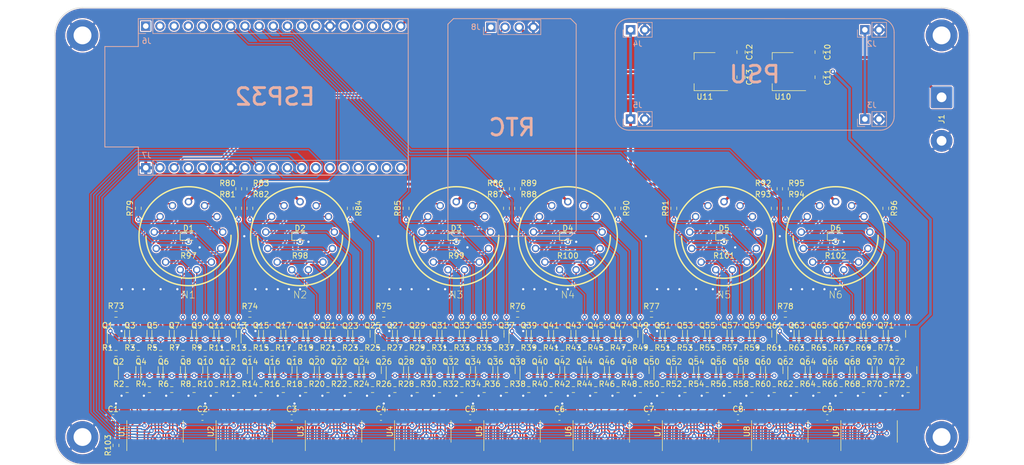
<source format=kicad_pcb>
(kicad_pcb (version 20211014) (generator pcbnew)
  (layers (0 "F.Cu" signal) (31 "B.Cu" signal) (34 "B.Paste" user) (35 "F.Paste" user) (36 "B.SilkS" user "B.Silkscreen") (37 "F.SilkS" user "F.Silkscreen") (38 "B.Mask" user) (39 "F.Mask" user) (44 "Edge.Cuts" user))
  (net 0 "")
  (net 1 "/N1_RDP")
  (net 2 "/N1_LDP")
  (net 3 "HT")
  (net 4 "/N1_9")
  (net 5 "/N1_8")
  (net 6 "/N1_7")
  (net 7 "/N1_6")
  (net 8 "/N1_5")
  (net 9 "/N1_4")
  (net 10 "/N1_3")
  (net 11 "/N1_2")
  (net 12 "/N1_1")
  (net 13 "/N1_0")
  (net 14 "+3V3")
  (net 15 "GND")
  (net 16 "Net-(D1-Pad1)")
  (net 17 "Net-(D2-Pad1)")
  (net 18 "Net-(D3-Pad1)")
  (net 19 "Net-(D4-Pad1)")
  (net 20 "Net-(D5-Pad1)")
  (net 21 "Net-(D6-Pad1)")
  (net 22 "Net-(N1-PadRHDP)")
  (net 23 "Net-(N1-PadLHDP)")
  (net 24 "Net-(N1-PadA)")
  (net 25 "Net-(N2-PadRHDP)")
  (net 26 "Net-(N2-PadLHDP)")
  (net 27 "Net-(N2-PadA)")
  (net 28 "/N2_9")
  (net 29 "/N2_8")
  (net 30 "/N2_7")
  (net 31 "/N2_6")
  (net 32 "/N2_5")
  (net 33 "/N2_4")
  (net 34 "/N2_3")
  (net 35 "/N2_2")
  (net 36 "/N2_1")
  (net 37 "/N2_0")
  (net 38 "Net-(N3-PadRHDP)")
  (net 39 "Net-(N3-PadLHDP)")
  (net 40 "Net-(N3-PadA)")
  (net 41 "/N3_9")
  (net 42 "/N3_8")
  (net 43 "/N3_7")
  (net 44 "/N3_6")
  (net 45 "/N3_5")
  (net 46 "/N3_4")
  (net 47 "/N3_3")
  (net 48 "/N3_2")
  (net 49 "/N3_1")
  (net 50 "/N3_0")
  (net 51 "Net-(N4-PadRHDP)")
  (net 52 "Net-(N4-PadLHDP)")
  (net 53 "Net-(N4-PadA)")
  (net 54 "/N4_9")
  (net 55 "/N4_8")
  (net 56 "/N4_7")
  (net 57 "/N4_6")
  (net 58 "/N4_5")
  (net 59 "/N4_4")
  (net 60 "/N4_3")
  (net 61 "/N4_2")
  (net 62 "/N4_1")
  (net 63 "/N4_0")
  (net 64 "Net-(N5-PadRHDP)")
  (net 65 "Net-(N5-PadLHDP)")
  (net 66 "Net-(N5-PadA)")
  (net 67 "/N5_9")
  (net 68 "/N5_8")
  (net 69 "/N5_7")
  (net 70 "/N5_6")
  (net 71 "/N5_5")
  (net 72 "/N5_4")
  (net 73 "/N5_3")
  (net 74 "/N5_2")
  (net 75 "/N5_1")
  (net 76 "/N5_0")
  (net 77 "Net-(N6-PadRHDP)")
  (net 78 "Net-(N6-PadLHDP)")
  (net 79 "Net-(N6-PadA)")
  (net 80 "/N6_9")
  (net 81 "/N6_8")
  (net 82 "/N6_7")
  (net 83 "/N6_6")
  (net 84 "/N6_5")
  (net 85 "/N6_4")
  (net 86 "/N6_3")
  (net 87 "/N6_2")
  (net 88 "/N6_1")
  (net 89 "/N6_0")
  (net 90 "Net-(Q1-Pad1)")
  (net 91 "/SR1_0")
  (net 92 "/SR1_1")
  (net 93 "/SR1_2")
  (net 94 "/SR1_3")
  (net 95 "/SR1_4")
  (net 96 "/SR1_5")
  (net 97 "/SR1_6")
  (net 98 "/SR1_7")
  (net 99 "/SR2_0")
  (net 100 "/SR2_1")
  (net 101 "/SR2_2")
  (net 102 "/SR2_3")
  (net 103 "Net-(Q13-Pad1)")
  (net 104 "/SR2_4")
  (net 105 "/SR2_5")
  (net 106 "/SR2_6")
  (net 107 "/SR2_7")
  (net 108 "/SR3_0")
  (net 109 "/SR3_1")
  (net 110 "/SR3_2")
  (net 111 "/SR3_3")
  (net 112 "/SR3_4")
  (net 113 "/SR3_5")
  (net 114 "/SR3_6")
  (net 115 "/SR3_7")
  (net 116 "Net-(Q25-Pad1)")
  (net 117 "/SR4_0")
  (net 118 "/SR4_1")
  (net 119 "/SR4_2")
  (net 120 "/SR4_3")
  (net 121 "/SR4_4")
  (net 122 "/SR4_5")
  (net 123 "/SR4_6")
  (net 124 "/SR4_7")
  (net 125 "/SR5_0")
  (net 126 "/SR5_1")
  (net 127 "/SR5_2")
  (net 128 "/SR5_3")
  (net 129 "Net-(Q37-Pad1)")
  (net 130 "/SR5_4")
  (net 131 "/SR5_5")
  (net 132 "/SR5_6")
  (net 133 "/SR5_7")
  (net 134 "/SR6_0")
  (net 135 "/SR6_1")
  (net 136 "/SR6_2")
  (net 137 "/SR6_3")
  (net 138 "/SR6_4")
  (net 139 "/SR6_5")
  (net 140 "/SR6_6")
  (net 141 "/SR6_7")
  (net 142 "Net-(Q49-Pad1)")
  (net 143 "/SR7_0")
  (net 144 "/SR7_1")
  (net 145 "/SR7_2")
  (net 146 "/SR7_3")
  (net 147 "/SR7_4")
  (net 148 "/SR7_5")
  (net 149 "/SR7_6")
  (net 150 "/SR7_7")
  (net 151 "/SR8_0")
  (net 152 "/SR8_1")
  (net 153 "/SR8_2")
  (net 154 "/SR8_3")
  (net 155 "Net-(Q61-Pad1)")
  (net 156 "/SR8_4")
  (net 157 "/SR8_5")
  (net 158 "/SR8_6")
  (net 159 "/SR8_7")
  (net 160 "/SR9_0")
  (net 161 "/SR9_1")
  (net 162 "/SR9_2")
  (net 163 "/SR9_3")
  (net 164 "/SR9_4")
  (net 165 "/SR9_5")
  (net 166 "/SR9_6")
  (net 167 "/SR9_7")
  (net 168 "/N2_LDP")
  (net 169 "/N2_RDP")
  (net 170 "/N3_LDP")
  (net 171 "/N3_RDP")
  (net 172 "/N4_LDP")
  (net 173 "/N4_RDP")
  (net 174 "/N5_LDP")
  (net 175 "/N5_RDP")
  (net 176 "/N6_LDP")
  (net 177 "/N6_RDP")
  (net 178 "Net-(U1-Pad9)")
  (net 179 "/CLR")
  (net 180 "/CLK")
  (net 181 "/DATA")
  (net 182 "Net-(U2-Pad9)")
  (net 183 "Net-(U3-Pad9)")
  (net 184 "Net-(U4-Pad9)")
  (net 185 "Net-(U5-Pad9)")
  (net 186 "Net-(U6-Pad9)")
  (net 187 "Net-(U7-Pad9)")
  (net 188 "Net-(U8-Pad9)")
  (net 190 "+12V")
  (net 191 "+5V")
  (net 192 "/ESP_3V3")
  (net 193 "/ESP_EN")
  (net 194 "/ESP_VP")
  (net 195 "/ESP_VN")
  (net 196 "/ESP_34")
  (net 197 "/ESP_35")
  (net 198 "/ESP_32")
  (net 199 "/ESP_33")
  (net 200 "/ESP_25")
  (net 201 "/ESP_26")
  (net 202 "/N6_LED")
  (net 203 "/ESP_14")
  (net 204 "/ESP_12")
  (net 205 "/ESP_13")
  (net 206 "/ESP_D2")
  (net 207 "/ESP_D3")
  (net 208 "/ESP_CMD")
  (net 209 "/ESP_22")
  (net 210 "/ESP_TX")
  (net 211 "/ESP_RX")
  (net 212 "/ESP_21")
  (net 213 "/ESP_19")
  (net 214 "/ESP_5")
  (net 215 "/ESP_16")
  (net 216 "/ESP_4")
  (net 217 "/ESP_0")
  (net 218 "/ESP_2")
  (net 219 "/ESP_15")
  (net 220 "/ESP_D1")
  (net 221 "/ESP_D0")
  (net 222 "/ESP_CLK")
  (footprint "Resistor_SMD:R_0603_1608Metric" (layer "F.Cu") (at 201.5 121.5)
    (fp_text reference "R63")
    (fp_text value "10k")
  )
  (footprint "Resistor_SMD:R_0603_1608Metric" (layer "F.Cu") (at 215.5 95.5 -90)
    (fp_text reference "R96")
    (fp_text value "68k")
  )
  (footprint "Package_TO_SOT_SMD:SOT-23" (layer "F.Cu") (at 93.5 118 90)
    (fp_text reference "Q9")
    (fp_text value "Q_NPN_BEC")
  )
  (footprint "Resistor_SMD:R_0603_1608Metric" (layer "F.Cu") (at 199.5 128)
    (fp_text reference "R62")
    (fp_text value "10k")
  )
  (footprint "Resistor_SMD:R_0603_1608Metric" (layer "F.Cu") (at 149.5 121.5)
    (fp_text reference "R37")
    (fp_text value "10k")
  )
  (footprint "nixies-us:nixies-us-IN-14" (layer "F.Cu") (at 206.5 100.5 180)
    (fp_text reference "N6")
    (fp_text value "IN-14" hide)
  )
  (footprint "Package_TO_SOT_SMD:SOT-23" (layer "F.Cu") (at 95.5 124.5 90)
    (fp_text reference "Q10")
    (fp_text value "Q_NPN_BEC")
  )
  (footprint "Resistor_SMD:R_0603_1608Metric" (layer "F.Cu") (at 123.5 128)
    (fp_text reference "R24")
    (fp_text value "10k")
  )
  (footprint "Package_TO_SOT_SMD:SOT-23" (layer "F.Cu") (at 123.5 124.5 90)
    (fp_text reference "Q24")
    (fp_text value "Q_NPN_BEC")
  )
  (footprint "Package_TO_SOT_SMD:SOT-23" (layer "F.Cu") (at 151.5 124.5 90)
    (fp_text reference "Q38")
    (fp_text value "Q_NPN_BEC")
  )
  (footprint "Package_SO:SOIC-16_3.9x9.9mm_P1.27mm" (layer "F.Cu") (at 212.5 135.5 90)
    (fp_text reference "U9")
    (fp_text value "74HC595")
  )
  (footprint "Package_TO_SOT_SMD:SOT-23" (layer "F.Cu") (at 163.5 124.5 90)
    (fp_text reference "Q44")
    (fp_text value "Q_NPN_BEC")
  )
  (footprint "Package_TO_SOT_SMD:SOT-23" (layer "F.Cu") (at 175.5 124.5 90)
    (fp_text reference "Q50")
    (fp_text value "Q_NPN_BEC")
  )
  (footprint "Resistor_SMD:R_0603_1608Metric" (layer "F.Cu") (at 127.5 128)
    (fp_text reference "R26")
    (fp_text value "10k")
  )
  (footprint "Resistor_SMD:R_0603_1608Metric" (layer "F.Cu") (at 125.5 114.5)
    (fp_text reference "R75")
    (fp_text value "10k")
  )
  (footprint "Resistor_SMD:R_0603_1608Metric" (layer "F.Cu") (at 211.5 128)
    (fp_text reference "R68")
    (fp_text value "10k")
  )
  (footprint "Resistor_SMD:R_0603_1608Metric" (layer "F.Cu") (at 169.5 121.5)
    (fp_text reference "R47")
    (fp_text value "10k")
  )
  (footprint "Capacitor_SMD:C_0805_2012Metric" (layer "F.Cu") (at 203.55 67.5 90)
    (fp_text reference "C10")
    (fp_text value "10u")
  )
  (footprint "Package_SO:SOIC-16_3.9x9.9mm_P1.27mm" (layer "F.Cu") (at 116.5 135.5 90)
    (fp_text reference "U3")
    (fp_text value "74HC595")
  )
  (footprint "Package_TO_SOT_SMD:SOT-23" (layer "F.Cu") (at 77.5 118 90)
    (fp_text reference "Q1")
    (fp_text value "Q_NPN_BEC")
  )
  (footprint "Package_TO_SOT_SMD:SOT-23" (layer "F.Cu") (at 129.5 118 90)
    (fp_text reference "Q27")
    (fp_text value "Q_NPN_BEC")
  )
  (footprint "Package_TO_SOT_SMD:SOT-23" (layer "F.Cu") (at 149.5 118 90)
    (fp_text reference "Q37")
    (fp_text value "Q_NPN_BEC")
  )
  (footprint "Package_TO_SOT_SMD:SOT-23" (layer "F.Cu") (at 187.5 124.5 90)
    (fp_text reference "Q56")
    (fp_text value "Q_NPN_BEC")
  )
  (footprint "Resistor_SMD:R_0603_1608Metric" (layer "F.Cu") (at 85.5 121.5)
    (fp_text reference "R5")
    (fp_text value "10k")
  )
  (footprint "Resistor_SMD:R_0603_1608Metric" (layer "F.Cu") (at 165.5 121.5)
    (fp_text reference "R45")
    (fp_text value "10k")
  )
  (footprint "Package_TO_SOT_SMD:SOT-23" (layer "F.Cu") (at 205.5 118 90)
    (fp_text reference "Q65")
    (fp_text value "Q_NPN_BEC")
  )
  (footprint "Connector_Wire:SolderWire-1sqmm_1x02_P7.8mm_D1.4mm_OD3.9mm" (layer "F.Cu") (at 225.5 75.6 -90)
    (fp_text reference "J1")
    (fp_text value "Conn_01x02")
  )
  (footprint "Resistor_SMD:R_0603_1608Metric" (layer "F.Cu") (at 99.5 92 90)
    (fp_text reference "R80")
    (fp_text value "10k")
  )
  (footprint "Capacitor_SMD:C_0805_2012Metric" (layer "F.Cu") (at 189.55 67.5 90)
    (fp_text reference "C12")
    (fp_text value "10u")
  )
  (footprint "Package_TO_SOT_SMD:SOT-23" (layer "F.Cu") (at 159.5 124.5 90)
    (fp_text reference "Q42")
    (fp_text value "Q_NPN_BEC")
  )
  (footprint "MountingHole:MountingHole_3.2mm_M3_ISO7380_Pad" (layer "F.Cu") (at 71.5 64.5)
    (fp_text reference "REF**" hide)
    (fp_text value "MountingHole_3.2mm_M3_ISO7380_Pad")
  )
  (footprint "Package_TO_SOT_SMD:SOT-223-3_TabPin2" (layer "F.Cu") (at 197.05 71 180)
    (fp_text reference "U10")
    (fp_text value "AMS1117-3.3")
  )
  (footprint "Package_TO_SOT_SMD:SOT-23" (layer "F.Cu") (at 139.5 124.5 90)
    (fp_text reference "Q32")
    (fp_text value "Q_NPN_BEC")
  )
  (footprint "Package_TO_SOT_SMD:SOT-23" (layer "F.Cu") (at 171.5 124.5 90)
    (fp_text reference "Q48")
    (fp_text value "Q_NPN_BEC")
  )
  (footprint "Package_TO_SOT_SMD:SOT-23" (layer "F.Cu") (at 119.5 124.5 90)
    (fp_text reference "Q22")
    (fp_text value "Q_NPN_BEC")
  )
  (footprint "Package_TO_SOT_SMD:SOT-223-3_TabPin2" (layer "F.Cu") (at 183.05 71 180)
    (fp_text reference "U11")
    (fp_text value "AMS1117-5.0")
  )
  (footprint "Package_TO_SOT_SMD:SOT-23" (layer "F.Cu") (at 121.5 118 90)
    (fp_text reference "Q23")
    (fp_text value "Q_NPN_BEC")
  )
  (footprint "LED_SMD:LED_0603_1608Metric" (layer "F.Cu") (at 158.5 100.5)
    (fp_text reference "D4")
    (fp_text value "BLUE")
  )
  (footprint "Resistor_SMD:R_0603_1608Metric" (layer "F.Cu") (at 119.5 128)
    (fp_text reference "R22")
    (fp_text value "10k")
  )
  (footprint "Resistor_SMD:R_0603_1608Metric" (layer "F.Cu") (at 77.5 138 90)
    (fp_text reference "R103")
    (fp_text value "10k")
  )
  (footprint "Resistor_SMD:R_0603_1608Metric" (layer "F.Cu") (at 77.5 121.5)
    (fp_text reference "R1")
    (fp_text value "10k")
  )
  (footprint "Resistor_SMD:R_0603_1608Metric" (layer "F.Cu") (at 181.5 121.5)
    (fp_text reference "R53")
    (fp_text value "10k")
  )
  (footprint "LED_SMD:LED_0603_1608Metric" (layer "F.Cu") (at 206.5 100.5)
    (fp_text reference "D6")
    (fp_text value "BLUE")
  )
  (footprint "Resistor_SMD:R_0603_1608Metric" (layer "F.Cu") (at 197.5 95.5 -90)
    (fp_text reference "R94")
    (fp_text value "68k")
  )
  (footprint "nixies-us:nixies-us-IN-14" (layer "F.Cu") (at 138.5 100.5 180)
    (fp_text reference "N3")
    (fp_text value "IN-14" hide)
  )
  (footprint "Resistor_SMD:R_0603_1608Metric" (layer "F.Cu") (at 147.5 128)
    (fp_text reference "R36")
    (fp_text value "10k")
  )
  (footprint "Package_SO:SOIC-16_3.9x9.9mm_P1.27mm" (layer "F.Cu") (at 164.5 135.5 90)
    (fp_text reference "U6")
    (fp_text value "74HC595")
  )
  (footprint "Package_TO_SOT_SMD:SOT-23" (layer "F.Cu") (at 215.5 124.5 90)
    (fp_text reference "Q70")
    (fp_text value "Q_NPN_BEC")
  )
  (footprint "Resistor_SMD:R_0603_1608Metric" (layer "F.Cu") (at 193.5 121.5)
    (fp_text reference "R59")
    (fp_text value "10k")
  )
  (footprint "Resistor_SMD:R_0603_1608Metric" (layer "F.Cu") (at 95.5 128)
    (fp_text reference "R10")
    (fp_text value "10k")
  )
  (footprint "Resistor_SMD:R_0603_1608Metric" (layer "F.Cu") (at 187.5 128)
    (fp_text reference "R56")
    (fp_text value "10k")
  )
  (footprint "Resistor_SMD:R_0603_1608Metric" (layer "F.Cu") (at 137.5 121.5)
    (fp_text reference "R31")
    (fp_text value "10k")
  )
  (footprint "Resistor_SMD:R_0603_1608Metric" (layer "F.Cu") (at 147.5 95.5 -90)
    (fp_text reference "R87")
    (fp_text value "68k")
  )
  (footprint "LED_SMD:LED_0603_1608Metric" (layer "F.Cu") (at 110.5 100.5)
    (fp_text reference "D2")
    (fp_text value "BLUE")
  )
  (footprint "Capacitor_SMD:C_0805_2012Metric" (layer "F.Cu") (at 189.55 72 -90)
    (fp_text reference "C13")
    (fp_text value "10u")
  )
  (footprint "nixies-us:nixies-us-IN-14" (layer "F.Cu") (at 90.5 100.5 180)
    (fp_text reference "N1")
    (fp_text value "IN-14" hide)
  )
  (footprint "Resistor_SMD:R_0603_1608Metric" (layer "F.Cu") (at 91.5 128)
    (fp_text reference "R8")
    (fp_text value "10k")
  )
  (footprint "Package_TO_SOT_SMD:SOT-23" (layer "F.Cu") (at 217.5 118 90)
    (fp_text reference "Q71")
    (fp_text value "Q_NPN_BEC")
  )
  (footprint "Package_SO:SOIC-16_3.9x9.9mm_P1.27mm" (layer "F.Cu") (at 148.5 135.5 90)
    (fp_text reference "U5")
    (fp_text value "74HC595")
  )
  (footprint "LED_SMD:LED_0603_1608Metric" (layer "F.Cu") (at 90.5 100.5)
    (fp_text reference "D1")
    (fp_text value "BLUE")
  )
  (footprint "Resistor_SMD:R_0603_1608Metric" (layer "F.Cu") (at 185.5 121.5)
    (fp_text reference "R55")
    (fp_text value "10k")
  )
  (footprint "Package_TO_SOT_SMD:SOT-23" (layer "F.Cu") (at 177.5 118 90)
    (fp_text reference "Q51")
    (fp_text value "Q_NPN_BEC")
  )
  (footprint "Resistor_SMD:R_0603_1608Metric" (layer "F.Cu") (at 158.5 102.5)
    (fp_text reference "R100")
    (fp_text value "180")
  )
  (footprint "Resistor_SMD:R_0603_1608Metric" (layer "F.Cu") (at 93.5 121.5)
    (fp_text reference "R9")
    (fp_text value "10k")
  )
  (footprint "Package_TO_SOT_SMD:SOT-23" (layer "F.Cu") (at 145.5 118 90)
    (fp_text reference "Q35")
    (fp_text value "Q_NPN_BEC")
  )
  (footprint "Resistor_SMD:R_0603_1608Metric" (layer "F.Cu") (at 195.5 92 90)
    (fp_text reference "R92")
    (fp_text value "10k")
  )
  (footprint "Resistor_SMD:R_0603_1608Metric" (layer "F.Cu") (at 139.5 128)
    (fp_text reference "R32")
    (fp_text value "10k")
  )
  (footprint "nixies-us:nixies-us-IN-14" (layer "F.Cu") (at 158.5 100.5 180)
    (fp_text reference "N4")
    (fp_text value "IN-14" hide)
  )
  (footprint "Resistor_SMD:R_0603_1608Metric" (layer "F.Cu") (at 110.5 102.5)
    (fp_text reference "R98")
    (fp_text value "180")
  )
  (footprint "Capacitor_SMD:C_0603_1608Metric" (layer "F.Cu") (at 93 133 180)
    (fp_text reference "C2")
    (fp_text value "100n")
  )
  (footprint "Package_TO_SOT_SMD:SOT-23" (layer "F.Cu") (at 99.5 124.5 90)
    (fp_text reference "Q12")
    (fp_text value "Q_NPN_BEC")
  )
  (footprint "Package_TO_SOT_SMD:SOT-23" (layer "F.Cu") (at 185.5 118 90)
    (fp_text reference "Q55")
    (fp_text value "Q_NPN_BEC")
  )
  (footprint "Resistor_SMD:R_0603_1608Metric" (layer "F.Cu") (at 141.5 121.5)
    (fp_text reference "R33")
    (fp_text value "10k")
  )
  (footprint "Package_SO:SOIC-16_3.9x9.9mm_P1.27mm" (layer "F.Cu") (at 84.5 135.5 90)
    (fp_text reference "U1")
    (fp_text value "74HC595")
  )
  (footprint "Resistor_SMD:R_0603_1608Metric" (layer "F.Cu") (at 77.5 114.5)
    (fp_text reference "R73")
    (fp_text value "10k")
  )
  (footprint "Resistor_SMD:R_0603_1608Metric" (layer "F.Cu") (at 117.5 121.5)
    (fp_text reference "R21")
    (fp_text value "10k")
  )
  (footprint "Resistor_SMD:R_0603_1608Metric" (layer "F.Cu") (at 79.5 128)
    (fp_text reference "R2")
    (fp_text value "10k")
  )
  (footprint "Package_TO_SOT_SMD:SOT-23" (layer "F.Cu") (at 209.5 118 90)
    (fp_text reference "Q67")
    (fp_text value "Q_NPN_BEC")
  )
  (footprint "Resistor_SMD:R_0603_1608Metric" (layer "F.Cu") (at 179.5 128)
    (fp_text reference "R52")
    (fp_text value "10k")
  )
  (footprint "Resistor_SMD:R_0603_1608Metric" (layer "F.Cu") (at 191.5 128)
    (fp_text reference "R58")
    (fp_text value "10k")
  )
  (footprint "Package_TO_SOT_SMD:SOT-23" (layer "F.Cu") (at 213.5 118 90)
    (fp_text reference "Q69")
    (fp_text value "Q_NPN_BEC")
  )
  (footprint "Resistor_SMD:R_0603_1608Metric" (layer "F.Cu") (at 129.5 121.5)
    (fp_text reference "R27")
    (fp_text value "10k")
  )
  (footprint "Resistor_SMD:R_0603_1608Metric" (layer "F.Cu") (at 143.5 128)
    (fp_text reference "R34")
    (fp_text value "10k")
  )
  (footprint "Resistor_SMD:R_0603_1608Metric" (layer "F.Cu") (at 89.5 121.5)
    (fp_text reference "R7")
    (fp_text value "10k")
  )
  (footprint "Package_TO_SOT_SMD:SOT-23" (layer "F.Cu") (at 109.5 118 90)
    (fp_text reference "Q17")
    (fp_text value "Q_NPN_BEC")
  )
  (footprint "Capacitor_SMD:C_0603_1608Metric" (layer "F.Cu") (at 205 133 180)
    (fp_text reference "C9")
    (fp_text value "100n")
  )
  (footprint "Resistor_SMD:R_0603_1608Metric" (layer "F.Cu") (at 161.5 121.5)
    (fp_text reference "R43")
    (fp_text value "10k")
  )
  (footprint "Package_TO_SOT_SMD:SOT-23" (layer "F.Cu") (at 147.5 124.5 90)
    (fp_text reference "Q36")
    (fp_text value "Q_NPN_BEC")
  )
  (footprint "nixies-us:nixies-us-IN-14" (layer "F.Cu") (at 110.5 100.5 180)
    (fp_text reference "N2")
    (fp_text value "IN-14" hide)
  )
  (footprint "Package_TO_SOT_SMD:SOT-23" (layer "F.Cu") (at 207.5 124.5 90)
    (fp_text reference "Q66")
    (fp_text value "Q_NPN_BEC")
  )
  (footprint "Package_TO_SOT_SMD:SOT-23" (layer "F.Cu") (at 155.5 124.5 90)
    (fp_text reference "Q40")
    (fp_text value "Q_NPN_BEC")
  )
  (footprint "Package_TO_SOT_SMD:SOT-23" (layer "F.Cu") (at 137.5 118 90)
    (fp_text reference "Q31")
    (fp_text value "Q_NPN_BEC")
  )
  (footprint "Capacitor_SMD:C_0603_1608Metric" (layer "F.Cu") (at 77 133 180)
    (fp_text reference "C1")
    (fp_text value "100n")
  )
  (footprint "Resistor_SMD:R_0603_1608Metric" (layer "F.Cu") (at 119.5 95.5 -90)
    (fp_text reference "R84")
    (fp_text value "68k")
  )
  (footprint "Package_TO_SOT_SMD:SOT-23" (layer "F.Cu") (at 133.5 118 90)
    (fp_text reference "Q29")
    (fp_text value "Q_NPN_BEC")
  )
  (footprint "Resistor_SMD:R_0603_1608Metric" (layer "F.Cu") (at 217.5 121.5)
    (fp_text reference "R71")
    (fp_text value "10k")
  )
  (footprint "Resistor_SMD:R_0603_1608Metric" (layer "F.Cu") (at 219.5 128)
    (fp_text reference "R72")
    (fp_text value "10k")
  )
  (footprint "Resistor_SMD:R_0603_1608Metric" (layer "F.Cu") (at 173.5 121.5)
    (fp_text reference "R49")
    (fp_text value "10k")
  )
  (footprint "Package_TO_SOT_SMD:SOT-23" (layer "F.Cu") (at 157.5 118 90)
    (fp_text reference "Q41")
    (fp_text value "Q_NPN_BEC")
  )
  (footprint "Capacitor_SMD:C_0603_1608Metric" (layer "F.Cu") (at 157 133 180)
    (fp_text reference "C6")
    (fp_text value "100n")
  )
  (footprint "Package_TO_SOT_SMD:SOT-23" (layer "F.Cu") (at 141.5 118 90)
    (fp_text reference "Q33")
    (fp_text value "Q_NPN_BEC")
  )
  (footprint "Resistor_SMD:R_0603_1608Metric" (layer "F.Cu") (at 167.5 128)
    (fp_text reference "R46")
    (fp_text value "10k")
  )
  (footprint "Resistor_SMD:R_0603_1608Metric" (layer "F.Cu") (at 155.5 128)
    (fp_text reference "R40")
    (fp_text value "10k")
  )
  (footprint "Resistor_SMD:R_0603_1608Metric" (layer "F.Cu") (at 209.5 121.5)
    (fp_text reference "R67")
    (fp_text value "10k")
  )
  (footprint "Capacitor_SMD:C_0603_1608Metric" (layer "F.Cu") (at 109 133 180)
    (fp_text reference "C3")
    (fp_text value "100n")
  )
  (footprint "Resistor_SMD:R_0603_1608Metric" (layer "F.Cu") (at 81.5 95.5 -90)
    (fp_text reference "R79")
    (fp_text value "68k")
  )
  (footprint "Resistor_SMD:R_0603_1608Metric" (layer "F.Cu") (at 99.5 128)
    (fp_text reference "R12")
    (fp_text value "10k")
  )
  (footprint "Package_TO_SOT_SMD:SOT-23" (layer "F.Cu") (at 211.5 124.5 90)
    (fp_text reference "Q68")
    (fp_text value "Q_NPN_BEC")
  )
  (footprint "Resistor_SMD:R_0603_1608Metric" (layer "F.Cu") (at 149.5 114.5)
    (fp_text reference "R76")
    (fp_text value "10k")
  )
  (footprint "Resistor_SMD:R_0603_1608Metric" (layer "F.Cu") (at 215.5 128)
    (fp_text reference "R70")
    (fp_text value "10k")
  )
  (footprint "Package_SO:SOIC-16_3.9x9.9mm_P1.27mm" (layer "F.Cu") (at 132.5 135.5 90)
    (fp_text reference "U4")
    (fp_text value "74HC595")
  )
  (footprint "Resistor_SMD:R_0603_1608Metric" (layer "F.Cu") (at 131.5 128)
    (fp_text reference "R28")
    (fp_text value "10k")
  )
  (footprint "Package_TO_SOT_SMD:SOT-23" (layer "F.Cu") (at 125.5 118 90)
    (fp_text reference "Q25")
    (fp_text value "Q_NPN_BEC")
  )
  (footprint "Resistor_SMD:R_0603_1608Metric" (layer "F.Cu") (at 175.5 128)
    (fp_text reference "R50")
    (fp_text value "10k")
  )
  (footprint "Resistor_SMD:R_0603_1608Metric" (layer "F.Cu") (at 113.5 121.5)
    (fp_text reference "R19")
    (fp_text value "10k")
  )
  (footprint "Package_TO_SOT_SMD:SOT-23" (layer "F.Cu") (at 111.5 124.5 90)
    (fp_text reference "Q18")
    (fp_text value "Q_NPN_BEC")
  )
  (footprint "Package_TO_SOT_SMD:SOT-23" (layer "F.Cu") (at 79.5 124.5 90)
    (fp_text reference "Q2")
    (fp_text value "Q_NPN_BEC")
  )
  (footprint "Package_TO_SOT_SMD:SOT-23" (layer "F.Cu") (at 127.5 124.5 90)
    (fp_text reference "Q26")
    (fp_text value "Q_NPN_BEC")
  )
  (footprint "Resistor_SMD:R_0603_1608Metric" (layer "F.Cu") (at 151.5 128)
    (fp_text reference "R38")
    (fp_text value "10k")
  )
  (footprint "Package_TO_SOT_SMD:SOT-23" (layer "F.Cu") (at 135.5 124.5 90)
    (fp_text reference "Q30")
    (fp_text value "Q_NPN_BEC")
  )
  (footprint "Package_TO_SOT_SMD:SOT-23" (layer "F.Cu") (at 131.5 124.5 90)
    (fp_text reference "Q28")
    (fp_text value "Q_NPN_BEC")
  )
  (footprint "Resistor_SMD:R_0603_1608Metric" (layer "F.Cu") (at 87.5 128)
    (fp_text reference "R6")
    (fp_text value "10k")
  )
  (footprint "Package_TO_SOT_SMD:SOT-23" (layer "F.Cu") (at 167.5 124.5 90)
    (fp_text reference "Q46")
    (fp_text value "Q_NPN_BEC")
  )
  (footprint "Package_TO_SOT_SMD:SOT-23" (layer "F.Cu") (at 83.5 124.5 90)
    (fp_text reference "Q4")
    (fp_text value "Q_NPN_BEC")
  )
  (footprint "Resistor_SMD:R_0603_1608Metric" (layer "F.Cu") (at 97.5 121.5)
    (fp_text reference "R11")
    (fp_text value "10k")
  )
  (footprint "Package_TO_SOT_SMD:SOT-23" (layer "F.Cu") (at 89.5 118 90)
    (fp_text reference "Q7")
    (fp_text value "Q_NPN_BEC")
  )
  (footprint "Resistor_SMD:R_0603_1608Metric" (layer "F.Cu") (at 101.5 114.5)
    (fp_text reference "R74")
    (fp_text value "10k")
  )
  (footprint "Resistor_SMD:R_0603_1608Metric" (layer "F.Cu") (at 133.5 121.5)
    (fp_text reference "R29")
    (fp_text value "10k")
  )
  (footprint "Resistor_SMD:R_0603_1608Metric" (layer "F.Cu") (at 183.5 128)
    (fp_text reference "R54")
    (fp_text value "10k")
  )
  (footprint "Package_TO_SOT_SMD:SOT-23" (layer "F.Cu") (at 105.5 118 90)
    (fp_text reference "Q15")
    (fp_text value "Q_NPN_BEC")
  )
  (footprint "Package_TO_SOT_SMD:SOT-23" (layer "F.Cu") (at 193.5 118 90)
    (fp_text reference "Q59")
    (fp_text value "Q_NPN_BEC")
  )
  (footprint "Package_TO_SOT_SMD:SOT-23" (layer "F.Cu") (at 173.5 118 90)
    (fp_text reference "Q49")
    (fp_text value "Q_NPN_BEC")
  )
  (footprint "Package_TO_SOT_SMD:SOT-23" (layer "F.Cu") (at 107.5 124.5 90)
    (fp_text reference "Q16")
    (fp_text value "Q_NPN_BEC")
  )
  (footprint "Resistor_SMD:R_0603_1608Metric" (layer "F.Cu") (at 107.5 128)
    (fp_text reference "R16")
    (fp_text value "10k")
  )
  (footprint "Resistor_SMD:R_0603_1608Metric" (layer "F.Cu") (at 83.5 128)
    (fp_text reference "R4")
    (fp_text value "10k")
  )
  (footprint "Resistor_SMD:R_0603_1608Metric" (layer "F.Cu") (at 101.5 121.5)
    (fp_text reference "R13")
    (fp_text value "10k")
  )
  (footprint "Package_TO_SOT_SMD:SOT-23" (layer "F.Cu") (at 103.5 124.5 90)
    (fp_text reference "Q14")
    (fp_text value "Q_NPN_BEC")
  )
  (footprint "Package_TO_SOT_SMD:SOT-23" (layer "F.Cu") (at 165.5 118 90)
    (fp_text reference "Q45")
    (fp_text value "Q_NPN_BEC")
  )
  (footprint "Package_TO_SOT_SMD:SOT-23" (layer "F.Cu") (at 85.5 118 90)
    (fp_text reference "Q5")
    (fp_text value "Q_NPN_BEC")
  )
  (footprint "Package_TO_SOT_SMD:SOT-23" (layer "F.Cu") (at 203.5 124.5 90)
    (fp_text reference "Q64")
    (fp_text value "Q_NPN_BEC")
  )
  (footprint "Resistor_SMD:R_0603_1608Metric" (layer "F.Cu") (at 207.5 128)
    (fp_text reference "R66")
    (fp_text value "10k")
  )
  (footprint "Package_SO:SOIC-16_3.9x9.9mm_P1.27mm" (layer "F.Cu") (at 100.5 135.5 90)
    (fp_text reference "U2")
    (fp_text value "74HC595")
  )
  (footprint "Resistor_SMD:R_0603_1608Metric" (layer "F.Cu") (at 197.5 92 90)
    (fp_text reference "R95")
    (fp_text value "10k")
  )
  (footprint "Package_TO_SOT_SMD:SOT-23" (layer "F.Cu") (at 161.5 118 90)
    (fp_text reference "Q43")
    (fp_text value "Q_NPN_BEC")
  )
  (footprint "Capacitor_SMD:C_0603_1608Metric" (layer "F.Cu") (at 141 133 180)
    (fp_text reference "C5")
    (fp_text value "100n")
  )
  (footprint "Resistor_SMD:R_0603_1608Metric" (layer "F.Cu") (at 121.5 121.5)
    (fp_text reference "R23")
    (fp_text value "10k")
  )
  (footprint "Package_TO_SOT_SMD:SOT-23" (layer "F.Cu") (at 81.5 118 90)
    (fp_text reference "Q3")
    (fp_text value "Q_NPN_BEC")
  )
  (footprint "Package_TO_SOT_SMD:SOT-23" (layer "F.Cu") (at 181.5 118 90)
    (fp_text reference "Q53")
    (fp_text value "Q_NPN_BEC")
  )
  (footprint "Resistor_SMD:R_0603_1608Metric" (layer "F.Cu") (at 149.5 95.5 -90)
    (fp_text reference "R88")
    (fp_text value "68k")
  )
  (footprint "Package_TO_SOT_SMD:SOT-23" (layer "F.Cu") (at 101.5 118 90)
    (fp_text reference "Q13")
    (fp_text value "Q_NPN_BEC")
  )
  (footprint "Resistor_SMD:R_0603_1608Metric" (layer "F.Cu") (at 195.5 95.5 -90)
    (fp_text reference "R93")
    (fp_text value "68k")
  )
  (footprint "Resistor_SMD:R_0603_1608Metric" (layer "F.Cu") (at 90.5 102.5)
    (fp_text reference "R97")
    (fp_text value "180")
  )
  (footprint "Package_TO_SOT_SMD:SOT-23" (layer "F.Cu") (at 143.5 124.5 90)
    (fp_text reference "Q34")
    (fp_text value "Q_NPN_BEC")
  )
  (footprint "Resistor_SMD:R_0603_1608Metric" (layer "F.Cu") (at 177.5 95.5 -90)
    (fp_text reference "R91")
    (fp_text value "68k")
  )
  (footprint "Package_TO_SOT_SMD:SOT-23" (layer "F.Cu") (at 91.5 124.5 90)
    (fp_text reference "Q8")
    (fp_text value "Q_NPN_BEC")
  )
  (footprint "Resistor_SMD:R_0603_1608Metric" (layer "F.Cu") (at 195.5 128)
    (fp_text reference "R60")
    (fp_text value "10k")
  )
  (footprint "MountingHole:MountingHole_3.2mm_M3_ISO7380_Pad" (layer "F.Cu") (at 225.5 64.5)
    (fp_text reference "REF**" hide)
    (fp_text value "MountingHole_3.2mm_M3_ISO7380_Pad")
  )
  (footprint "Resistor_SMD:R_0603_1608Metric" (layer "F.Cu") (at 129.5 95.5 -90)
    (fp_text reference "R85")
    (fp_text value "68k")
  )
  (footprint "Package_TO_SOT_SMD:SOT-23" (layer "F.Cu") (at 219.5 124.5 90)
    (fp_text reference "Q72")
    (fp_text value "Q_NPN_BEC")
  )
  (footprint "LED_SMD:LED_0603_1608Metric" (layer "F.Cu") (at 186.5 100.5)
    (fp_text reference "D5")
    (fp_text value "BLUE")
  )
  (footprint "Package_TO_SOT_SMD:SOT-23" (layer "F.Cu") (at 199.5 124.5 90)
    (fp_text reference "Q62")
    (fp_text value "Q_NPN_BEC")
  )
  (footprint "Resistor_SMD:R_0603_1608Metric" (layer "F.Cu") (at 167.5 95.5 -90)
    (fp_text reference "R90")
    (fp_text value "68k")
  )
  (footprint "Resistor_SMD:R_0603_1608Metric" (layer "F.Cu") (at 101.5 92 90)
    (fp_text reference "R83")
    (fp_text value "10k")
  )
  (footprint "Package_TO_SOT_SMD:SOT-23" (layer "F.Cu") (at 115.5 124.5 90)
    (fp_text reference "Q20")
    (fp_text value "Q_NPN_BEC")
  )
  (footprint "Package_TO_SOT_SMD:SOT-23" (layer "F.Cu") (at 169.5 118 90)
    (fp_text reference "Q47")
    (fp_text value "Q_NPN_BEC")
  )
  (footprint "Package_TO_SOT_SMD:SOT-23" (layer "F.Cu") (at 191.5 124.5 90)
    (fp_text reference "Q58")
    (fp_text value "Q_NPN_BEC")
  )
  (footprint "Resistor_SMD:R_0603_1608Metric" (layer "F.Cu") (at 103.5 128)
    (fp_text reference "R14")
    (fp_text value "10k")
  )
  (footprint "Resistor_SMD:R_0603_1608Metric" (layer "F.Cu") (at 197.5 121.5)
    (fp_text reference "R61")
    (fp_text value "10k")
  )
  (footprint "Resistor_SMD:R_0603_1608Metric" (layer "F.Cu") (at 206.5 102.5)
    (fp_text reference "R102")
    (fp_text value "180")
  )
  (footprint "Resistor_SMD:R_0603_1608Metric" (layer "F.Cu") (at 111.5 128)
    (fp_text reference "R18")
    (fp_text value "10k")
  )
  (footprint "Resistor_SMD:R_0603_1608Metric" (layer "F.Cu") (at 147.5 92 90)
    (fp_text reference "R86")
    (fp_text value "10k")
  )
  (footprint "Capacitor_SMD:C_0603_1608Metric" (layer "F.Cu") (at 173 133 180)
    (fp_text reference "C7")
    (fp_text value "100n")
  )
  (footprint "Resistor_SMD:R_0603_1608Metric" (layer "F.Cu") (at 205.5 121.5)
    (fp_text reference "R65")
    (fp_text value "10k")
  )
  (footprint "Resistor_SMD:R_0603_1608Metric" (layer "F.Cu") (at 138.5 102.5)
    (fp_text reference "R99")
    (fp_text value "180")
  )
  (footprint "Resistor_SMD:R_0603_1608Metric" (layer "F.Cu") (at 101.5 95.5 -90)
    (fp_text reference "R82")
    (fp_text value "68k")
  )
  (footprint "Resistor_SMD:R_0603_1608Metric" (layer "F.Cu") (at 81.5 121.5)
    (fp_text reference "R3")
    (fp_text value "10k")
  )
  (footprint "Resistor_SMD:R_0603_1608Metric" (layer "F.Cu") (at 171.5 128)
    (fp_text reference "R48")
    (fp_text value "10k")
  )
  (footprint "Resistor_SMD:R_0603_1608Metric" (layer "F.Cu") (at 145.5 121.5)
    (fp_text reference "R35")
    (fp_text value "10k")
  )
  (footprint "Package_TO_SOT_SMD:SOT-23" (layer "F.Cu") (at 189.5 118 90)
    (fp_text reference "Q57")
    (fp_text value "Q_NPN_BEC")
  )
  (footprint "Resistor_SMD:R_0603_1608Metric" (layer "F.Cu") (at 159.5 128)
    (fp_text reference "R42")
    (fp_text value "10k")
  )
  (footprint "Resistor_SMD:R_0603_1608Metric" (layer "F.Cu") (at 135.5 128)
    (fp_text reference "R30")
    (fp_text value "10k")
  )
  (footprint "Resistor_SMD:R_0603_1608Metric" (layer "F.Cu") (at 197.5 114.5)
    (fp_text reference "R78")
    (fp_text value "10k")
  )
  (footprint "Resistor_SMD:R_0603_1608Metric" (layer "F.Cu") (at 125.5 121.5)
    (fp_text reference "R25")
    (fp_text value "10k")
  )
  (footprint "LED_SMD:LED_0603_1608Metric" (layer "F.Cu") (at 138.5 100.5)
    (fp_text reference "D3")
    (fp_text value "BLUE")
  )
  (footprint "Package_TO_SOT_SMD:SOT-23" (layer "F.Cu") (at 201.5 118 90)
    (fp_text reference "Q63")
    (fp_text value "Q_NPN_BEC")
  )
  (footprint "Package_TO_SOT_SMD:SOT-23" (layer "F.Cu") (at 113.5 118 90)
    (fp_text reference "Q19")
    (fp_text value "Q_NPN_BEC")
  )
  (footprint "Resistor_SMD:R_0603_1608Metric" (layer "F.Cu") (at 115.5 128)
    (fp_text reference "R20")
    (fp_text value "10k")
  )
  (footprint "Package_TO_SOT_SMD:SOT-23" (layer "F.Cu") (at 179.5 124.5 90)
    (fp_text reference "Q52")
    (fp_text value "Q_NPN_BEC")
  )
  (footprint "Package_SO:SOIC-16_3.9x9.9mm_P1.27mm" (layer "F.Cu") (at 196.5 135.5 90)
    (fp_text reference "U8")
    (fp_text value "74HC595")
  )
  (footprint "Resistor_SMD:R_0603_1608Metric" (layer "F.Cu") (at 173.5 114.5)
    (fp_text reference "R77")
    (fp_text value "10k")
  )
  (footprint "Capacitor_SMD:C_0805_2012Metric" (layer "F.Cu") (at 203.55 72 -90)
    (fp_text reference "C11")
    (fp_text value "10u")
  )
  (footprint "Package_TO_SOT_SMD:SOT-23" (layer "F.Cu") (at 195.5 124.5 90)
    (fp_text reference "Q60")
    (fp_text value "Q_NPN_BEC")
  )
  (footprint "Package_TO_SOT_SMD:SOT-23" (layer "F.Cu") (at 183.5 124.5 90)
    (fp_text reference "Q54")
    (fp_text value "Q_NPN_BEC")
  )
  (footprint "nixies-us:nixies-us-IN-14" (layer "F.Cu") (at 186.5 100.5 180)
    (fp_text reference "N5")
    (fp_text value "IN-14" hide)
  )
  (footprint "Resistor_SMD:R_0603_1608Metric" (layer "F.Cu") (at 99.5 95.5 -90)
    (fp_text reference "R81")
    (fp_text value "68k")
  )
  (footprint "Capacitor_SMD:C_0603_1608Metric" (layer "F.Cu") (at 189 133 180)
    (fp_text reference "C8")
    (fp_text value "100n")
  )
  (footprint "Resistor_SMD:R_0603_1608Metric" (layer "F.Cu") (at 157.5 121.5)
    (fp_text reference "R41")
    (fp_text value "10k")
  )
  (footprint "Package_TO_SOT_SMD:SOT-23" (layer "F.Cu") (at 197.5 118 90)
    (fp_text reference "Q61")
    (fp_text value "Q_NPN_BEC")
  )
  (footprint "Package_TO_SOT_SMD:SOT-23" (layer "F.Cu") (at 153.5 118 90)
    (fp_text reference "Q39")
    (fp_text value "Q_NPN_BEC")
  )
  (footprint "Resistor_SMD:R_0603_1608Metric" (layer "F.Cu") (at 177.5 121.5)
    (fp_text reference "R51")
    (fp_text value "10k")
  )
  (footprint "Resistor_SMD:R_0603_1608Metric" (layer "F.Cu") (at 189.5 121.5)
    (fp_text reference "R57")
    (fp_text value "10k")
  )
  (footprint "Resistor_SMD:R_0603_1608Metric" (layer "F.Cu") (at 149.5 92 90)
    (fp_text reference "R89")
    (fp_text value "10k")
  )
  (footprint "Package_TO_SOT_SMD:SOT-23" (layer "F.Cu") (at 87.5 124.5 90)
    (fp_text reference "Q6")
    (fp_text value "Q_NPN_BEC")
  )
  (footprint "Package_TO_SOT_SMD:SOT-23" (layer "F.Cu") (at 117.5 118 90)
    (fp_text reference "Q21")
    (fp_text value "Q_NPN_BEC")
  )
  (footprint "Capacitor_SMD:C_0603_1608Metric" (layer "F.Cu") (at 125 133 180)
    (fp_text reference "C4")
    (fp_text value "100n")
  )
  (footprint "Resistor_SMD:R_0603_1608Metric" (layer "F.Cu") (at 203.5 128)
    (fp_text reference "R64")
    (fp_text value "10k")
  )
  (footprint "Package_TO_SOT_SMD:SOT-23" (layer "F.Cu") (at 97.5 118 90)
    (fp_text reference "Q11")
    (fp_text value "Q_NPN_BEC")
  )
  (footprint "Resistor_SMD:R_0603_1608Metric" (layer "F.Cu") (at 186.5 102.5)
    (fp_text reference "R101")
    (fp_text value "180")
  )
  (footprint "Resistor_SMD:R_0603_1608Metric" (layer "F.Cu") (at 153.5 121.5)
    (fp_text reference "R39")
    (fp_text value "10k")
  )
  (footprint "Resistor_SMD:R_0603_1608Metric" (layer "F.Cu") (at 163.5 128)
    (fp_text reference "R44")
    (fp_text value "10k")
  )
  (footprint "Resistor_SMD:R_0603_1608Metric" (layer "F.Cu") (at 105.5 121.5)
    (fp_text reference "R15")
    (fp_text value "10k")
  )
  (footprint "Resistor_SMD:R_0603_1608Metric" (layer "F.Cu") (at 213.5 121.5)
    (fp_text reference "R69")
    (fp_text value "10k")
  )
  (footprint "MountingHole:MountingHole_3.2mm_M3_ISO7380_Pad" (layer "F.Cu") (at 71.5 136.5)
    (fp_text reference "REF**" hide)
    (fp_text value "MountingHole_3.2mm_M3_ISO7380_Pad")
  )
  (footprint "Resistor_SMD:R_0603_1608Metric" (layer "F.Cu") (at 109.5 121.5)
    (fp_text reference "R17")
    (fp_text value "10k")
  )
  (footprint "Package_SO:SOIC-16_3.9x9.9mm_P1.27mm" (layer "F.Cu") (at 180.5 135.5 90)
    (fp_text reference "U7")
    (fp_text value "74HC595")
  )
  (footprint "MountingHole:MountingHole_3.2mm_M3_ISO7380_Pad" (layer "F.Cu") (at 225.5 136.5)
    (fp_text reference "REF**" hide)
    (fp_text value "MountingHole_3.2mm_M3_ISO7380_Pad")
  )
  (footprint "Connector_PinSocket_2.54mm:PinSocket_1x19_P2.54mm_Vertical" (layer "B.Cu") (at 82.84 88.23 -90)
    (fp_text reference "J7")
    (fp_text value "Conn_01x19")
  )
  (footprint "Connector_PinSocket_2.54mm:PinSocket_1x02_P2.54mm_Vertical" (layer "B.Cu") (at 169.75 79.5 -90)
    (fp_text reference "J5")
    (fp_text value "Conn_01x02")
  )
  (footprint "Connector_PinSocket_2.54mm:PinSocket_1x19_P2.54mm_Vertical" (layer "B.Cu") (at 82.84 62.83 -90)
    (fp_text reference "J6")
    (fp_text value "Conn_01x19")
  )
  (footprint "Connector_PinSocket_2.54mm:PinSocket_1x02_P2.54mm_Vertical" (layer "B.Cu") (at 211.75 63.5 -90)
    (fp_text reference "J2")
    (fp_text value "Conn_01x02")
  )
  (footprint "Connector_PinSocket_2.54mm:PinSocket_1x02_P2.54mm_Vertical" (layer "B.Cu") (at 169.75 63.5 -90)
    (fp_text reference "J4")
    (fp_text value "Conn_01x02")
  )
  (footprint "Connector_PinSocket_2.54mm:PinSocket_1x04_P2.54mm_Vertical" (layer "B.Cu") (at 144.7 63.025 -90)
    (fp_text reference "J8")
    (fp_text value "Conn_01x04")
  )
  (footprint "Connector_PinSocket_2.54mm:PinSocket_1x02_P2.54mm_Vertical" (layer "B.Cu") (at 211.75 79.5 -90)
    (fp_text reference "J3")
    (fp_text value "Conn_01x02")
  )
  (gr_line (start 81.5 66.5) (end 75.5 66.5) (layer "B.SilkS") (width 0.15))
  (gr_line (start 129.89 61.5) (end 81.5 61.5) (layer "B.SilkS") (width 0.15))
  (gr_line (start 217 79) (end 217 64) (layer "B.SilkS") (width 0.15))
  (gr_line (start 137 99.5) (end 137 62.5) (layer "B.SilkS") (width 0.15))
  (gr_line (start 169.5 81.5) (end 214.5 81.5) (layer "B.SilkS") (width 0.15))
  (gr_line (start 160 99.5) (end 159 100.5) (layer "B.SilkS") (width 0.15))
  (gr_line (start 81.51 89.56) (end 129.89 89.56) (layer "B.SilkS") (width 0.15))
  (gr_line (start 138 61.5) (end 159 61.5) (layer "B.SilkS") (width 0.15))
  (gr_line (start 75.5 66.5) (end 75.5 84.5) (layer "B.SilkS") (width 0.15))
  (gr_arc (start 217 79) (mid 216.267767 80.767767) (end 214.5 81.5) (layer "B.SilkS") (width 0.15))
  (gr_line (start 129.89 89.56) (end 129.89 61.5) (layer "B.SilkS") (width 0.15))
  (gr_line (start 159 61.5) (end 160 62.5) (layer "B.SilkS") (width 0.15))
  (gr_line (start 75.5 84.5) (end 81.51 84.5) (layer "B.SilkS") (width 0.15))
  (gr_line (start 167 64.165) (end 167 79) (layer "B.SilkS") (width 0.15))
  (gr_line (start 159 100.5) (end 138 100.5) (layer "B.SilkS") (width 0.15))
  (gr_line (start 137 62.5) (end 138 61.5) (layer "B.SilkS") (width 0.15))
  (gr_line (start 214.5 61.5) (end 169.5 61.494561) (layer "B.SilkS") (width 0.15))
  (gr_line (start 138 100.5) (end 137 99.5) (layer "B.SilkS") (width 0.15))
  (gr_line (start 160 62.5) (end 160 99.5) (layer "B.SilkS") (width 0.15))
  (gr_line (start 81.51 84.5) (end 81.51 89.56) (layer "B.SilkS") (width 0.15))
  (gr_arc (start 167 64.165) (mid 167.670981 62.287717) (end 169.5 61.494561) (layer "B.SilkS") (width 0.15))
  (gr_arc (start 214.5 61.5) (mid 216.267767 62.232233) (end 217 64) (layer "B.SilkS") (width 0.15))
  (gr_arc (start 169.5 81.5) (mid 167.732233 80.767767) (end 167 79) (layer "B.SilkS") (width 0.15))
  (gr_line (start 81.5 61.5) (end 81.5 66.5) (layer "B.SilkS") (width 0.15))
  (gr_line (start 225.5 59.5) (end 71.5 59.5) (layer "Edge.Cuts") (width 0.1))
  (gr_line (start 71.5 141.5) (end 225.5 141.5) (layer "Edge.Cuts") (width 0.1))
  (gr_arc (start 71.5 141.5) (mid 67.964466 140.035534) (end 66.5 136.5) (layer "Edge.Cuts") (width 0.1))
  (gr_arc (start 225.5 59.5) (mid 229.035534 60.964466) (end 230.5 64.5) (layer "Edge.Cuts") (width 0.1))
  (gr_arc (start 66.5 64.5) (mid 67.964466 60.964466) (end 71.5 59.5) (layer "Edge.Cuts") (width 0.1))
  (gr_line (start 66.5 64.5) (end 66.5 136.5) (layer "Edge.Cuts") (width 0.1))
  (gr_arc (start 230.5 136.5) (mid 229.035534 140.035534) (end 225.5 141.5) (layer "Edge.Cuts") (width 0.1))
  (gr_line (start 230.5 136.5) (end 230.5 64.5) (layer "Edge.Cuts") (width 0.1))
  (gr_text "RTC" (at 148.5 81) (layer "B.SilkS") (effects (font (size 3 3) (thickness 0.5)) (justify mirror)))
  (gr_text "PSU" (at 192 71.5) (layer "B.SilkS") (effects (font (size 3 3) (thickness 0.5)) (justify mirror)))
  (gr_text "ESP32" (at 106 75.5) (layer "B.SilkS") (effects (font (size 3 3) (thickness 0.5)) (justify mirror)))
  (segment (start 99.5 97.5) (end 99.5 96.325) (width 0.25) (layer "F.Cu") (net 1))
  (segment (start 99.5 123.5625) (end 99.5 115) (width 0.25) (layer "F.Cu") (net 1))
  (via (at 99.5 97.5) (size 0.8) (drill 0.4) (layers "F.Cu" "B.Cu") (net 1))
  (via (at 99.5 115) (size 0.8) (drill 0.4) (layers "F.Cu" "B.Cu") (net 1))
  (segment (start 99.5 115) (end 99.5 97.5) (width 0.25) (layer "B.Cu") (net 1))
  (segment (start 81.5 97.5) (end 81.5 96.325) (width 0.25) (layer "F.Cu") (net 2))
  (segment (start 97.5 117.0625) (end 97.5 115) (width 0.25) (layer "F.Cu") (net 2))
  (via (at 97.5 115) (size 0.8) (drill 0.4) (layers "F.Cu" "B.Cu") (net 2))
  (via (at 81.5 97.5) (size 0.8) (drill 0.4) (layers "F.Cu" "B.Cu") (net 2))
  (segment (start 82 98) (end 81.5 97.5) (width 0.25) (layer "B.Cu") (net 2))
  (segment (start 93.476953 98) (end 84 98) (width 0.25) (layer "B.Cu") (net 2))
  (segment (start 97.5 115) (end 97.5 102.023047) (width 0.25) (layer "B.Cu") (net 2))
  (segment (start 84 98) (end 82 98) (width 0.25) (layer "B.Cu") (net 2))
  (segment (start 97.5 102.023047) (end 93.476953 98) (width 0.25) (layer "B.Cu") (net 2))
  (segment (start 147.5 91.175) (end 149.5 91.175) (width 0.5) (layer "F.Cu") (net 3))
  (segment (start 99.5 91.175) (end 101.5 91.175) (width 0.5) (layer "F.Cu") (net 3))
  (segment (start 149.5 91.175) (end 169.825 91.175) (width 0.5) (layer "F.Cu") (net 3))
  (segment (start 169.75 79.5) (end 169.75 91.1) (width 0.5) (layer "F.Cu") (net 3))
  (segment (start 169.825 91.175) (end 195.5 91.175) (width 0.5) (layer "F.Cu") (net 3))
  (segment (start 169.75 91.1) (end 169.825 91.175) (width 0.5) (layer "F.Cu") (net 3))
  (segment (start 147.5 91.175) (end 101.5 91.175) (width 0.5) (layer "F.Cu") (net 3))
  (segment (start 195.5 91.175) (end 197.5 91.175) (width 0.5) (layer "F.Cu") (net 3))
  (segment (start 169.75 79.5) (end 169.75 63.5) (width 0.5) (layer "B.Cu") (net 3))
  (segment (start 95.5 123.5625) (end 95.5 115) (width 0.25) (layer "F.Cu") (net 4))
  (via (at 95.5 115) (size 0.8) (drill 0.4) (layers "F.Cu" "B.Cu") (net 4))
  (segment (start 95.5 106.5) (end 96 106) (width 0.25) (layer "B.Cu") (net 4))
  (segment (start 91.25578 99.75578) (end 84.35574 99.75578) (width 0.25) (layer "B.Cu") (net 4))
  (segment (start 95.5 115) (end 95.5 106.5) (width 0.25) (layer "B.Cu") (net 4))
  (segment (start 96 104.5) (end 91.25578 99.75578) (width 0.25) (layer "B.Cu") (net 4))
  (segment (start 96 106) (end 96 104.5) (width 0.25) (layer "B.Cu") (net 4))
  (segment (start 93.5 117.0625) (end 93.5 115) (width 0.25) (layer "F.Cu") (net 5))
  (via (at 93.5 115) (size 0.8) (drill 0.4) (layers "F.Cu" "B.Cu") (net 5))
  (segment (start 93.5 115) (end 93.5 106) (width 0.25) (layer "B.Cu") (net 5))
  (segment (start 90.19456 102.69456) (end 84.71388 102.69456) (width 0.25) (layer "B.Cu") (net 5))
  (segment (start 93.5 106) (end 90.19456 102.69456) (width 0.25) (layer "B.Cu") (net 5))
  (segment (start 91.5 123.5625) (end 91.5 115) (width 0.25) (layer "F.Cu") (net 6))
  (via (at 91.5 115) (size 0.8) (drill 0.4) (layers "F.Cu" "B.Cu") (net 6))
  (segment (start 89.192613 105.13296) (end 86.39536 105.13296) (width 0.25) (layer "B.Cu") (net 6))
  (segment (start 91.5 107.440347) (end 89.192613 105.13296) (width 0.25) (layer "B.Cu") (net 6))
  (segment (start 91.5 115) (end 91.5 107.440347) (width 0.25) (layer "B.Cu") (net 6))
  (segment (start 89.5 117.0625) (end 89.5 115) (width 0.25) (layer "F.Cu") (net 7))
  (via (at 89.5 115) (size 0.8) (drill 0.4) (layers "F.Cu" "B.Cu") (net 7))
  (segment (start 89.5 115) (end 89.5 106.99046) (width 0.25) (layer "B.Cu") (net 7))
  (segment (start 89.5 106.99046) (end 89.01918 106.50964) (width 0.25) (layer "B.Cu") (net 7))
  (segment (start 91.98082 108.51918) (end 87.5 113) (width 0.25) (layer "F.Cu") (net 8))
  (segment (start 87.5 123.5625) (end 87.5 113) (width 0.25) (layer "F.Cu") (net 8))
  (segment (start 91.98082 106.50964) (end 91.98082 108.51918) (width 0.25) (layer "F.Cu") (net 8))
  (segment (start 91.86704 105.13296) (end 94.60464 105.13296) (width 0.25) (layer "F.Cu") (net 9))
  (segment (start 85.5 117.0625) (end 85.5 111.5) (width 0.25) (layer "F.Cu") (net 9))
  (segment (start 85.5 111.5) (end 91.86704 105.13296) (width 0.25) (layer "F.Cu") (net 9))
  (segment (start 83.5 123.5625) (end 83.5 110) (width 0.25) (layer "F.Cu") (net 10))
  (segment (start 83.5 110) (end 90 103.5) (width 0.25) (layer "F.Cu") (net 10))
  (segment (start 90 103.5) (end 95.48068 103.5) (width 0.25) (layer "F.Cu") (net 10))
  (segment (start 95.48068 103.5) (end 96.28612 102.69456) (width 0.25) (layer "F.Cu") (net 10))
  (segment (start 81.5 117.0625) (end 81.5 108) (width 0.25) (layer "F.Cu") (net 11))
  (segment (start 95.88848 99) (end 96.64426 99.75578) (width 0.25) (layer "F.Cu") (net 11))
  (segment (start 89 99) (end 95.88848 99) (width 0.25) (layer "F.Cu") (net 11))
  (segment (start 81.5 108) (end 88 101.5) (width 0.25) (layer "F.Cu") (net 11))
  (segment (start 88 100) (end 89 99) (width 0.25) (layer "F.Cu") (net 11))
  (segment (start 88 101.5) (end 88 100) (width 0.25) (layer "F.Cu") (net 11))
  (segment (start 89.012273 96.985331) (end 89.012273 96.98464) (width 0.25) (layer "F.Cu") (net 12))
  (segment (start 89.012273 96.98464) (end 95.5927 96.98464) (width 0.25) (layer "F.Cu") (net 12))
  (segment (start 79.5 106.497604) (end 89.012273 96.985331) (width 0.25) (layer "F.Cu") (net 12))
  (segment (start 79.5 123.5625) (end 79.5 106.497604) (width 0.25) (layer "F.Cu") (net 12))
  (segment (start 77.5 104.89194) (end 85.4073 96.98464) (width 0.25) (layer "F.Cu") (net 13))
  (segment (start 77.5 117.0625) (end 77.5 104.89194) (width 0.25) (layer "F.Cu") (net 13))
  (segment (start 184.5 121.325) (end 184.675 121.5) (width 0.5) (layer "F.Cu") (net 14))
  (segment (start 88.5 120.4) (end 88.5 121.325) (width 0.5) (layer "F.Cu") (net 14))
  (segment (start 141.8 133.025) (end 141.775 133) (width 0.5) (layer "F.Cu") (net 14))
  (segment (start 186.5 129.1) (end 186.5 128.175) (width 0.5) (layer "F.Cu") (net 14))
  (segment (start 162.5 128.175) (end 162.675 128) (width 0.5) (layer "F.Cu") (net 14))
  (segment (start 122.5 128.175) (end 122.675 128) (width 0.5) (layer "F.Cu") (net 14))
  (segment (start 126.325 117.325) (end 126.5 117.5) (width 0.5) (layer "F.Cu") (net 14))
  (segment (start 174.5 129.1) (end 174.5 128.175) (width 0.5) (layer "F.Cu") (net 14))
  (segment (start 96.5 121.325) (end 96.675 121.5) (width 0.5) (layer "F.Cu") (net 14))
  (segment (start 191.5 75.5) (end 194 73) (width 0.5) (layer "F.Cu") (net 14))
  (segment (start 126.5 128.175) (end 126.675 128) (width 0.5) (layer "F.Cu") (net 14))
  (segment (start 128.5 121.325) (end 128.675 121.5) (width 0.5) (layer "F.Cu") (net 14))
  (segment (start 94.5 129.1) (end 94.5 128.175) (width 0.5) (layer "F.Cu") (net 14))
  (segment (start 203.55 71.05) (end 203.6 71) (width 0.5) (layer "F.Cu") (net 14))
  (segment (start 157.775 130.775) (end 157.5 130.5) (width 0.5) (layer "F.Cu") (net 14))
  (segment (start 178.5 129.1) (end 178.5 128.175) (width 0.5) (layer "F.Cu") (net 14))
  (segment (start 96.055 133.025) (end 93.8 133.025) (width 0.5) (layer "F.Cu") (net 14))
  (segment (start 202.5 128.175) (end 202.675 128) (width 0.5) (layer "F.Cu") (net 14))
  (segment (start 108.5 121.325) (end 108.675 121.5) (width 0.5) (layer "F.Cu") (net 14))
  (segment (start 158.5 128.175) (end 158.675 128) (width 0.5) (layer "F.Cu") (net 14))
  (segment (start 120.5 121.325) (end 120.675 121.5) (width 0.5) (layer "F.Cu") (net 14))
  (segment (start 210.5 128.175) (end 210.675 128) (width 0.5) (layer "F.Cu") (net 14))
  (segment (start 125.775 130.775) (end 125.5 130.5) (width 0.5) (layer "F.Cu") (net 14))
  (segment (start 112.5 121.325) (end 112.675 121.5) (width 0.5) (layer "F.Cu") (net 14))
  (segment (start 92.5 121.325) (end 92.675 121.5) (width 0.5) (layer "F.Cu") (net 14))
  (segment (start 114.5 128.175) (end 114.675 128) (width 0.5) (layer "F.Cu") (net 14))
  (segment (start 109.775 130.775) (end 109.5 130.5) (width 0.5) (layer "F.Cu") (net 14))
  (segment (start 189.775 130.775) (end 189.5 130.5) (width 0.5) (layer "F.Cu") (net 14))
  (segment (start 136.5 120.4) (end 136.5 121.325) (width 0.5) (layer "F.Cu") (net 14))
  (segment (start 138.5 128.175) (end 138.675 128) (width 0.5) (layer "F.Cu") (net 14))
  (segment (start 205.95 71.05) (end 206 71) (width 0.5) (layer "F.Cu") (net 14))
  (segment (start 130.5 128.175) (end 130.675 128) (width 0.5) (layer "F.Cu") (net 14))
  (segment (start 205.8 133.025) (end 205.775 133) (width 0.5) (layer "F.Cu") (net 14))
  (segment (start 77.775 136.9) (end 77.5 137.175) (width 0.5) (layer "F.Cu") (net 14))
  (segment (start 189.775 133) (end 189.775 130.775) (width 0.5) (layer "F.Cu") (net 14))
  (segment (start 206.5 128.175) (end 206.675 128) (width 0.5) (layer "F.Cu") (net 14))
  (segment (start 80.5 121.325) (end 80.675 121.5) (width 0.5) (layer "F.Cu") (net 14))
  (segment (start 198.5 128.175) (end 198.675 128) (width 0.5) (layer "F.Cu") (net 14))
  (segment (start 214.5 129.1) (end 214.5 128.175) (width 0.5) (layer "F.Cu") (net 14))
  (segment (start 150.5 129.1) (end 150.5 128.175) (width 0.5) (layer "F.Cu") (net 14))
  (segment (start 141.775 130.775) (end 141.5 130.5) (width 0.5) (layer "F.Cu") (net 14))
  (segment (start 200.5 120.4) (end 200.5 121.325) (width 0.5) (layer "F.Cu") (net 14))
  (segment (start 112.055 133.025) (end 109.8 133.025) (width 0.5) (layer "F.Cu") (net 14))
  (segment (start 80.5 120.4) (end 80.5 121.325) (width 0.5) (layer "F.Cu") (net 14))
  (segment (start 194 73) (end 194 71.1) (width 0.5) (layer "F.Cu") (net 14))
  (segment (start 109.775 133) (end 109.775 130.775) (width 0.5) (layer "F.Cu") (net 14))
  (segment (start 150.325 117.325) (end 150.5 117.5) (width 0.5) (layer "F.Cu") (net 14))
  (segment (start 190.5 129.1) (end 190.5 128.175) (width 0.5) (layer "F.Cu") (net 14))
  (segment (start 80.055 133.025) (end 77.8 133.025) (width 0.5) (layer "F.Cu") (net 14))
  (segment (start 98.5 128.175) (end 98.675 128) (width 0.5) (layer "F.Cu") (net 14))
  (segment (start 78.325 117.325) (end 78.5 117.5) (width 0.5) (layer "F.Cu") (net 14))
  (segment (start 98.5 129.1) (end 98.5 128.175) (width 0.5) (layer "F.Cu") (net 14))
  (segment (start 100.5 121.325) (end 100.675 121.5) (width 0.5) (layer "F.Cu") (net 14))
  (segment (start 141.775 133) (end 141.775 130.775) (width 0.5) (layer "F.Cu") (net 14))
  (segment (start 192.5 120.4) (end 192.5 121.325) (width 0.5) (layer "F.Cu") (net 14))
  (segment (start 174.5 128.175) (end 174.675 128) (width 0.5) (layer "F.Cu") (net 14))
  (segment (start 93.8 133.025) (end 93.775 133) (width 0.5) (layer "F.Cu") (net 14))
  (segment (start 125.8 133.025) (end 125.775 133) (width 0.5) (layer "F.Cu") (net 14))
  (segment (start 176.5 120.4) (end 176.5 121.325) (width 0.5) (layer "F.Cu") (net 14))
  (segment (start 194 71.1) (end 193.9 71) (width 0.5) (layer "F.Cu") (net 14))
  (segment (start 146.5 129.1) (end 146.5 128.175) (width 0.5) (layer "F.Cu") (net 14))
  (segment (start 125.775 133) (end 125.775 130.775) (width 0.5) (layer "F.Cu") (net 14))
  (segment (start 108.5 120.4) (end 108.5 121.325) (width 0.5) (layer "F.Cu") (net 14))
  (segment (start 205.775 130.775) (end 205.5 130.5) (width 0.5) (layer "F.Cu") (net 14))
  (segment (start 208.5 120.4) (end 208.5 121.325) (width 0.5) (layer "F.Cu") (net 14))
  (segment (start 122.5 129.1) (end 122.5 128.175) (width 0.5) (layer "F.Cu") (net 14))
  (segment (start 192.055 133.025) (end 189.8 133.025) (width 0.5) (layer "F.Cu") (net 14))
  (segment (start 166.5 129.1) (end 166.5 128.175) (width 0.5) (layer "F.Cu") (net 14))
  (segment (start 93.775 130.775) (end 93.5 130.5) (width 0.5) (layer "F.Cu") (net 14))
  (segment (start 128.055 133.025) (end 125.8 133.025) (width 0.5) (layer "F.Cu") (net 14))
  (segment (start 104.5 120.4) (end 104.5 121.325) (width 0.5) (layer "F.Cu") (net 14))
  (segment (start 136.5 121.325) (end 136.675 121.5) (width 0.5) (layer "F.Cu") (net 14))
  (segment (start 102.325 117.325) (end 102.5 117.5) (width 0.5) (layer "F.Cu") (net 14))
  (segment (start 140.5 121.325) (end 140.675 121.5) (width 0.5) (layer "F.Cu") (net 14))
  (segment (start 162.5 129.1) (end 162.5 128.175) (width 0.5) (layer "F.Cu") (net 14))
  (segment (start 152.5 121.325) (end 152.675 121.5) (width 0.5) (layer "F.Cu") (net 14))
  (segment (start 126.5 129.1) (end 126.5 128.175) (width 0.5) (layer "F.Cu") (net 14))
  (segment (start 90.5 129.1) (end 90.5 128.175) (width 0.5) (layer "F.Cu") (net 14))
  (segment (start 173.775 133) (end 173.775 130.775) (width 0.5) (layer "F.Cu") (net 14))
  (segment (start 84.5 121.325) (end 84.675 121.5) (width 0.5) (layer "F.Cu") (net 14))
  (segment (start 144.5 120.4) (end 144.5 121.325) (width 0.5) (layer "F.Cu") (net 14))
  (segment (start 168.5 120.4) (end 168.5 121.325) (width 0.5) (layer "F.Cu") (net 14))
  (segment (start 116.5 120.4) (end 116.5 121.325) (width 0.5) (layer "F.Cu") (net 14))
  (segment (start 160.5 121.325) (end 160.675 121.5) (width 0.5) (layer "F.Cu") (net 14))
  (segment (start 132.5 120.4) (end 132.5 121.325) (width 0.5) (layer "F.Cu") (net 14))
  (segment (start 78.5 128.175) (end 78.675 128) (width 0.5) (layer "F.Cu") (net 14))
  (segment (start 82.5 129.1) (end 82.5 128.175) (width 0.5) (layer "F.Cu") (net 14))
  (segment (start 150.325 114.5) (end 150.325 117.325) (width 0.5) (layer "F.Cu") (net 14))
  (segment (start 170.5 128.175) (end 170.675 128) (width 0.5) (layer "F.Cu") (net 14))
  (segment (start 200.5 121.325) (end 200.675 121.5) (width 0.5) (layer "F.Cu") (net 14))
  (segment (start 96.5 120.4) (end 96.5 121.325) (width 0.5) (layer "F.Cu") (net 14))
  (segment (start 102.5 128.175) (end 102.675 128) (width 0.5) (layer "F.Cu") (net 14))
  (segment (start 90.5 128.175) (end 90.675 128) (width 0.5) (layer "F.Cu") (net 14))
  (segment (start 194.5 128.175) (end 194.675 128) (width 0.5) (layer "F.Cu") (net 14))
  (segment (start 204.5 120.4) (end 204.5 121.325) (width 0.5) (layer "F.Cu") (net 14))
  (segment (start 216.5 121.325) (end 216.675 121.5) (width 0.5) (layer "F.Cu") (net 14))
  (segment (start 134.5 129.1) (end 134.5 128.175) (width 0.5) (layer "F.Cu") (net 14))
  (segment (start 206.5 129.1) (end 206.5 128.175) (width 0.5) (layer "F.Cu") (net 14))
  (segment (start 94.5 128.175) (end 94.675 128) (width 0.5) (layer "F.Cu") (net 14))
  (segment (start 166.5 128.175) (end 166.675 128) (width 0.5) (layer "F.Cu") (net 14))
  (segment (start 106.5 129.1) (end 106.5 128.175) (width 0.5) (layer "F.Cu") (net 14))
  (segment (start 188.5 121.325) (end 188.675 121.5) (width 0.5) (layer "F.Cu") (net 14))
  (segment (start 154.5 128.175) (end 154.675 128) (width 0.5) (layer "F.Cu") (net 14))
  (segment (start 194.5 129.1) (end 194.5 128.175) (width 0.5) (layer "F.Cu") (net 14))
  (segment (start 76.5 120.4) (end 76.5 121.325) (width 0.5) (layer "F.Cu") (net 14))
  (segment (start 144.5 121.325) (end 144.675 121.5) (width 0.5) (layer "F.Cu") (net 14))
  (segment (start 116.5 121.325) (end 116.675 121.5) (width 0.5) (layer "F.Cu") (net 14))
  (segment (start 216.5 120.4) (end 216.5 121.325) (width 0.5) (layer "F.Cu") (net 14))
  (segment (start 150.5 128.175) (end 150.675 128) (width 0.5) (layer "F.Cu") (net 14))
  (segment (start 178.5 128.175) (end 178.675 128) (width 0.5) (layer "F.Cu") (net 14))
  (segment (start 102.5 129.1) (end 102.5 128.175) (width 0.5) (layer "F.Cu") (net 14))
  (segment (start 134.5 128.175) (end 134.675 128) (width 0.5) (layer "F.Cu") (net 14))
  (segment (start 157.8 133.025) (end 157.775 133) (width 0.5) (layer "F.Cu") (net 14))
  (segment (start 218.5 128.175) (end 218.675 128) (width 0.5) (layer "F.Cu") (net 14))
  (segment (start 208.5 121.325) (end 208.675 121.5) (width 0.5) (layer "F.Cu") (net 14))
  (segment (start 78 132.775) (end 77.775 133) (width 0.5) (layer "F.Cu") (net 14))
  (segment (start 84.5 120.4) (end 84.5 121.325) (width 0.5) (layer "F.Cu") (net 14))
  (segment (start 210.5 129.1) (end 210.5 128.175) (width 0.5) (layer "F.Cu") (net 14))
  (segment (start 202.5 129.1) (end 202.5 128.175) (width 0.5) (layer "F.Cu") (net 14))
  (segment (start 158.5 129.1) (end 158.5 128.175) (width 0.5) (layer "F.Cu") (net 14))
  (segment (start 78.5 129.1) (end 78.5 128.175) (width 0.5) (layer "F.Cu") (net 14))
  (segment (start 172.5 120.4) (end 172.5 121.325) (width 0.5) (layer "F.Cu") (net 14))
  (segment (start 82.5 128.175) (end 82.675 128) (width 0.5) (layer "F.Cu") (net 14))
  (segment (start 164.5 120.4) (end 164.5 121.325) (width 0.5) (layer "F.Cu") (net 14))
  (segment (start 138.5 129.1) (end 138.5 128.175) (width 0.5) (layer "F.Cu") (net 14))
  (segment (start 164.5 121.325) (end 164.675 121.5) (width 0.5) (layer "F.Cu") (net 14))
  (segment (start 208.055 133.025) (end 205.8 133.025) (width 0.5) (layer "F.Cu") (net 14))
  (segment (start 174.325 117.325) (end 174.5 117.5) (width 0.5) (layer "F.Cu") (net 14))
  (segment (start 77.775 133) (end 77.775 130.775) (width 0.5) (layer "F.Cu") (net 14))
  (segment (start 184.5 120.4) (end 184.5 121.325) (width 0.5) (layer "F.Cu") (net 14))
  (segment (start 77.8 133.025) (end 77.775 133) (width 0.5) (layer "F.Cu") (net 14))
  (segment (start 144.055 133.025) (end 141.8 133.025) (width 0.5) (layer "F.Cu") (net 14))
  (segment (start 148.5 120.4) (end 148.5 121.325) (width 0.5) (layer "F.Cu") (net 14))
  (segment (start 180.5 120.4) (end 180.5 121.325) (width 0.5) (layer "F.Cu") (net 14))
  (segment (start 160.055 133.025) (end 157.8 133.025) (width 0.5) (layer "F.Cu") (net 14))
  (segment (start 128.5 120.4) (end 128.5 121.325) (width 0.5) (layer "F.Cu") (net 14))
  (segment (start 118.5 128.175) (end 118.675 128) (width 0.5) (layer "F.Cu") (net 14))
  (segment (start 218.5 129.1) (end 218.5 128.175) (width 0.5) (layer "F.Cu") (net 14))
  (segment (start 170.5 129.1) (end 170.5 128.175) (width 0.5) (layer "F.Cu") (net 14))
  (segment (start 205.775 133) (end 205.775 130.775) (width 0.5) (layer "F.Cu") (net 14))
  (segment (start 149.78 63.025) (end 162.255 75.5) (width 0.5) (layer "F.Cu") (net 14))
  (segment (start 140.5 120.4) (end 140.5 121.325) (width 0.5) (layer "F.Cu") (net 14))
  (segment (start 154.5 129.1) (end 154.5 128.175) (width 0.5) (layer "F.Cu") (net 14))
  (segment (start 109.8 133.025) (end 109.775 133) (width 0.5) (layer "F.Cu") (net 14))
  (segment (start 192.5 121.325) (end 192.675 121.5) (width 0.5) (layer "F.Cu") (net 14))
  (segment (start 86.5 129.1) (end 86.5 128.175) (width 0.5) (layer "F.Cu") (net 14))
  (segment (start 172.5 121.325) (end 172.675 121.5) (width 0.5) (layer "F.Cu") (net 14))
  (segment (start 78.325 114.5) (end 78.325 117.325) (width 0.5) (layer "F.Cu") (net 14))
  (segment (start 124.5 120.4) (end 124.5 121.325) (width 0.5) (layer "F.Cu") (net 14))
  (segment (start 162.255 75.5) (end 191.5 75.5) (width 0.5) (layer "F.Cu") (net 14))
  (segment (start 196.5 120.4) (end 196.5 121.325) (width 0.5) (layer "F.Cu") (net 14))
  (segment (start 196.5 121.325) (end 196.675 121.5) (width 0.5) (layer "F.Cu") (net 14))
  (segment (start 214.5 128.175) (end 214.675 128) (width 0.5) (layer "F.Cu") (net 14))
  (segment (start 76.5 121.325) (end 76.675 121.5) (width 0.5) (layer "F.Cu") (net 14))
  (segment (start 157.775 133) (end 157.775 130.775) (width 0.5) (layer "F.Cu") (net 14))
  (segment (start 200.2 71) (end 193.9 71) (width 0.5) (layer "F.Cu") (net 14))
  (segment (start 142.5 128.175) (end 142.675 128) (width 0.5) (layer "F.Cu") (net 14))
  (segment (start 100.5 120.4) (end 100.5 121.325) (width 0.5) (layer "F.Cu") (net 14))
  (segment (start 120.5 120.4) (end 120.5 121.325) (width 0.5) (layer "F.Cu") (net 14))
  (segment (start 77.775 130.775) (end 77.5 130.5) (width 0.5) (layer "F.Cu") (net 14))
  (segment (start 173.8 133.025) (end 173.775 133) (width 0.5) (layer "F.Cu") (net 14))
  (segment (start 106.5 128.175) (end 106.675 128) (width 0.5) (layer "F.Cu") (net 14))
  (segment (start 198.325 114.5) (end 198.325 117.325) (width 0.5) (layer "F.Cu") (net 14))
  (segment (start 77.775 133) (end 77.775 136.9) (width 0.5) (layer "F.Cu") (net 14))
  (segment (start 212.5 121.325) (end 212.675 121.5) (width 0.5) (layer "F.Cu") (net 14))
  (segment (start 200.2 71) (end 203.5 71) (width 0.5) (layer "F.Cu") (net 14))
  (segment (start 124.5 121.325) (end 124.675 121.5) (width 0.5) (layer "F.Cu") (net 14))
  (segment (start 168.5 121.325) (end 168.675 121.5) (width 0.5) (layer "F.Cu") (net 14))
  (segment (start 182.5 129.1) (end 182.5 128.175) (width 0.5) (layer "F.Cu") (net 14))
  (segment (start 182.5 128.175) (end 182.675 128) (width 0.5) (layer "F.Cu") (net 14))
  (segment (start 130.5 129.1) (end 130.5 128.175) (width 0.5) (layer "F.Cu") (net 14))
  (segment (start 198.325 117.325) (end 198.5 117.5) (width 0.5) (layer "F.Cu") (net 14))
  (segment (start 126.325 114.5) (end 126.325 117.325) (width 0.5) (layer "F.Cu") (net 14))
  (segment (start 88.5 121.325) (end 88.675 121.5) (width 0.5) (layer "F.Cu") (net 14))
  (segment (start 146.5 128.175) (end 146.675 128) (width 0.5) (layer "F.Cu") (net 14))
  (segment (start 114.5 129.1) (end 114.5 128.175) (width 0.5) (layer "F.Cu") (net 14))
  (segment (start 110.5 129.1) (end 110.5 128.175) (width 0.5) (layer "F.Cu") (net 14))
  (segment (start 148.5 121.325) (end 148.675 121.5) (width 0.5) (layer "F.Cu") (net 14))
  (segment (start 180.5 121.325) (end 180.675 121.5) (width 0.5) (layer "F.Cu") (net 14))
  (segment (start 188.5 120.4) (end 188.5 121.325) (width 0.5) (layer "F.Cu") (net 14))
  (segment (start 190.5 128.175) (end 190.675 128) (width 0.5) (layer "F.Cu") (net 14))
  (segment (start 176.5 121.325) (end 176.675 121.5) (width 0.5) (layer "F.Cu") (net 14))
  (segment (start 93.775 133) (end 93.775 130.775) (width 0.5) (layer "F.Cu") (net 14))
  (segment (start 86.5 128.175) (end 86.675 128) (width 0.5) (layer "F.Cu") (net 14))
  (segment (start 132.5 121.325) (end 132.675 121.5) (width 0.5) (layer "F.Cu") (net 14))
  (segment (start 142.5 129.1) (end 142.5 128.175) (width 0.5) (layer "F.Cu") (net 14))
  (segment (start 110.5 128.175) (end 110.675 128) (width 0.5) (layer "F.Cu") (net 14))
  (segment (start 189.8 133.025) (end 189.775 133) (width 0.5) (layer "F.Cu") (net 14))
  (segment (start 118.5 129.1) (end 118.5 128.175) (width 0.5) (layer "F.Cu") (net 14))
  (segment (start 102.325 114.5) (end 102.325 117.325) (width 0.5) (layer "F.Cu") (net 14))
  (segment (start 204.5 121.325) (end 204.675 121.5) (width 0.5) (layer "F.Cu") (net 14))
  (segment (start 152.5 120.4) (end 152.5 121.325) (width 0.5) (layer "F.Cu") (net 14))
  (segment (start 186.5 128.175) (end 186.675 128) (width 0.5) (layer "F.Cu") (net 14))
  (segment (start 160.5 120.4) (end 160.5 121.325) (width 0.5) (layer "F.Cu") (net 14))
  (segment (start 112.5 120.4) (end 112.5 121.325) (width 0.5) (layer "F.Cu") (net 14))
  (segment (start 104.5 121.325) (end 104.675 121.5) (width 0.5) (layer "F.Cu") (net 14))
  (segment (start 156.5 120.4) (end 156.5 121.325) (width 0.5) (layer "F.Cu") (net 14))
  (segment (start 176.055 133.025) (end 173.8 133.025) (width 0.5) (layer "F.Cu") (net 14))
  (segment (start 203.6 71) (end 206 71) (width 0.5) (layer "F.Cu") (net 14))
  (segment (start 174.325 114.5) (end 174.325 117.325) (width 0.5) (layer "F.Cu") (net 14))
  (segment (start 212.5 120.4) (end 212.5 121.325) (width 0.5) (layer "F.Cu") (net 14))
  (segment (start 92.5 120.4) (end 92.5 121.325) (width 0.5) (layer "F.Cu") (net 14))
  (segment (start 173.775 130.775) (end 173.5 130.5) (width 0.5) (layer "F.Cu") (net 14))
  (segment (start 198.5 129.1) (end 198.5 128.175) (width 0.5) (layer "F.Cu") (net 14))
  (segment (start 156.5 121.325) (end 156.675 121.5) (width 0.5) (layer "F.Cu") (net 14))
  (via (at 218.5 129.1) (size 0.8) (drill 0.4) (layers "F.Cu" "B.Cu") (net 14))
  (via (at 173.5 130.5) (size 0.8) (drill 0.4) (layers "F.Cu" "B.Cu") (net 14))
  (via (at 206.5 129.1) (size 0.8) (drill 0.4) (layers "F.Cu" "B.Cu") (net 14))
  (via (at 140.5 120.4) (size 0.8) (drill 0.4) (layers "F.Cu" "B.Cu") (net 14))
  (via (at 78.5 129.1) (size 0.8) (drill 0.4) (layers "F.Cu" "B.Cu") (net 14))
  (via (at 78.5 117.5) (size 0.8) (drill 0.4) (layers "F.Cu" "B.Cu") (net 14))
  (via (at 190.5 129.1) (size 0.8) (drill 0.4) (layers "F.Cu" "B.Cu") (net 14))
  (via (at 118.5 129.1) (size 0.8) (drill 0.4) (layers "F.Cu" "B.Cu") (net 14))
  (via (at 176.5 120.4) (size 0.8) (drill 0.4) (layers "F.Cu" "B.Cu") (net 14))
  (via (at 189.5 130.5) (size 0.8) (drill 0.4) (layers "F.Cu" "B.Cu") (net 14))
  (via (at 188.5 120.4) (size 0.8) (drill 0.4) (layers "F.Cu" "B.Cu") (net 14))
  (via (at 212.5 120.4) (size 0.8) (drill 0.4) (layers "F.Cu" "B.Cu") (net 14))
  (via (at 150.5 117.5) (size 0.8) (drill 0.4) (layers "F.Cu" "B.Cu") (net 14))
  (via (at 214.5 129.1) (size 0.8) (drill 0.4) (layers "F.Cu" "B.Cu") (net 14))
  (via (at 186.5 129.1) (size 0.8) (drill 0.4) (layers "F.Cu" "B.Cu") (net 14))
  (via (at 92.5 120.4) (size 0.8) (drill 0.4) (layers "F.Cu" "B.Cu") (net 14))
  (via (at 182.5 129.1) (size 0.8) (drill 0.4) (layers "F.Cu" "B.Cu") (net 14))
  (via (at 164.5 120.4) (size 0.8) (drill 0.4) (layers "F.Cu" "B.Cu") (net 14))
  (via (at 210.5 129.1) (size 0.8) (drill 0.4) (layers "F.Cu" "B.Cu") (net 14))
  (via (at 134.5 129.1) (size 0.8) (drill 0.4) (layers "F.Cu" "B.Cu") (net 14))
  (via (at 138.5 129.1) (size 0.8) (drill 0.4) (layers "F.Cu" "B.Cu") (net 14))
  (via (at 180.5 120.4) (size 0.8) (drill 0.4) (layers "F.Cu" "B.Cu") (net 14))
  (via (at 198.5 129.1) (size 0.8) (drill 0.4) (layers "F.Cu" "B.Cu") (net 14))
  (via (at 152.5 120.4) (size 0.8) (drill 0.4) (layers "F.Cu" "B.Cu") (net 14))
  (via (at 205.5 130.5) (size 0.8) (drill 0.4) (layers "F.Cu" "B.Cu") (net 14))
  (via (at 192.5 120.4) (size 0.8) (drill 0.4) (layers "F.Cu" "B.Cu") (net 14))
  (via (at 174.5 117.5) (size 0.8) (drill 0.4) (layers "F.Cu" "B.Cu") (net 14))
  (via (at 120.5 120.4) (size 0.8) (drill 0.4) (layers "F.Cu" "B.Cu") (net 14))
  (via (at 90.5 129.1) (size 0.8) (drill 0.4) (layers "F.Cu" "B.Cu") (net 14))
  (via (at 157.5 130.5) (size 0.8) (drill 0.4) (layers "F.Cu" "B.Cu") (net 14))
  (via (at 77.5 130.5) (size 0.8) (drill 0.4) (layers "F.Cu" "B.Cu") (net 14))
  (via (at 84.5 120.4) (size 0.8) (drill 0.4) (layers "F.Cu" "B.Cu") (net 14))
  (via (at 82.5 129.1) (size 0.8) (drill 0.4) (layers "F.Cu" "B.Cu") (net 14))
  (via (at 158.5 129.1) (size 0.8) (drill 0.4) (layers "F.Cu" "B.Cu") (net 14))
  (via (at 109.5 130.5) (size 0.8) (drill 0.4) (layers "F.Cu" "B.Cu") (net 14))
  (via (at 114.5 129.1) (size 0.8) (drill 0.4) (layers "F.Cu" "B.Cu") (net 14))
  (via (at 162.5 129.1) (size 0.8) (drill 0.4) (layers "F.Cu" "B.Cu") (net 14))
  (via (at 160.5 120.4) (size 0.8) (drill 0.4) (layers "F.Cu" "B.Cu") (net 14))
  (via (at 206 71) (size 0.8) (drill 0.4) (layers "F.Cu" "B.Cu") (net 14))
  (via (at 204.5 120.4) (size 0.8) (drill 0.4) (layers "F.Cu" "B.Cu") (net 14))
  (via (at 124.5 120.4) (size 0.8) (drill 0.4) (layers "F.Cu" "B.Cu") (net 14))
  (via (at 178.5 129.1) (size 0.8) (drill 0.4) (layers "F.Cu" "B.Cu") (net 14))
  (via (at 112.5 120.4) (size 0.8) (drill 0.4) (layers "F.Cu" "B.Cu") (net 14))
  (via (at 142.5 129.1) (size 0.8) (drill 0.4) (layers "F.Cu" "B.Cu") (net 14))
  (via (at 110.5 129.1) (size 0.8) (drill 0.4) (layers "F.Cu" "B.Cu") (net 14))
  (via (at 93.5 130.5) (size 0.8) (drill 0.4) (layers "F.Cu" "B.Cu") (net 14))
  (via (at 174.5 129.1) (size 0.8) (drill 0.4) (layers "F.Cu" "B.Cu") (net 14))
  (via (at 168.5 120.4) (size 0.8) (drill 0.4) (layers "F.Cu" "B.Cu") (net 14))
  (via (at 166.5 129.1) (size 0.8) (drill 0.4) (layers "F.Cu" "B.Cu") (net 14))
  (via (at 80.5 120.4) (size 0.8) (drill 0.4) (layers "F.Cu" "B.Cu") (net 14))
  (via (at 216.5 120.4) (size 0.8) (drill 0.4) (layers "F.Cu" "B.Cu") (net 14))
  (via (at 96.5 120.4) (size 0.8) (drill 0.4) (layers "F.Cu" "B.Cu") (net 14))
  (via (at 76.5 120.4) (size 0.8) (drill 0.4) (layers "F.Cu" "B.Cu") (net 14))
  (via (at 122.5 129.1) (size 0.8) (drill 0.4) (layers "F.Cu" "B.Cu") (net 14))
  (via (at 200.5 120.4) (size 0.8) (drill 0.4) (layers "F.Cu" "B.Cu") (net 14))
  (via (at 170.5 129.1) (size 0.8) (drill 0.4) (layers "F.Cu" "B.Cu") (net 14))
  (via (at 172.5 120.4) (size 0.8) (drill 0.4) (layers "F.Cu" "B.Cu") (net 14))
  (via (at 126.5 117.5) (size 0.8) (drill 0.4) (layers "F.Cu" "B.Cu") (net 14))
  (via (at 202.5 129.1) (size 0.8) (drill 0.4) (layers "F.Cu" "B.Cu") (net 14))
  (via (at 198.5 117.5) (size 0.8) (drill 0.4) (layers "F.Cu" "B.Cu") (net 14))
  (via (at 102.5 129.1) (size 0.8) (drill 0.4) (layers "F.Cu" "B.Cu") (net 14))
  (via (at 146.5 129.1) (size 0.8) (drill 0.4) (layers "F.Cu" "B.Cu") (net 14))
  (via (at 144.5 120.4) (size 0.8) (drill 0.4) (layers "F.Cu" "B.Cu") (net 14))
  (via (at 141.5 130.5) (size 0.8) (drill 0.4) (layers "F.Cu" "B.Cu") (net 14))
  (via (at 116.5 120.4) (size 0.8) (drill 0.4) (layers "F.Cu" "B.Cu") (net 14))
  (via (at 125.5 130.5) (size 0.8) (drill 0.4) (layers "F.Cu" "B.Cu") (net 14))
  (via (at 196.5 120.4) (size 0.8) (drill 0.4) (layers "F.Cu" "B.Cu") (net 14))
  (via (at 136.5 120.4) (size 0.8) (drill 0.4) (layers "F.Cu" "B.Cu") (net 14))
  (via (at 108.5 120.4) (size 0.8) (drill 0.4) (layers "F.Cu" "B.Cu") (net 14))
  (via (at 102.5 117.5) (size 0.8) (drill 0.4) (layers "F.Cu" "B.Cu") (net 14))
  (via (at 148.5 120.4) (size 0.8) (drill 0.4) (layers "F.Cu" "B.Cu") (net 14))
  (via (at 98.5 129.1) (size 0.8) (drill 0.4) (layers "F.Cu" "B.Cu") (net 14))
  (via (at 86.5 129.1) (size 0.8) (drill 0.4) (layers "F.Cu" "B.Cu") (net 14))
  (via (at 208.5 120.4) (size 0.8) (drill 0.4) (layers "F.Cu" "B.Cu") (net 14))
  (via (at 156.5 120.4) (size 0.8) (drill 0.4) (layers "F.Cu" "B.Cu") (net 14))
  (via (at 100.5 120.4) (size 0.8) (drill 0.4) (layers "F.Cu" "B.Cu") (net 14))
  (via (at 194.5 129.1) (size 0.8) (drill 0.4) (layers "F.Cu" "B.Cu") (net 14))
  (via (at 154.5 129.1) (size 0.8) (drill 0.4) (layers "F.Cu" "B.Cu") (net 14))
  (via (at 88.5 120.4) (size 0.8) (drill 0.4) (layers "F.Cu" "B.Cu") (net 14))
  (via (at 94.5 129.1) (size 0.8) (drill 0.4) (layers "F.Cu" "B.Cu") (net 14))
  (via (at 150.5 129.1) (size 0.8) (drill 0.4) (layers "F.Cu" "B.Cu") (net 14))
  (via (at 128.5 120.4) (size 0.8) (drill 0.4) (layers "F.Cu" "B.Cu") (net 14))
  (via (at 104.5 120.4) (size 0.8) (drill 0.4) (layers "F.Cu" "B.Cu") (net 14))
  (via (at 184.5 120.4) (size 0.8) (drill 0.4) (layers "F.Cu" "B.Cu") (net 14))
  (via (at 130.5 129.1) (size 0.8) (drill 0.4) (layers "F.Cu" "B.Cu") (net 14))
  (via (at 106.5 129.1) (size 0.8) (drill 0.4) (layers "F.Cu" "B.Cu") (net 14))
  (via (at 126.5 129.1) (size 0.8) (drill 0.4) (layers "F.Cu" "B.Cu") (net 14))
  (via (at 132.5 120.4) (size 0.8) (drill 0.4) (layers "F.Cu" "B.Cu") (net 14))
  (segment (start 209 74) (end 209 83) (width 0.5) (layer "B.Cu") (net 14))
  (segment (start 206 71) (end 209 74) (width 0.5) (layer "B.Cu") (net 14))
  (segment (start 223.5 97.5) (end 223.5 114.5) (width 0.5) (layer "B.Cu") (net 14))
  (segment (start 223.5 114.5) (end 220.5 117.5) (width 0.5) (layer "B.Cu") (net 14))
  (segment (start 209 83) (end 223.5 97.5) (width 0.5) (layer "B.Cu") (net 14))
  (segment (start 139.325 102.5) (end 140.5 102.5) (width 0.25) (layer "F.Cu") (net 15))
  (segment (start 207.325 102.175) (end 208 101.5) (width 0.25) (layer "F.Cu") (net 15))
  (segment (start 207.325 102.5) (end 207.325 102.175) (width 0.25) (layer "F.Cu") (net 15))
  (segment (start 91.325 102.5) (end 92.5 102.5) (width 0.25) (layer "F.Cu") (net 15))
  (segment (start 159.325 102.5) (end 159.325 102.175) (width 0.25) (layer "F.Cu") (net 15))
  (segment (start 111.325 102.5) (end 111.325 102.175) (width 0.25) (layer "F.Cu") (net 15))
  (segment (start 159.325 102.175) (end 160 101.5) (width 0.25) (layer "F.Cu") (net 15))
  (segment (start 111.325 102.175) (end 112 101.5) (width 0.25) (layer "F.Cu") (net 15))
  (segment (start 187.325 102.5) (end 188.5 102.5) (width 0.25) (layer "F.Cu") (net 15))
  (via (at 108.5 110) (size 0.8) (drill 0.4) (layers "F.Cu" "B.Cu") (net 15))
  (via (at 78.5 110) (size 0.8) (drill 0.4) (layers "F.Cu" "B.Cu") (net 15))
  (via (at 124.5 100.5) (size 0.8) (drill 0.4) (layers "F.Cu" "B.Cu") (net 15))
  (via (at 172.5 100.5) (size 0.8) (drill 0.4) (layers "F.Cu" "B.Cu") (net 15))
  (via (at 140.5 102.5) (size 0.8) (drill 0.4) (layers "F.Cu" "B.Cu") (net 15))
  (via (at 80.5 110) (size 0.8) (drill 0.4) (layers "F.Cu" "B.Cu") (net 15))
  (via (at 82.5 110) (size 0.8) (drill 0.4) (layers "F.Cu" "B.Cu") (net 15))
  (via (at 102.5 110) (size 0.8) (drill 0.4) (layers "F.Cu" "B.Cu") (net 15))
  (via (at 178.5 110) (size 0.8) (drill 0.4) (layers "F.Cu" "B.Cu") (net 15))
  (via (at 158.5 110) (size 0.8) (drill 0.4) (layers "F.Cu" "B.Cu") (net 15))
  (via (at 184.5 110) (size 0.8) (drill 0.4) (layers "F.Cu" "B.Cu") (net 15))
  (via (at 148.5 100.5) (size 0.8) (drill 0.4) (layers "F.Cu" "B.Cu") (net 15))
  (via (at 206.5 110) (size 0.8) (drill 0.4) (layers "F.Cu" "B.Cu") (net 15))
  (via (at 152.5 110) (size 0.8) (drill 0.4) (layers "F.Cu" "B.Cu") (net 15))
  (via (at 174.5 110) (size 0.8) (drill 0.4) (layers "F.Cu" "B.Cu") (net 15))
  (via (at 88.5 110) (size 0.8) (drill 0.4) (layers "F.Cu" "B.Cu") (net 15))
  (via (at 156.5 110) (size 0.8) (drill 0.4) (layers "F.Cu" "B.Cu") (net 15))
  (via (at 160 101.5) (size 0.8) (drill 0.4) (layers "F.Cu" "B.Cu") (net 15))
  (via (at 196.5 100.5) (size 0.8) (drill 0.4) (layers "F.Cu" "B.Cu") (net 15))
  (via (at 204.5 110) (size 0.8) (drill 0.4) (layers "F.Cu" "B.Cu") (net 15))
  (via (at 176.5 110) (size 0.8) (drill 0.4) (layers "F.Cu" "B.Cu") (net 15))
  (via (at 130.5 110) (size 0.8) (drill 0.4) (layers "F.Cu" "B.Cu") (net 15))
  (via (at 100.5 100.5) (size 0.8) (drill 0.4) (layers "F.Cu" "B.Cu") (net 15))
  (via (at 133.5 110) (size 0.8) (drill 0.4) (layers "F.Cu" "B.Cu") (net 15))
  (via (at 181.5 110) (size 0.8) (drill 0.4) (layers "F.Cu" "B.Cu") (net 15))
  (via (at 154.5 110) (size 0.8) (drill 0.4) (layers "F.Cu" "B.Cu") (net 15))
  (via (at 85.5 110) (size 0.8) (drill 0.4) (layers "F.Cu" "B.Cu") (net 15))
  (via (at 106.5 110) (size 0.8) (drill 0.4) (layers "F.Cu" "B.Cu") (net 15))
  (via (at 110.5 110) (size 0.8) (drill 0.4) (layers "F.Cu" "B.Cu") (net 15))
  (via (at 136.5 110) (size 0.8) (drill 0.4) (layers "F.Cu" "B.Cu") (net 15))
  (via (at 208 101.5) (size 0.8) (drill 0.4) (layers "F.Cu" "B.Cu") (net 15))
  (via (at 198.5 110) (size 0.8) (drill 0.4) (layers "F.Cu" "B.Cu") (net 15))
  (via (at 92.5 102.5) (size 0.8) (drill 0.4) (layers "F.Cu" "B.Cu") (net 15))
  (via (at 128.5 110) (size 0.8) (drill 0.4) (layers "F.Cu" "B.Cu") (net 15))
  (via (at 202.5 110) (size 0.8) (drill 0.4) (layers "F.Cu" "B.Cu") (net 15))
  (via (at 150.5 110) (size 0.8) (drill 0.4) (layers "F.Cu" "B.Cu") (net 15))
  (via (at 104.5 110) (size 0.8) (drill 0.4) (layers "F.Cu" "B.Cu") (net 15))
  (via (at 200.5 110) (size 0.8) (drill 0.4) (layers "F.Cu" "B.Cu") (net 15))
  (via (at 188.5 102.5) (size 0.8) (drill 0.4) (layers "F.Cu" "B.Cu") (net 15))
  (via (at 112 101.5) (size 0.8) (drill 0.4) (layers "F.Cu" "B.Cu") (net 15))
  (via (at 126.5 110) (size 0.8) (drill 0.4) (layers "F.Cu" "B.Cu") (net 15))
  (segment (start 89.675 102.5) (end 89.675 100.5375) (width 0.25) (layer "F.Cu") (net 16))
  (segment (start 89.675 100.5375) (end 89.7125 100.5) (width 0.25) (layer "F.Cu") (net 16))
  (segment (start 109.675 100.5375) (end 109.7125 100.5) (width 0.25) (layer "F.Cu") (net 17))
  (segment (start 109.675 102.5) (end 109.675 100.5375) (width 0.25) (layer "F.Cu") (net 17))
  (segment (start 137.675 100.5375) (end 137.7125 100.5) (width 0.25) (layer "F.Cu") (net 18))
  (segment (start 137.675 102.5) (end 137.675 100.5375) (width 0.25) (layer "F.Cu") (net 18))
  (segment (start 157.675 100.5375) (end 157.7125 100.5) (width 0.25) (layer "F.Cu") (net 19))
  (segment (start 157.675 102.5) (end 157.675 100.5375) (width 0.25) (layer "F.Cu") (net 19))
  (segment (start 185.675 102.5) (end 185.675 100.5375) (width 0.25) (layer "F.Cu") (net 20))
  (segment (start 185.675 100.5375) (end 185.7125 100.5) (width 0.25) (layer "F.Cu") (net 20))
  (segment (start 205.675 100.5375) (end 205.7125 100.5) (width 0.25) (layer "F.Cu") (net 21))
  (segment (start 205.675 102.5) (end 205.675 100.5375) (width 0.25) (layer "F.Cu") (net 21))
  (segment (start 93.7215 94.675) (end 93.37528 95.02122) (width 0.25) (layer "F.Cu") (net 22))
  (segment (start 99.5 94.675) (end 93.7215 94.675) (width 0.25) (layer "F.Cu") (net 22))
  (segment (start 81.5 94.675) (end 87.2785 94.675) (width 0.25) (layer "F.Cu") (net 23))
  (segment (start 87.2785 94.675) (end 87.62472 95.02122) (width 0.25) (layer "F.Cu") (net 23))
  (segment (start 91.98756 92.825) (end 99.5 92.825) (width 0.5) (layer "F.Cu") (net 24))
  (segment (start 90.5 94.31256) (end 91.98756 92.825) (width 0.5) (layer "F.Cu") (net 24))
  (segment (start 113.7215 94.675) (end 113.37528 95.02122) (width 0.25) (layer "F.Cu") (net 25))
  (segment (start 119.5 94.675) (end 113.7215 94.675) (width 0.25) (layer "F.Cu") (net 25))
  (segment (start 107.2785 94.675) (end 107.62472 95.02122) (width 0.25) (layer "F.Cu") (net 26))
  (segment (start 101.5 94.675) (end 107.2785 94.675) (width 0.25) (layer "F.Cu") (net 26))
  (segment (start 109.01244 92.825) (end 110.5 94.31256) (width 0.5) (layer "F.Cu") (net 27))
  (segment (start 101.5 92.825) (end 109.01244 92.825) (width 0.5) (layer "F.Cu") (net 27))
  (segment (start 119.5 123.5625) (end 119.5 115) (width 0.25) (layer "F.Cu") (net 28))
  (via (at 119.5 115) (size 0.8) (drill 0.4) (layers "F.Cu" "B.Cu") (net 28))
  (segment (start 119.5 104.023047) (end 115.232733 99.75578) (width 0.25) (layer "B.Cu") (net 28))
  (segment (start 119.5 115) (end 119.5 104.023047) (width 0.25) (layer "B.Cu") (net 28))
  (segment (start 115.232733 99.75578) (end 104.35574 99.75578) (width 0.25) (layer "B.Cu") (net 28))
  (segment (start 117.5 117.0625) (end 117.5 115) (width 0.25) (layer "F.Cu") (net 29))
  (via (at 117.5 115) (size 0.8) (drill 0.4) (layers "F.Cu" "B.Cu") (net 29))
  (segment (start 117.5 105.725695) (end 114.468865 102.69456) (width 0.25) (layer "B.Cu") (net 29))
  (segment (start 117.5 115) (end 117.5 105.725695) (width 0.25) (layer "B.Cu") (net 29))
  (segment (start 114.468865 102.69456) (end 104.71388 102.69456) (width 0.25) (layer "B.Cu") (net 29))
  (segment (start 115.5 123.5625) (end 115.5 115) (width 0.25) (layer "F.Cu") (net 30))
  (via (at 115.5 115) (size 0.8) (drill 0.4) (layers "F.Cu" "B.Cu") (net 30))
  (segment (start 115.5 115) (end 115.5 108) (width 0.25) (layer "B.Cu") (net 30))
  (segment (start 115.5 108) (end 112.63296 105.13296) (width 0.25) (layer "B.Cu") (net 30))
  (segment (start 112.63296 105.13296) (end 106.39536 105.13296) (width 0.25) (layer "B.Cu") (net 30))
  (segment (start 113.5 117.0625) (end 113.5 115) (width 0.25) (layer "F.Cu") (net 31))
  (via (at 113.5 115) (size 0.8) (drill 0.4) (layers "F.Cu" "B.Cu") (net 31))
  (segment (start 113.5 110.99046) (end 109.01918 106.50964) (width 0.25) (layer "B.Cu") (net 31))
  (segment (start 113.5 115) (end 113.5 110.99046) (width 0.25) (layer "B.Cu") (net 31))
  (segment (start 111.5 123.5625) (end 111.5 108.5) (width 0.25) (layer "F.Cu") (net 32))
  (segment (start 111.5 108.5) (end 111.98082 108.01918) (width 0.25) (layer "F.Cu") (net 32))
  (segment (start 111.98082 108.01918) (end 111.98082 106.50964) (width 0.25) (layer "F.Cu") (net 32))
  (segment (start 109.5 117.0625) (end 109.5 107.578933) (width 0.25) (layer "F.Cu") (net 33))
  (segment (start 109.5 107.578933) (end 111.945973 105.13296) (width 0.25) (layer "F.Cu") (net 33))
  (segment (start 111.945973 105.13296) (end 114.60464 105.13296) (width 0.25) (layer "F.Cu") (net 33))
  (segment (start 107.5 123.5625) (end 107.5 106) (width 0.25) (layer "F.Cu") (net 34))
  (segment (start 115.48068 103.5) (end 116.28612 102.69456) (width 0.25) (layer "F.Cu") (net 34))
  (segment (start 107.5 106) (end 110 103.5) (width 0.25) (layer "F.Cu") (net 34))
  (segment (start 110 103.5) (end 115.48068 103.5) (width 0.25) (layer "F.Cu") (net 34))
  (segment (start 105.5 117.0625) (end 105.5 106.5) (width 0.25) (layer "F.Cu") (net 35))
  (segment (start 115.88848 99) (end 116.64426 99.75578) (width 0.25) (layer "F.Cu") (net 35))
  (segment (start 105 106) (end 105 104.5) (width 0.25) (layer "F.Cu") (net 35))
  (segment (start 105.5 106.5) (end 105 106) (width 0.25) (layer "F.Cu") (net 35))
  (segment (start 108 100) (end 109 99) (width 0.25) (layer "F.Cu") (net 35))
  (segment (start 105 104.5) (end 108 101.5) (width 0.25) (layer "F.Cu") (net 35))
  (segment (start 108 101.5) (end 108 100) (width 0.25) (layer "F.Cu") (net 35))
  (segment (start 109 99) (end 115.88848 99) (width 0.25) (layer "F.Cu") (net 35))
  (segment (start 103.5 123.5625) (end 103.5 102.023047) (width 0.25) (layer "F.Cu") (net 36))
  (segment (start 108.538407 96.98464) (end 115.5927 96.98464) (width 0.25) (layer "F.Cu") (net 36))
  (segment (start 103.5 102.023047) (end 108.538407 96.98464) (width 0.25) (layer "F.Cu") (net 36))
  (segment (start 101.5 100.89194) (end 105.4073 96.98464) (width 0.25) (layer "F.Cu") (net 37))
  (segment (start 101.5 117.0625) (end 101.5 100.89194) (width 0.25) (layer "F.Cu") (net 37))
  (segment (start 147.5 94.675) (end 141.7215 94.675) (width 0.25) (layer "F.Cu") (net 38))
  (segment (start 141.7215 94.675) (end 141.37528 95.02122) (width 0.25) (layer "F.Cu") (net 38))
  (segment (start 135.2785 94.675) (end 135.62472 95.02122) (width 0.25) (layer "F.Cu") (net 39))
  (segment (start 129.5 94.675) (end 135.2785 94.675) (width 0.25) (layer "F.Cu") (net 39))
  (segment (start 138.5 94.31256) (end 139.98756 92.825) (width 0.5) (layer "F.Cu") (net 40))
  (segment (start 139.98756 92.825) (end 147.5 92.825) (width 0.5) (layer "F.Cu") (net 40))
  (segment (start 143.5 123.5625) (end 143.5 115) (width 0.25) (layer "F.Cu") (net 41))
  (via (at 143.5 115) (size 0.8) (drill 0.4) (layers "F.Cu" "B.Cu") (net 41))
  (segment (start 139.25578 99.75578) (end 132.35574 99.75578) (width 0.25) (layer "B.Cu") (net 41))
  (segment (start 143.5 115) (end 143.5 106.5) (width 0.25) (layer "B.Cu") (net 41))
  (segment (start 143.5 106.5) (end 144 106) (width 0.25) (layer "B.Cu") (net 41))
  (segment (start 144 106) (end 144 104.5) (width 0.25) (layer "B.Cu") (net 41))
  (segment (start 144 104.5) (end 139.25578 99.75578) (width 0.25) (layer "B.Cu") (net 41))
  (segment (start 141.5 117.0625) (end 141.5 115) (width 0.25) (layer "F.Cu") (net 42))
  (via (at 141.5 115) (size 0.8) (drill 0.4) (layers "F.Cu" "B.Cu") (net 42))
  (segment (start 141.5 106) (end 138.19456 102.69456) (width 0.25) (layer "B.Cu") (net 42))
  (segment (start 141.5 115) (end 141.5 106) (width 0.25) (layer "B.Cu") (net 42))
  (segment (start 138.19456 102.69456) (end 132.71388 102.69456) (width 0.25) (layer "B.Cu") (net 42))
  (segment (start 139.5 123.5625) (end 139.5 115) (width 0.25) (layer "F.Cu") (net 43))
  (via (at 139.5 115) (size 0.8) (drill 0.4) (layers "F.Cu" "B.Cu") (net 43))
  (segment (start 139.5 115) (end 139.5 107.440347) (width 0.25) (layer "B.Cu") (net 43))
  (segment (start 139.5 107.440347) (end 137.192613 105.13296) (width 0.25) (layer "B.Cu") (net 43))
  (segment (start 137.192613 105.13296) (end 134.39536 105.13296) (width 0.25) (layer "B.Cu") (net 43))
  (segment (start 137.5 117.0625) (end 137.5 115) (width 0.25) (layer "F.Cu") (net 44))
  (via (at 137.5 115) (size 0.8) (drill 0.4) (layers "F.Cu" "B.Cu") (net 44))
  (segment (start 137.5 115) (end 137.5 106.99046) (width 0.25) (layer "B.Cu") (net 44))
  (segment (start 137.5 106.99046) (end 137.01918 106.50964) (width 0.25) (layer "B.Cu") (net 44))
  (segment (start 135.5 123.5625) (end 135.5 113) (width 0.25) (layer "F.Cu") (net 45))
  (segment (start 139.98082 106.50964) (end 139.98082 108.51918) (width 0.25) (layer "F.Cu") (net 45))
  (segment (start 139.98082 108.51918) (end 135.5 113) (width 0.25) (layer "F.Cu") (net 45))
  (segment (start 133.5 111.5) (end 139.86704 105.13296) (width 0.25) (layer "F.Cu") (net 46))
  (segment (start 139.86704 105.13296) (end 142.60464 105.13296) (width 0.25) (layer "F.Cu") (net 46))
  (segment (start 133.5 117.0625) (end 133.5 111.5) (width 0.25) (layer "F.Cu") (net 46))
  (segment (start 143.48068 103.5) (end 144.28612 102.69456) (width 0.25) (layer "F.Cu") (net 47))
  (segment (start 131.5 110) (end 138 103.5) (width 0.25) (layer "F.Cu") (net 47))
  (segment (start 131.5 123.5625) (end 131.5 110) (width 0.25) (layer "F.Cu") (net 47))
  (segment (start 138 103.5) (end 143.48068 103.5) (width 0.25) (layer "F.Cu") (net 47))
  (segment (start 137 99) (end 143.88848 99) (width 0.25) (layer "F.Cu") (net 48))
  (segment (start 129.5 117.0625) (end 129.5 108) (width 0.25) (layer "F.Cu") (net 48))
  (segment (start 143.88848 99) (end 144.64426 99.75578) (width 0.25) (layer "F.Cu") (net 48))
  (segment (start 136 100) (end 137 99) (width 0.25) (layer "F.Cu") (net 48))
  (segment (start 129.5 108) (end 136 101.5) (width 0.25) (layer "F.Cu") (net 48))
  (segment (start 136 101.5) (end 136 100) (width 0.25) (layer "F.Cu") (net 48))
  (segment (start 127.5 106.497604) (end 137.012273 96.985331) (width 0.25) (layer "F.Cu") (net 49))
  (segment (start 127.5 123.5625) (end 127.5 106.497604) (width 0.25) (layer "F.Cu") (net 49))
  (segment (start 137.012273 96.985331) (end 137.012273 96.98464) (width 0.25) (layer "F.Cu") (net 49))
  (segment (start 137.012273 96.98464) (end 143.5927 96.98464) (width 0.25) (layer "F.Cu") (net 49))
  (segment (start 125.5 117.0625) (end 125.5 104.89194) (width 0.25) (layer "F.Cu") (net 50))
  (segment (start 125.5 104.89194) (end 133.4073 96.98464) (width 0.25) (layer "F.Cu") (net 50))
  (segment (start 161.7215 94.675) (end 161.37528 95.02122) (width 0.25) (layer "F.Cu") (net 51))
  (segment (start 167.5 94.675) (end 161.7215 94.675) (width 0.25) (layer "F.Cu") (net 51))
  (segment (start 149.5 94.675) (end 155.2785 94.675) (width 0.25) (layer "F.Cu") (net 52))
  (segment (start 155.2785 94.675) (end 155.62472 95.02122) (width 0.25) (layer "F.Cu") (net 52))
  (segment (start 157.01244 92.825) (end 158.5 94.31256) (width 0.5) (layer "F.Cu") (net 53))
  (segment (start 149.5 92.825) (end 157.01244 92.825) (width 0.5) (layer "F.Cu") (net 53))
  (segment (start 167.5 123.5625) (end 167.5 115) (width 0.25) (layer "F.Cu") (net 54))
  (via (at 167.5 115) (size 0.8) (drill 0.4) (layers "F.Cu" "B.Cu") (net 54))
  (segment (start 167.5 115) (end 167.5 104.023047) (width 0.25) (layer "B.Cu") (net 54))
  (segment (start 163.232733 99.75578) (end 152.35574 99.75578) (width 0.25) (layer "B.Cu") (net 54))
  (segment (start 167.5 104.023047) (end 163.232733 99.75578) (width 0.25) (layer "B.Cu") (net 54))
  (segment (start 165.5 117.0625) (end 165.5 115) (width 0.25) (layer "F.Cu") (net 55))
  (via (at 165.5 115) (size 0.8) (drill 0.4) (layers "F.Cu" "B.Cu") (net 55))
  (segment (start 165.5 105.725695) (end 162.468865 102.69456) (width 0.25) (layer "B.Cu") (net 55))
  (segment (start 162.468865 102.69456) (end 152.71388 102.69456) (width 0.25) (layer "B.Cu") (net 55))
  (segment (start 165.5 115) (end 165.5 105.725695) (width 0.25) (layer "B.Cu") (net 55))
  (segment (start 163.5 123.5625) (end 163.5 115) (width 0.25) (layer "F.Cu") (net 56))
  (via (at 163.5 115) (size 0.8) (drill 0.4) (layers "F.Cu" "B.Cu") (net 56))
  (segment (start 163.5 108) (end 160.63296 105.13296) (width 0.25) (layer "B.Cu") (net 56))
  (segment (start 160.63296 105.13296) (end 154.39536 105.13296) (width 0.25) (layer "B.Cu") (net 56))
  (segment (start 163.5 115) (end 163.5 108) (width 0.25) (layer "B.Cu") (net 56))
  (segment (start 161.5 117.0625) (end 161.5 115) (width 0.25) (layer "F.Cu") (net 57))
  (via (at 161.5 115) (size 0.8) (drill 0.4) (layers "F.Cu" "B.Cu") (net 57))
  (segment (start 161.5 110.99046) (end 157.01918 106.50964) (width 0.25) (layer "B.Cu") (net 57))
  (segment (start 161.5 115) (end 161.5 110.99046) (width 0.25) (layer "B.Cu") (net 57))
  (segment (start 159.5 108.5) (end 159.98082 108.01918) (width 0.25) (layer "F.Cu") (net 58))
  (segment (start 159.98082 108.01918) (end 159.98082 106.50964) (width 0.25) (layer "F.Cu") (net 58))
  (segment (start 159.5 123.5625) (end 159.5 108.5) (width 0.25) (layer "F.Cu") (net 58))
  (segment (start 159.945973 105.13296) (end 162.60464 105.13296) (width 0.25) (layer "F.Cu") (net 59))
  (segment (start 157.5 117.0625) (end 157.5 107.578933) (width 0.25) (layer "F.Cu") (net 59))
  (segment (start 157.5 107.578933) (end 159.945973 105.13296) (width 0.25) (layer "F.Cu") (net 59))
  (segment (start 155.5 123.5625) (end 155.5 106) (width 0.25) (layer "F.Cu") (net 60))
  (segment (start 155.5 106) (end 158 103.5) (width 0.25) (layer "F.Cu") (net 60))
  (segment (start 163.48068 103.5) (end 164.28612 102.69456) (width 0.25) (layer "F.Cu") (net 60))
  (segment (start 158 103.5) (end 163.48068 103.5) (width 0.25) (layer "F.Cu") (net 60))
  (segment (start 153 104.5) (end 156 101.5) (width 0.25) (layer "F.Cu") (net 61))
  (segment (start 163.88848 99) (end 164.64426 99.75578) (width 0.25) (layer "F.Cu") (net 61))
  (segment (start 153.5 117.0625) (end 153.5 106.5) (width 0.25) (layer "F.Cu") (net 61))
  (segment (start 153 106) (end 153 104.5) (width 0.25) (layer "F.Cu") (net 61))
  (segment (start 153.5 106.5) (end 153 106) (width 0.25) (layer "F.Cu") (net 61))
  (segment (start 156 101.5) (end 156 100) (width 0.25) (layer "F.Cu") (net 61))
  (segment (start 156 100) (end 157 99) (width 0.25) (layer "F.Cu") (net 61))
  (segment (start 157 99) (end 163.88848 99) (width 0.25) (layer "F.Cu") (net 61))
  (segment (start 156.538407 96.98464) (end 163.5927 96.98464) (width 0.25) (layer "F.Cu") (net 62))
  (segment (start 151.5 123.5625) (end 151.5 102.023047) (width 0.25) (layer "F.Cu") (net 62))
  (segment (start 151.5 102.023047) (end 156.538407 96.98464) (width 0.25) (layer "F.Cu") (net 62))
  (segment (start 149.5 117.0625) (end 149.5 100.89194) (width 0.25) (layer "F.Cu") (net 63))
  (segment (start 149.5 100.89194) (end 153.4073 96.98464) (width 0.25) (layer "F.Cu") (net 63))
  (segment (start 195.5 94.675) (end 189.7215 94.675) (width 0.25) (layer "F.Cu") (net 64))
  (segment (start 189.7215 94.675) (end 189.37528 95.02122) (width 0.25) (layer "F.Cu") (net 64))
  (segment (start 183.2785 94.675) (end 183.62472 95.02122) (width 0.25) (layer "F.Cu") (net 65))
  (segment (start 177.5 94.675) (end 183.2785 94.675) (width 0.25) (layer "F.Cu") (net 65))
  (segment (start 187.98756 92.825) (end 186.5 94.31256) (width 0.5) (layer "F.Cu") (net 66))
  (segment (start 195.5 92.825) (end 187.98756 92.825) (width 0.5) (layer "F.Cu") (net 66))
  (segment (start 191.5 123.5625) (end 191.5 115) (width 0.25) (layer "F.Cu") (net 67))
  (via (at 191.5 115) (size 0.8) (drill 0.4) (layers "F.Cu" "B.Cu") (net 67))
  (segment (start 191.5 115) (end 191.5 106.5) (width 0.25) (layer "B.Cu") (net 67))
  (segment (start 192 104.5) (end 187.25578 99.75578) (width 0.25) (layer "B.Cu") (net 67))
  (segment (start 192 106) (end 192 104.5) (width 0.25) (layer "B.Cu") (net 67))
  (segment (start 191.5 106.5) (end 192 106) (width 0.25) (layer "B.Cu") (net 67))
  (segment (start 187.25578 99.75578) (end 180.35574 99.75578) (width 0.25) (layer "B.Cu") (net 67))
  (segment (start 189.5 117.0625) (end 189.5 115) (width 0.25) (layer "F.Cu") (net 68))
  (via (at 189.5 115) (size 0.8) (drill 0.4) (layers "F.Cu" "B.Cu") (net 68))
  (segment (start 186.19456 102.69456) (end 180.71388 102.69456) (width 0.25) (layer "B.Cu") (net 68))
  (segment (start 189.5 106) (end 186.19456 102.69456) (width 0.25) (layer "B.Cu") (net 68))
  (segment (start 189.5 115) (end 189.5 106) (width 0.25) (layer "B.Cu") (net 68))
  (segment (start 187.5 123.5625) (end 187.5 115) (width 0.25) (layer "F.Cu") (net 69))
  (via (at 187.5 115) (size 0.8) (drill 0.4) (layers "F.Cu" "B.Cu") (net 69))
  (segment (start 185.192613 105.13296) (end 182.39536 105.13296) (width 0.25) (layer "B.Cu") (net 69))
  (segment (start 187.5 107.440347) (end 185.192613 105.13296) (width 0.25) (layer "B.Cu") (net 69))
  (segment (start 187.5 115) (end 187.5 107.440347) (width 0.25) (layer "B.Cu") (net 69))
  (segment (start 185.5 117.0625) (end 185.5 115) (width 0.25) (layer "F.Cu") (net 70))
  (via (at 185.5 115) (size 0.8) (drill 0.4) (layers "F.Cu" "B.Cu") (net 70))
  (segment (start 185.5 106.99046) (end 185.01918 106.50964) (width 0.25) (layer "B.Cu") (net 70))
  (segment (start 185.5 115) (end 185.5 106.99046) (width 0.25) (layer "B.Cu") (net 70))
  (segment (start 183.5 123.5625) (end 183.5 113) (width 0.25) (layer "F.Cu") (net 71))
  (segment (start 187.98082 106.50964) (end 187.98082 108.51918) (width 0.25) (layer "F.Cu") (net 71))
  (segment (start 187.98082 108.51918) (end 183.5 113) (width 0.25) (layer "F.Cu") (net 71))
  (segment (start 181.5 111.5) (end 187.86704 105.13296) (width 0.25) (layer "F.Cu") (net 72))
  (segment (start 187.86704 105.13296) (end 190.60464 105.13296) (width 0.25) (layer "F.Cu") (net 72))
  (segment (start 181.5 117.0625) (end 181.5 111.5) (width 0.25) (layer "F.Cu") (net 72))
  (segment (start 179.5 110) (end 186 103.5) (width 0.25) (layer "F.Cu") (net 73))
  (segment (start 191.48068 103.5) (end 192.28612 102.69456) (width 0.25) (layer "F.Cu") (net 73))
  (segment (start 179.5 123.5625) (end 179.5 110) (width 0.25) (layer "F.Cu") (net 73))
  (segment (start 186 103.5) (end 191.48068 103.5) (width 0.25) (layer "F.Cu") (net 73))
  (segment (start 177.5 117.0625) (end 177.5 108) (width 0.25) (layer "F.Cu") (net 74))
  (segment (start 185 99) (end 191.88848 99) (width 0.25) (layer "F.Cu") (net 74))
  (segment (start 184 100) (end 185 99) (width 0.25) (layer "F.Cu") (net 74))
  (segment (start 191.88848 99) (end 192.64426 99.75578) (width 0.25) (layer "F.Cu") (net 74))
  (segment (start 184 101.5) (end 184 100) (width 0.25) (layer "F.Cu") (net 74))
  (segment (start 177.5 108) (end 184 101.5) (width 0.25) (layer "F.Cu") (net 74))
  (segment (start 185.012273 96.98464) (end 191.5927 96.98464) (width 0.25) (layer "F.Cu") (net 75))
  (segment (start 175.5 106.497604) (end 185.012273 96.985331) (width 0.25) (layer "F.Cu") (net 75))
  (segment (start 175.5 123.5625) (end 175.5 106.497604) (width 0.25) (layer "F.Cu") (net 75))
  (segment (start 185.012273 96.985331) (end 185.012273 96.98464) (width 0.25) (layer "F.Cu") (net 75))
  (segment (start 173.5 117.0625) (end 173.5 104.89194) (width 0.25) (layer "F.Cu") (net 76))
  (segment (start 173.5 104.89194) (end 181.4073 96.98464) (width 0.25) (layer "F.Cu") (net 76))
  (segment (start 215.5 94.675) (end 209.7215 94.675) (width 0.25) (layer "F.Cu") (net 77))
  (segment (start 209.7215 94.675) (end 209.37528 95.02122) (width 0.25) (layer "F.Cu") (net 77))
  (segment (start 197.5 94.675) (end 203.2785 94.675) (width 0.25) (layer "F.Cu") (net 78))
  (segment (start 203.2785 94.675) (end 203.62472 95.02122) (width 0.25) (layer "F.Cu") (net 78))
  (segment (start 197.5 92.825) (end 205.01244 92.825) (width 0.5) (layer "F.Cu") (net 79))
  (segment (start 205.01244 92.825) (end 206.5 94.31256) (width 0.5) (layer "F.Cu") (net 79))
  (segment (start 215.5 123.5625) (end 215.5 115) (width 0.25) (layer "F.Cu") (net 80))
  (via (at 215.5 115) (size 0.8) (drill 0.4) (layers "F.Cu" "B.Cu") (net 80))
  (segment (start 215.5 104.023047) (end 211.232733 99.75578) (width 0.25) (layer "B.Cu") (net 80))
  (segment (start 211.232733 99.75578) (end 200.35574 99.75578) (width 0.25) (layer "B.Cu") (net 80))
  (segment (start 215.5 115) (end 215.5 104.023047) (width 0.25) (layer "B.Cu") (net 80))
  (segment (start 213.5 117.0625) (end 213.5 115) (width 0.25) (layer "F.Cu") (net 81))
  (via (at 213.5 115) (size 0.8) (drill 0.4) (layers "F.Cu" "B.Cu") (net 81))
  (segment (start 213.5 105.725695) (end 210.468865 102.69456) (width 0.25) (layer "B.Cu") (net 81))
  (segment (start 213.5 115) (end 213.5 105.725695) (width 0.25) (layer "B.Cu") (net 81))
  (segment (start 210.468865 102.69456) (end 200.71388 102.69456) (width 0.25) (layer "B.Cu") (net 81))
  (segment (start 211.5 123.5625) (end 211.5 115) (width 0.25) (layer "F.Cu") (net 82))
  (via (at 211.5 115) (size 0.8) (drill 0.4) (layers "F.Cu" "B.Cu") (net 82))
  (segment (start 208.63296 105.13296) (end 202.39536 105.13296) (width 0.25) (layer "B.Cu") (net 82))
  (segment (start 211.5 108) (end 208.63296 105.13296) (width 0.25) (layer "B.Cu") (net 82))
  (segment (start 211.5 115) (end 211.5 108) (width 0.25) (layer "B.Cu") (net 82))
  (segment (start 209.5 117.0625) (end 209.5 115) (width 0.25) (layer "F.Cu") (net 83))
  (via (at 209.5 115) (size 0.8) (drill 0.4) (layers "F.Cu" "B.Cu") (net 83))
  (segment (start 209.5 110.99046) (end 205.01918 106.50964) (width 0.25) (layer "B.Cu") (net 83))
  (segment (start 209.5 115) (end 209.5 110.99046) (width 0.25) (layer "B.Cu") (net 83))
  (segment (start 207.5 108.5) (end 207.98082 108.01918) (width 0.25) (layer "F.Cu") (net 84))
  (segment (start 207.98082 108.01918) (end 207.98082 106.50964) (width 0.25) (layer "F.Cu") (net 84))
  (segment (start 207.5 123.5625) (end 207.5 108.5) (width 0.25) (layer "F.Cu") (net 84))
  (segment (start 207.945973 105.13296) (end 210.60464 105.13296) (width 0.25) (layer "F.Cu") (net 85))
  (segment (start 205.5 107.578933) (end 207.945973 105.13296) (width 0.25) (layer "F.Cu") (net 85))
  (segment (start 205.5 117.0625) (end 205.5 107.578933) (width 0.25) (layer "F.Cu") (net 85))
  (segment (start 211.48068 103.5) (end 212.28612 102.69456) (width 0.25) (layer "F.Cu") (net 86))
  (segment (start 206 103.5) (end 211.48068 103.5) (width 0.25) (layer "F.Cu") (net 86))
  (segment (start 203.5 123.5625) (end 203.5 106) (width 0.25) (layer "F.Cu") (net 86))
  (segment (start 203.5 106) (end 206 103.5) (width 0.25) (layer "F.Cu") (net 86))
  (segment (start 201 106) (end 201 104.5) (width 0.25) (layer "F.Cu") (net 87))
  (segment (start 211.88848 99) (end 212.64426 99.75578) (width 0.25) (layer "F.Cu") (net 87))
  (segment (start 205 99) (end 211.88848 99) (width 0.25) (layer "F.Cu") (net 87))
  (segment (start 201.5 117.0625) (end 201.5 106.5) (width 0.25) (layer "F.Cu") (net 87))
  (segment (start 204 100) (end 205 99) (width 0.25) (layer "F.Cu") (net 87))
  (segment (start 204 101.5) (end 204 100) (width 0.25) (layer "F.Cu") (net 87))
  (segment (start 201.5 106.5) (end 201 106) (width 0.25) (layer "F.Cu") (net 87))
  (segment (start 201 104.5) (end 204 101.5) (width 0.25) (layer "F.Cu") (net 87))
  (segment (start 199.5 102.023047) (end 204.538407 96.98464) (width 0.25) (layer "F.Cu") (net 88))
  (segment (start 199.5 123.5625) (end 199.5 102.023047) (width 0.25) (layer "F.Cu") (net 88))
  (segment (start 204.538407 96.98464) (end 211.5927 96.98464) (width 0.25) (layer "F.Cu") (net 88))
  (segment (start 197.5 100.89194) (end 201.4073 96.98464) (width 0.25) (layer "F.Cu") (net 89))
  (segment (start 197.5 117.0625) (end 197.5 100.89194) (width 0.25) (layer "F.Cu") (net 89))
  (segment (start 90.6125 125.5) (end 90.55 125.4375) (width 0.25) (layer "F.Cu") (net 90))
  (segment (start 76.5 114.675) (end 76.675 114.5) (width 0.25) (layer "F.Cu") (net 90))
  (segment (start 94.6125 125.5) (end 94.55 125.4375) (width 0.25) (layer "F.Cu") (net 90))
  (segment (start 83.5 124.978249) (end 83.5 125.5) (width 0.25) (layer "F.Cu") (net 90))
  (segment (start 96.6125 119) (end 96.55 118.9375) (width 0.25) (layer "F.Cu") (net 90))
  (segment (start 76.5 117.5) (end 76.5 114.675) (width 0.25) (layer "F.Cu") (net 90))
  (segment (start 82.6125 125.5) (end 82.55 125.4375) (width 0.25) (layer "F.Cu") (net 90))
  (segment (start 80.6125 119) (end 80.55 118.9375) (width 0.25) (layer "F.Cu") (net 90))
  (segment (start 99.5 125.5) (end 98.6125 125.5) (width 0.25) (layer "F.Cu") (net 90))
  (segment (start 81.5 119) (end 80.6125 119) (width 0.25) (layer "F.Cu") (net 90))
  (segment (start 95.5 125.5) (end 94.6125 125.5) (width 0.25) (layer "F.Cu") (net 90))
  (segment (start 76.5 118.8875) (end 76.55 118.9375) (width 0.25) (layer "F.Cu") (net 90))
  (segment (start 78.6125 125.5) (end 78.55 125.4375) (width 0.25) (layer "F.Cu") (net 90))
  (segment (start 85.5 122.978249) (end 83.5 124.978249) (width 0.25) (layer "F.Cu") (net 90))
  (segment (start 92.6125 119) (end 92.55 118.9375) (width 0.25) (layer "F.Cu") (net 90))
  (segment (start 98.6125 125.5) (end 98.55 125.4375) (width 0.25) (layer "F.Cu") (net 90))
  (segment (start 83.5 125.5) (end 82.6125 125.5) (width 0.25) (layer "F.Cu") (net 90))
  (segment (start 97.5 119) (end 96.6125 119) (width 0.25) (layer "F.Cu") (net 90))
  (segment (start 85.5 119) (end 85.5 122.978249) (width 0.25) (layer "F.Cu") (net 90))
  (segment (start 76.55 117.55) (end 76.5 117.5) (width 0.25) (layer "F.Cu") (net 90))
  (segment (start 89.5 119) (end 88.6125 119) (width 0.25) (layer "F.Cu") (net 90))
  (segment (start 93.5 119) (end 92.6125 119) (width 0.25) (layer "F.Cu") (net 90))
  (segment (start 88.6125 119) (end 88.55 118.9375) (width 0.25) (layer "F.Cu") (net 90))
  (segment (start 79.5 125.5) (end 78.6125 125.5) (width 0.25) (layer "F.Cu") (net 90))
  (segment (start 76.5 117.5) (end 76.5 118.8875) (width 0.25) (layer "F.Cu") (net 90))
  (segment (start 86.6125 125.5) (end 86.55 125.4375) (width 0.25) (layer "F.Cu") (net 90))
  (segment (start 91.5 125.5) (end 90.6125 125.5) (width 0.25) (layer "F.Cu") (net 90))
  (segment (start 87.5 125.5) (end 86.6125 125.5) (width 0.25) (layer "F.Cu") (net 90))
  (segment (start 85.5 119) (end 84.6125 119) (width 0.25) (layer "F.Cu") (net 90))
  (segment (start 84.6125 119) (end 84.55 118.9375) (width 0.25) (layer "F.Cu") (net 90))
  (via (at 93.5 119) (size 0.8) (drill 0.4) (layers "F.Cu" "B.Cu") (net 90))
  (via (at 76.5 117.5) (size 0.8) (drill 0.4) (layers "F.Cu" "B.Cu") (net 90))
  (via (at 87.5 125.5) (size 0.8) (drill 0.4) (layers "F.Cu" "B.Cu") (net 90))
  (via (at 83.5 125.5) (size 0.8) (drill 0.4) (layers "F.Cu" "B.Cu") (net 90))
  (via (at 91.5 125.5) (size 0.8) (drill 0.4) (layers "F.Cu" "B.Cu") (net 90))
  (via (at 89.5 119) (size 0.8) (drill 0.4) (layers "F.Cu" "B.Cu") (net 90))
  (via (at 85.5 119) (size 0.8) (drill 0.4) (layers "F.Cu" "B.Cu") (net 90))
  (via (at 97.5 119) (size 0.8) (drill 0.4) (layers "F.Cu" "B.Cu") (net 90))
  (via (at 79.5 125.5) (size 0.8) (drill 0.4) (layers "F.Cu" "B.Cu") (net 90))
  (via (at 95.5 125.5) (size 0.8) (drill 0.4) (layers "F.Cu" "B.Cu") (net 90))
  (via (at 81.5 119) (size 0.8) (drill 0.4) (layers "F.Cu" "B.Cu") (net 90))
  (via (at 99.5 125.5) (size 0.8) (drill 0.4) (layers "F.Cu" "B.Cu") (net 90))
  (segment (start 95.5 125.5) (end 99.5 125.5) (width 0.25) (layer "B.Cu") (net 90))
  (segment (start 81.5 119) (end 85.5 119) (width 0.25) (layer "B.Cu") (net 90))
  (segment (start 78 119) (end 81.5 119) (width 0.25) (layer "B.Cu") (net 90))
  (segment (start 89.5 119) (end 93.5 119) (width 0.25) (layer "B.Cu") (net 90))
  (segment (start 91.5 125.5) (end 95.5 125.5) (width 0.25) (layer "B.Cu") (net 90))
  (segment (start 83.5 125.5) (end 87.5 125.5) (width 0.25) (layer "B.Cu") (net 90))
  (segment (start 76.5 117.5) (end 78 119) (width 0.25) (layer "B.Cu") (net 90))
  (segment (start 87.5 125.5) (end 91.5 125.5) (width 0.25) (layer "B.Cu") (net 90))
  (segment (start 85.5 119) (end 89.5 119) (width 0.25) (layer "B.Cu") (net 90))
  (segment (start 79.5 125.5) (end 83.5 125.5) (width 0.25) (layer "B.Cu") (net 90))
  (segment (start 93.5 119) (end 97.5 119) (width 0.25) (layer "B.Cu") (net 90))
  (segment (start 81.325 133.025) (end 81.325 124.825) (width 0.25) (layer "F.Cu") (net 91))
  (segment (start 79.846552 124.62452) (end 79.145592 124.62452) (width 0.25) (layer "F.Cu") (net 91))
  (segment (start 80.095592 124.37548) (end 79.846552 124.62452) (width 0.25) (layer "F.Cu") (net 91))
  (segment (start 79.145592 124.62452) (end 78.325 123.803928) (width 0.25) (layer "F.Cu") (net 91))
  (segment (start 78.325 123.803928) (end 78.325 121.5) (width 0.25) (layer "F.Cu") (net 91))
  (segment (start 80.87548 124.37548) (end 80.095592 124.37548) (width 0.25) (layer "F.Cu") (net 91))
  (segment (start 81.325 124.825) (end 80.87548 124.37548) (width 0.25) (layer "F.Cu") (net 91))
  (segment (start 78.325 119.0625) (end 78.45 118.9375) (width 0.25) (layer "F.Cu") (net 91))
  (segment (start 78.325 121.5) (end 78.325 119.0625) (width 0.25) (layer "F.Cu") (net 91))
  (segment (start 80.055 134.671072) (end 80.055 137.975) (width 0.25) (layer "F.Cu") (net 92))
  (segment (start 80.67952 132.003448) (end 80.67952 134.046552) (width 0.25) (layer "F.Cu") (net 92))
  (segment (start 80.325 128) (end 80.325 125.5625) (width 0.25) (layer "F.Cu") (net 92))
  (segment (start 80.325 125.5625) (end 80.45 125.4375) (width 0.25) (layer "F.Cu") (net 92))
  (segment (start 80.67952 134.046552) (end 80.055 134.671072) (width 0.25) (layer "F.Cu") (net 92))
  (segment (start 80.325 128) (end 80.325 131.648928) (width 0.25) (layer "F.Cu") (net 92))
  (segment (start 80.325 131.648928) (end 80.67952 132.003448) (width 0.25) (layer "F.Cu") (net 92))
  (segment (start 82.325 119.0625) (end 82.45 118.9375) (width 0.25) (layer "F.Cu") (net 93))
  (segment (start 81.969989 134.030011) (end 81.325 134.675) (width 0.25) (layer "F.Cu") (net 93))
  (segment (start 81.77452 131.5) (end 81.77452 124.804408) (width 0.25) (layer "F.Cu") (net 93))
  (segment (start 82.325 121.5) (end 82.325 124.253928) (width 0.25) (layer "F.Cu") (net 93))
  (segment (start 81.969989 134.030011) (end 81.969989 131.695469) (width 0.25) (layer "F.Cu") (net 93))
  (segment (start 82.325 121.5) (end 82.325 119.0625) (width 0.25) (layer "F.Cu") (net 93))
  (segment (start 81.325 134.675) (end 81.325 137.975) (width 0.25) (layer "F.Cu") (net 93))
  (segment (start 81.969989 131.695469) (end 81.77452 131.5) (width 0.25) (layer "F.Cu") (net 93))
  (segment (start 82.325 124.253928) (end 81.77452 124.804408) (width 0.25) (layer "F.Cu") (net 93))
  (segment (start 84.325 128) (end 84.325 125.5625) (width 0.25) (layer "F.Cu") (net 94))
  (segment (start 82.595 137.975) (end 82.595 135.446614) (width 0.25) (layer "F.Cu") (net 94))
  (segment (start 84.325 125.5625) (end 84.45 125.4375) (width 0.25) (layer "F.Cu") (net 94))
  (segment (start 83.24048 134.046552) (end 83.24048 131.75952) (width 0.25) (layer "F.Cu") (net 94))
  (segment (start 84.325 130.675) (end 84.325 128) (width 0.25) (layer "F.Cu") (net 94))
  (segment (start 82.595 135.446614) (end 83.346964 134.69465) (width 0.25) (layer "F.Cu") (net 94))
  (segment (start 83.346964 134.153036) (end 83.24048 134.046552) (width 0.25) (layer "F.Cu") (net 94))
  (segment (start 83.346964 134.69465) (end 83.346964 134.153036) (width 0.25) (layer "F.Cu") (net 94))
  (segment (start 83.24048 131.75952) (end 84.325 130.675) (width 0.25) (layer "F.Cu") (net 94))
  (segment (start 84.573511 135.863875) (end 84.573511 134.686479) (width 0.25) (layer "F.Cu") (net 95))
  (segment (start 86.325 121.5) (end 86.325 119.0625) (width 0.25) (layer "F.Cu") (net 95))
  (segment (start 84.573511 134.686479) (end 84.5 134.612968) (width 0.25) (layer "F.Cu") (net 95))
  (segment (start 86.325 119.0625) (end 86.45 118.9375) (width 0.25) (layer "F.Cu") (net 95))
  (segment (start 86.325 123.675) (end 86.325 121.5) (width 0.25) (layer "F.Cu") (net 95))
  (segment (start 84.5 134.612968) (end 84.5 131.5) (width 0.25) (layer "F.Cu") (net 95))
  (segment (start 85.5 130.5) (end 85.5 124.5) (width 0.25) (layer "F.Cu") (net 95))
  (segment (start 85.5 124.5) (end 86.325 123.675) (width 0.25) (layer "F.Cu") (net 95))
  (segment (start 83.865 136.572386) (end 84.573511 135.863875) (width 0.25) (layer "F.Cu") (net 95))
  (segment (start 84.5 131.5) (end 85.5 130.5) (width 0.25) (layer "F.Cu") (net 95))
  (segment (start 83.865 137.975) (end 83.865 136.572386) (width 0.25) (layer "F.Cu") (net 95))
  (segment (start 88.325 128) (end 88.325 125.5625) (width 0.25) (layer "F.Cu") (net 96))
  (segment (start 85.78048 131.71952) (end 85.78048 134.021215) (width 0.25) (layer "F.Cu") (net 96))
  (segment (start 88.325 125.5625) (end 88.45 125.4375) (width 0.25) (layer "F.Cu") (net 96))
  (segment (start 85.672 135.237614) (end 85.967193 135.532807) (width 0.25) (layer "F.Cu") (net 96))
  (segment (start 85.672 134.129695) (end 85.672 135.237614) (width 0.25) (layer "F.Cu") (net 96))
  (segment (start 85.78048 134.021215) (end 85.672 134.129695) (width 0.25) (layer "F.Cu") (net 96))
  (segment (start 85.78048 131.71952) (end 88.325 129.175) (width 0.25) (layer "F.Cu") (net 96))
  (segment (start 85.135 137.351614) (end 85.967193 136.519421) (width 0.25) (layer "F.Cu") (net 96))
  (segment (start 85.135 137.975) (end 85.135 137.351614) (width 0.25) (layer "F.Cu") (net 96))
  (segment (start 88.325 129.175) (end 88.325 128) (width 0.25) (layer "F.Cu") (net 96))
  (segment (start 85.967193 136.519421) (end 85.967193 135.532807) (width 0.25) (layer "F.Cu") (net 96))
  (segment (start 90.325 123.675) (end 90.325 121.5) (width 0.25) (layer "F.Cu") (net 97))
  (segment (start 86.416713 137.963287) (end 86.416713 135.942901) (width 0.25) (layer "F.Cu") (net 97))
  (segment (start 89.5 124.5) (end 90.325 123.675) (width 0.25) (layer "F.Cu") (net 97))
  (segment (start 89.5 129.553928) (end 89.5 124.5) (width 0.25) (layer "F.Cu") (net 97))
  (segment (start 86.416713 135.942901) (end 87.121511 135.238103) (width 0.25) (layer "F.Cu") (net 97))
  (segment (start 86.405 137.975) (end 86.416713 137.963287) (width 0.25) (layer "F.Cu") (net 97))
  (segment (start 90.325 121.5) (end 90.325 119.0625) (width 0.25) (layer "F.Cu") (net 97))
  (segment (start 87.02952 134.046552) (end 87.02952 132.024408) (width 0.25) (layer "F.Cu") (net 97))
  (segment (start 90.325 119.0625) (end 90.45 118.9375) (width 0.25) (layer "F.Cu") (net 97))
  (segment (start 87.121511 134.138543) (end 87.02952 134.046552) (width 0.25) (layer "F.Cu") (net 97))
  (segment (start 87.121511 135.238103) (end 87.121511 134.138543) (width 0.25) (layer "F.Cu") (net 97))
  (segment (start 87.02952 132.024408) (end 89.5 129.553928) (width 0.25) (layer "F.Cu") (net 97))
  (segment (start 91 130.5) (end 92.325 129.175) (width 0.25) (layer "F.Cu") (net 98))
  (segment (start 87.675 137.975) (end 87.675 136.843614) (width 0.25) (layer "F.Cu") (net 98))
  (segment (start 88.5 136.018614) (end 88.5 134.226072) (width 0.25) (layer "F.Cu") (net 98))
  (segment (start 88.5 134.226072) (end 88.32048 134.046552) (width 0.25) (layer "F.Cu") (net 98))
  (segment (start 89.823928 130.5) (end 91 130.5) (width 0.25) (layer "F.Cu") (net 98))
  (segment (start 88.32048 134.046552) (end 88.32048 132.003448) (width 0.25) (layer "F.Cu") (net 98))
  (segment (start 92.325 128) (end 92.325 125.5625) (width 0.25) (layer "F.Cu") (net 98))
  (segment (start 87.675 136.843614) (end 88.5 136.018614) (width 0.25) (layer "F.Cu") (net 98))
  (segment (start 92.325 125.5625) (end 92.45 125.4375) (width 0.25) (layer "F.Cu") (net 98))
  (segment (start 92.325 129.175) (end 92.325 128) (width 0.25) (layer "F.Cu") (net 98))
  (segment (start 88.32048 132.003448) (end 89.823928 130.5) (width 0.25) (layer "F.Cu") (net 98))
  (segment (start 95.846552 124.62452) (end 95.145592 124.62452) (width 0.25) (layer "F.Cu") (net 99))
  (segment (start 95.145592 124.62452) (end 94.325 123.803928) (width 0.25) (layer "F.Cu") (net 99))
  (segment (start 96.87548 124.37548) (end 96.095592 124.37548) (width 0.25) (layer "F.Cu") (net 99))
  (segment (start 97.325 133.025) (end 97.325 124.825) (width 0.25) (layer "F.Cu") (net 99))
  (segment (start 96.095592 124.37548) (end 95.846552 124.62452) (width 0.25) (layer "F.Cu") (net 99))
  (segment (start 94.325 121.5) (end 94.325 119.0625) (width 0.25) (layer "F.Cu") (net 99))
  (segment (start 97.325 124.825) (end 96.87548 124.37548) (width 0.25) (layer "F.Cu") (net 99))
  (segment (start 94.325 123.803928) (end 94.325 121.5) (width 0.25) (layer "F.Cu") (net 99))
  (segment (start 94.325 119.0625) (end 94.45 118.9375) (width 0.25) (layer "F.Cu") (net 99))
  (segment (start 96.67952 134.046552) (end 96.055 134.671072) (width 0.25) (layer "F.Cu") (net 100))
  (segment (start 96.325 128) (end 96.325 125.5625) (width 0.25) (layer "F.Cu") (net 100))
  (segment (start 96.325 125.5625) (end 96.45 125.4375) (width 0.25) (layer "F.Cu") (net 100))
  (segment (start 96.055 134.671072) (end 96.055 137.975) (width 0.25) (layer "F.Cu") (net 100))
  (segment (start 96.67952 132.003448) (end 96.67952 134.046552) (width 0.25) (layer "F.Cu") (net 100))
  (segment (start 96.325 131.648928) (end 96.67952 132.003448) (width 0.25) (layer "F.Cu") (net 100))
  (segment (start 96.325 128) (end 96.325 131.648928) (width 0.25) (layer "F.Cu") (net 100))
  (segment (start 98.325 119.0625) (end 98.45 118.9375) (width 0.25) (layer "F.Cu") (net 101))
  (segment (start 97.77452 131.5) (end 97.77452 124.804408) (width 0.25) (layer "F.Cu") (net 101))
  (segment (start 98.325 121.5) (end 98.325 124.253928) (width 0.25) (layer "F.Cu") (net 101))
  (segment (start 98.325 124.253928) (end 97.77452 124.804408) (width 0.25) (layer "F.Cu") (net 101))
  (segment (start 98.325 121.5) (end 98.325 119.0625) (width 0.25) (layer "F.Cu") (net 101))
  (segment (start 97.969989 134.030011) (end 97.325 134.675) (width 0.25) (layer "F.Cu") (net 101))
  (segment (start 97.969989 131.695469) (end 97.77452 131.5) (width 0.25) (layer "F.Cu") (net 101))
  (segment (start 97.325 134.675) (end 97.325 137.975) (width 0.25) (layer "F.Cu") (net 101))
  (segment (start 97.969989 134.030011) (end 97.969989 131.695469) (width 0.25) (layer "F.Cu") (net 101))
  (segment (start 99.346964 134.153036) (end 99.24048 134.046552) (width 0.25) (layer "F.Cu") (net 102))
  (segment (start 98.595 135.446614) (end 99.346964 134.69465) (width 0.25) (layer "F.Cu") (net 102))
  (segment (start 99.24048 131.75952) (end 100.325 130.675) (width 0.25) (layer "F.Cu") (net 102))
  (segment (start 98.595 137.975) (end 98.595 135.446614) (width 0.25) (layer "F.Cu") (net 102))
  (segment (start 100.325 128) (end 100.325 125.5625) (width 0.25) (layer "F.Cu") (net 102))
  (segment (start 99.346964 134.69465) (end 99.346964 134.153036) (width 0.25) (layer "F.Cu") (net 102))
  (segment (start 100.325 125.5625) (end 100.45 125.4375) (width 0.25) (layer "F.Cu") (net 102))
  (segment (start 99.24048 134.046552) (end 99.24048 131.75952) (width 0.25) (layer "F.Cu") (net 102))
  (segment (start 100.325 130.675) (end 100.325 128) (width 0.25) (layer "F.Cu") (net 102))
  (segment (start 100.5 117.5) (end 100.5 118.8875) (width 0.25) (layer "F.Cu") (net 103))
  (segment (start 110.6125 125.5) (end 110.55 125.4375) (width 0.25) (layer "F.Cu") (net 103))
  (segment (start 121.5 119) (end 120.6125 119) (width 0.25) (layer "F.Cu") (net 103))
  (segment (start 117.5 119) (end 116.6125 119) (width 0.25) (layer "F.Cu") (net 103))
  (segment (start 112.6125 119) (end 112.55 118.9375) (width 0.25) (layer "F.Cu") (net 103))
  (segment (start 105.5 119) (end 104.6125 119) (width 0.25) (layer "F.Cu") (net 103))
  (segment (start 122.6125 125.5) (end 122.55 125.4375) (width 0.25) (layer "F.Cu") (net 103))
  (segment (start 115.5 125.5) (end 114.6125 125.5) (width 0.25) (layer "F.Cu") (net 103))
  (segment (start 111.5 125.5) (end 110.6125 125.5) (width 0.25) (layer "F.Cu") (net 103))
  (segment (start 104.6125 119) (end 104.55 118.9375) (width 0.25) (layer "F.Cu") (net 103))
  (segment (start 107.5 125.5) (end 106.6125 125.5) (width 0.25) (layer "F.Cu") (net 103))
  (segment (start 107.5 124.978249) (end 107.5 125.5) (width 0.25) (layer "F.Cu") (net 103))
  (segment (start 118.6125 125.5) (end 118.55 125.4375) (width 0.25) (layer "F.Cu") (net 103))
  (segment (start 109.5 119) (end 108.6125 119) (width 0.25) (layer "F.Cu") (net 103))
  (segment (start 108.6125 119) (end 108.55 118.9375) (width 0.25) (layer "F.Cu") (net 103))
  (segment (start 100.5 118.8875) (end 100.55 118.9375) (width 0.25) (layer "F.Cu") (net 103))
  (segment (start 100.5 117.5) (end 100.5 114.675) (width 0.25) (layer "F.Cu") (net 103))
  (segment (start 109.5 122.978249) (end 107.5 124.978249) (width 0.25) (layer "F.Cu") (net 103))
  (segment (start 100.5 114.675) (end 100.675 114.5) (width 0.25) (layer "F.Cu") (net 103))
  (segment (start 102.6125 125.5) (end 102.55 125.4375) (width 0.25) (layer "F.Cu") (net 103))
  (segment (start 114.6125 125.5) (end 114.55 125.4375) (width 0.25) (layer "F.Cu") (net 103))
  (segment (start 120.6125 119) (end 120.55 118.9375) (width 0.25) (layer "F.Cu") (net 103))
  (segment (start 119.5 125.5) (end 118.6125 125.5) (width 0.25) (layer "F.Cu") (net 103))
  (segment (start 106.6125 125.5) (end 106.55 125.4375) (width 0.25) (layer "F.Cu") (net 103))
  (segment (start 109.5 119) (end 109.5 122.978249) (width 0.25) (layer "F.Cu") (net 103))
  (segment (start 100.55 117.55) (end 100.5 117.5) (width 0.25) (layer "F.Cu") (net 103))
  (segment (start 113.5 119) (end 112.6125 119) (width 0.25) (layer "F.Cu") (net 103))
  (segment (start 116.6125 119) (end 116.55 118.9375) (width 0.25) (layer "F.Cu") (net 103))
  (segment (start 123.5 125.5) (end 122.6125 125.5) (width 0.25) (layer "F.Cu") (net 103))
  (segment (start 103.5 125.5) (end 102.6125 125.5) (width 0.25) (layer "F.Cu") (net 103))
  (via (at 111.5 125.5) (size 0.8) (drill 0.4) (layers "F.Cu" "B.Cu") (net 103))
  (via (at 115.5 125.5) (size 0.8) (drill 0.4) (layers "F.Cu" "B.Cu") (net 103))
  (via (at 119.5 125.5) (size 0.8) (drill 0.4) (layers "F.Cu" "B.Cu") (net 103))
  (via (at 103.5 125.5) (size 0.8) (drill 0.4) (layers "F.Cu" "B.Cu") (net 103))
  (via (at 107.5 125.5) (size 0.8) (drill 0.4) (layers "F.Cu" "B.Cu") (net 103))
  (via (at 123.5 125.5) (size 0.8) (drill 0.4) (layers "F.Cu" "B.Cu") (net 103))
  (via (at 105.5 119) (size 0.8) (drill 0.4) (layers "F.Cu" "B.Cu") (net 103))
  (via (at 109.5 119) (size 0.8) (drill 0.4) (layers "F.Cu" "B.Cu") (net 103))
  (via (at 117.5 119) (size 0.8) (drill 0.4) (layers "F.Cu" "B.Cu") (net 103))
  (via (at 100.5 117.5) (size 0.8) (drill 0.4) (layers "F.Cu" "B.Cu") (net 103))
  (via (at 113.5 119) (size 0.8) (drill 0.4) (layers "F.Cu" "B.Cu") (net 103))
  (via (at 121.5 119) (size 0.8) (drill 0.4) (layers "F.Cu" "B.Cu") (net 103))
  (segment (start 119.5 125.5) (end 123.5 125.5) (width 0.25) (layer "B.Cu") (net 103))
  (segment (start 107.5 125.5) (end 111.5 125.5) (width 0.25) (layer "B.Cu") (net 103))
  (segment (start 113.5 119) (end 117.5 119) (width 0.25) (layer "B.Cu") (net 103))
  (segment (start 111.5 125.5) (end 115.5 125.5) (width 0.25) (layer "B.Cu") (net 103))
  (segment (start 109.5 119) (end 113.5 119) (width 0.25) (layer "B.Cu") (net 103))
  (segment (start 103.5 125.5) (end 107.5 125.5) (width 0.25) (layer "B.Cu") (net 103))
  (segment (start 102 119) (end 105.5 119) (width 0.25) (layer "B.Cu") (net 103))
  (segment (start 115.5 125.5) (end 119.5 125.5) (width 0.25) (layer "B.Cu") (net 103))
  (segment (start 100.5 117.5) (end 102 119) (width 0.25) (layer "B.Cu") (net 103))
  (segment (start 105.5 119) (end 109.5 119) (width 0.25) (layer "B.Cu") (net 103))
  (segment (start 117.5 119) (end 121.5 119) (width 0.25) (layer "B.Cu") (net 103))
  (segment (start 100.573511 135.863875) (end 100.573511 134.686479) (width 0.25) (layer "F.Cu") (net 104))
  (segment (start 102.325 121.5) (end 102.325 119.0625) (width 0.25) (layer "F.Cu") (net 104))
  (segment (start 101.5 130.5) (end 101.5 124.5) (width 0.25) (layer "F.Cu") (net 104))
  (segment (start 100.573511 134.686479) (end 100.5 134.612968) (width 0.25) (layer "F.Cu") (net 104))
  (segment (start 102.325 119.0625) (end 102.45 118.9375) (width 0.25) (layer "F.Cu") (net 104))
  (segment (start 101.5 124.5) (end 102.325 123.675) (width 0.25) (layer "F.Cu") (net 104))
  (segment (start 102.325 123.675) (end 102.325 121.5) (width 0.25) (layer "F.Cu") (net 104))
  (segment (start 100.5 131.5) (end 101.5 130.5) (width 0.25) (layer "F.Cu") (net 104))
  (segment (start 99.865 137.975) (end 99.865 136.572386) (width 0.25) (layer "F.Cu") (net 104))
  (segment (start 99.865 136.572386) (end 100.573511 135.863875) (width 0.25) (layer "F.Cu") (net 104))
  (segment (start 100.5 134.612968) (end 100.5 131.5) (width 0.25) (layer "F.Cu") (net 104))
  (segment (start 104.325 125.5625) (end 104.45 125.4375) (width 0.25) (layer "F.Cu") (net 105))
  (segment (start 104.325 129.175) (end 104.325 128) (width 0.25) (layer "F.Cu") (net 105))
  (segment (start 101.78048 131.71952) (end 101.78048 134.021215) (width 0.25) (layer "F.Cu") (net 105))
  (segment (start 101.135 137.975) (end 101.135 137.351614) (width 0.25) (layer "F.Cu") (net 105))
  (segment (start 101.967193 136.519421) (end 101.967193 135.532807) (width 0.25) (layer "F.Cu") (net 105))
  (segment (start 101.672 135.237614) (end 101.967193 135.532807) (width 0.25) (layer "F.Cu") (net 105))
  (segment (start 101.135 137.351614) (end 101.967193 136.519421) (width 0.25) (layer "F.Cu") (net 105))
  (segment (start 101.78048 134.021215) (end 101.672 134.129695) (width 0.25) (layer "F.Cu") (net 105))
  (segment (start 104.325 128) (end 104.325 125.5625) (width 0.25) (layer "F.Cu") (net 105))
  (segment (start 101.78048 131.71952) (end 104.325 129.175) (width 0.25) (layer "F.Cu") (net 105))
  (segment (start 101.672 134.129695) (end 101.672 135.237614) (width 0.25) (layer "F.Cu") (net 105))
  (segment (start 106.325 123.675) (end 106.325 121.5) (width 0.25) (layer "F.Cu") (net 106))
  (segment (start 102.416713 135.942901) (end 103.121511 135.238103) (width 0.25) (layer "F.Cu") (net 106))
  (segment (start 105.5 129.553928) (end 105.5 124.5) (width 0.25) (layer "F.Cu") (net 106))
  (segment (start 106.325 119.0625) (end 106.45 118.9375) (width 0.25) (layer "F.Cu") (net 106))
  (segment (start 105.5 124.5) (end 106.325 123.675) (width 0.25) (layer "F.Cu") (net 106))
  (segment (start 103.02952 132.024408) (end 103.02952 134.037215) (width 0.25) (layer "F.Cu") (net 106))
  (segment (start 102.416713 137.963287) (end 102.416713 135.942901) (width 0.25) (layer "F.Cu") (net 106))
  (segment (start 102.405 137.975) (end 102.416713 137.963287) (width 0.25) (layer "F.Cu") (net 106))
  (segment (start 103.121511 134.129206) (end 103.121511 135.238103) (width 0.25) (layer "F.Cu") (net 106))
  (segment (start 103.02952 134.037215) (end 103.121511 134.129206) (width 0.25) (layer "F.Cu") (net 106))
  (segment (start 106.325 121.5) (end 106.325 119.0625) (width 0.25) (layer "F.Cu") (net 106))
  (segment (start 103.02952 132.024408) (end 105.5 129.553928) (width 0.25) (layer "F.Cu") (net 106))
  (segment (start 104.5 134.226072) (end 104.32048 134.046552) (width 0.25) (layer "F.Cu") (net 107))
  (segment (start 104.32048 132.003448) (end 105.823928 130.5) (width 0.25) (layer "F.Cu") (net 107))
  (segment (start 104.32048 134.046552) (end 104.32048 132.003448) (width 0.25) (layer "F.Cu") (net 107))
  (segment (start 108.325 125.5625) (end 108.45 125.4375) (width 0.25) (layer "F.Cu") (net 107))
  (segment (start 103.675 136.843614) (end 104.5 136.018614) (width 0.25) (layer "F.Cu") (net 107))
  (segment (start 107 130.5) (end 108.325 129.175) (width 0.25) (layer "F.Cu") (net 107))
  (segment (start 105.823928 130.5) (end 107 130.5) (width 0.25) (layer "F.Cu") (net 107))
  (segment (start 103.675 137.975) (end 103.675 136.843614) (width 0.25) (layer "F.Cu") (net 107))
  (segment (start 108.325 129.175) (end 108.325 128) (width 0.25) (layer "F.Cu") (net 107))
  (segment (start 108.325 128) (end 108.325 125.5625) (width 0.25) (layer "F.Cu") (net 107))
  (segment (start 104.5 136.018614) (end 104.5 134.226072) (width 0.25) (layer "F.Cu") (net 107))
  (segment (start 111.145592 124.62452) (end 110.325 123.803928) (width 0.25) (layer "F.Cu") (net 108))
  (segment (start 111.846552 124.62452) (end 111.145592 124.62452) (width 0.25) (layer "F.Cu") (net 108))
  (segment (start 110.325 121.5) (end 110.325 119.0625) (width 0.25) (layer "F.Cu") (net 108))
  (segment (start 112.095592 124.37548) (end 111.846552 124.62452) (width 0.25) (layer "F.Cu") (net 108))
  (segment (start 113.325 133.025) (end 113.325 124.825) (width 0.25) (layer "F.Cu") (net 108))
  (segment (start 110.325 119.0625) (end 110.45 118.9375) (width 0.25) (layer "F.Cu") (net 108))
  (segment (start 110.325 123.803928) (end 110.325 121.5) (width 0.25) (layer "F.Cu") (net 108))
  (segment (start 113.325 124.825) (end 112.87548 124.37548) (width 0.25) (layer "F.Cu") (net 108))
  (segment (start 112.87548 124.37548) (end 112.095592 124.37548) (width 0.25) (layer "F.Cu") (net 108))
  (segment (start 112.325 131.648928) (end 112.67952 132.003448) (width 0.25) (layer "F.Cu") (net 109))
  (segment (start 112.325 128) (end 112.325 125.5625) (width 0.25) (layer "F.Cu") (net 109))
  (segment (start 112.325 128) (end 112.325 131.648928) (width 0.25) (layer "F.Cu") (net 109))
  (segment (start 112.325 125.5625) (end 112.45 125.4375) (width 0.25) (layer "F.Cu") (net 109))
  (segment (start 112.67952 132.003448) (end 112.67952 134.046552) (width 0.25) (layer "F.Cu") (net 109))
  (segment (start 112.67952 134.046552) (end 112.055 134.671072) (width 0.25) (layer "F.Cu") (net 109))
  (segment (start 112.055 134.671072) (end 112.055 137.975) (width 0.25) (layer "F.Cu") (net 109))
  (segment (start 114.325 119.0625) (end 114.45 118.9375) (width 0.25) (layer "F.Cu") (net 110))
  (segment (start 113.77452 131.5) (end 113.77452 124.804408) (width 0.25) (layer "F.Cu") (net 110))
  (segment (start 114.325 121.5) (end 114.325 124.253928) (width 0.25) (layer "F.Cu") (net 110))
  (segment (start 114.325 124.253928) (end 113.77452 124.804408) (width 0.25) (layer "F.Cu") (net 110))
  (segment (start 113.969989 134.030011) (end 113.969989 131.695469) (width 0.25) (layer "F.Cu") (net 110))
  (segment (start 113.969989 131.695469) (end 113.77452 131.5) (width 0.25) (layer "F.Cu") (net 110))
  (segment (start 113.325 134.675) (end 113.325 137.975) (width 0.25) (layer "F.Cu") (net 110))
  (segment (start 114.325 121.5) (end 114.325 119.0625) (width 0.25) (layer "F.Cu") (net 110))
  (segment (start 113.969989 134.030011) (end 113.325 134.675) (width 0.25) (layer "F.Cu") (net 110))
  (segment (start 114.595 137.975) (end 114.595 135.446614) (width 0.25) (layer "F.Cu") (net 111))
  (segment (start 115.24048 134.046552) (end 115.24048 131.75952) (width 0.25) (layer "F.Cu") (net 111))
  (segment (start 115.346964 134.69465) (end 115.346964 134.153036) (width 0.25) (layer "F.Cu") (net 111))
  (segment (start 114.595 135.446614) (end 115.346964 134.69465) (width 0.25) (layer "F.Cu") (net 111))
  (segment (start 115.346964 134.153036) (end 115.24048 134.046552) (width 0.25) (layer "F.Cu") (net 111))
  (segment (start 116.325 128) (end 116.325 125.5625) (width 0.25) (layer "F.Cu") (net 111))
  (segment (start 116.325 130.675) (end 116.325 128) (width 0.25) (layer "F.Cu") (net 111))
  (segment (start 115.24048 131.75952) (end 116.325 130.675) (width 0.25) (layer "F.Cu") (net 111))
  (segment (start 116.325 125.5625) (end 116.45 125.4375) (width 0.25) (layer "F.Cu") (net 111))
  (segment (start 116.573511 135.863875) (end 116.573511 134.686479) (width 0.25) (layer "F.Cu") (net 112))
  (segment (start 116.5 131.5) (end 117.5 130.5) (width 0.25) (layer "F.Cu") (net 112))
  (segment (start 115.865 137.975) (end 115.865 136.572386) (width 0.25) (layer "F.Cu") (net 112))
  (segment (start 118.325 123.675) (end 118.325 121.5) (width 0.25) (layer "F.Cu") (net 112))
  (segment (start 117.5 124.5) (end 118.325 123.675) (width 0.25) (layer "F.Cu") (net 112))
  (segment (start 118.325 119.0625) (end 118.45 118.9375) (width 0.25) (layer "F.Cu") (net 112))
  (segment (start 116.5 134.612968) (end 116.5 131.5) (width 0.25) (layer "F.Cu") (net 112))
  (segment (start 115.865 136.572386) (end 116.573511 135.863875) (width 0.25) (layer "F.Cu") (net 112))
  (segment (start 117.5 130.5) (end 117.5 124.5) (width 0.25) (layer "F.Cu") (net 112))
  (segment (start 118.325 121.5) (end 118.325 119.0625) (width 0.25) (layer "F.Cu") (net 112))
  (segment (start 116.573511 134.686479) (end 116.5 134.612968) (width 0.25) (layer "F.Cu") (net 112))
  (segment (start 117.672 135.237614) (end 117.967193 135.532807) (width 0.25) (layer "F.Cu") (net 113))
  (segment (start 117.672 134.129695) (end 117.672 135.237614) (width 0.25) (layer "F.Cu") (net 113))
  (segment (start 117.672 134.129695) (end 117.672 135.237614) (width 0.25) (layer "F.Cu") (net 113))
  (segment (start 117.78048 131.71952) (end 117.78048 134.021215) (width 0.25) (layer "F.Cu") (net 113))
  (segment (start 117.672 135.237614) (end 117.967193 135.532807) (width 0.25) (layer "F.Cu") (net 113))
  (segment (start 117.135 137.351614) (end 117.967193 136.519421) (width 0.25) (layer "F.Cu") (net 113))
  (segment (start 117.78048 134.021215) (end 117.672 134.129695) (width 0.25) (layer "F.Cu") (net 113))
  (segment (start 117.78048 131.71952) (end 120.325 129.175) (width 0.25) (layer "F.Cu") (net 113))
  (segment (start 117.135 137.351614) (end 117.967193 136.519421) (width 0.25) (layer "F.Cu") (net 113))
  (segment (start 120.325 129.175) (end 120.325 128) (width 0.25) (layer "F.Cu") (net 113))
  (segment (start 117.135 137.975) (end 117.135 137.351614) (width 0.25) (layer "F.Cu") (net 113))
  (segment (start 117.967193 136.519421) (end 117.967193 135.532807) (width 0.25) (layer "F.Cu") (net 113))
  (segment (start 117.78048 134.021215) (end 117.672 134.129695) (width 0.25) (layer "F.Cu") (net 113))
  (segment (start 117.78048 131.71952) (end 117.78048 134.021215) (width 0.25) (layer "F.Cu") (net 113))
  (segment (start 117.135 137.975) (end 117.135 137.351614) (width 0.25) (layer "F.Cu") (net 113))
  (segment (start 117.967193 136.519421) (end 117.967193 135.532807) (width 0.25) (layer "F.Cu") (net 113))
  (segment (start 120.325 129.175) (end 120.325 128) (width 0.25) (layer "F.Cu") (net 113))
  (segment (start 120.325 125.5625) (end 120.45 125.4375) (width 0.25) (layer "F.Cu") (net 113))
  (segment (start 120.325 128) (end 120.325 125.5625) (width 0.25) (layer "F.Cu") (net 113))
  (segment (start 117.78048 131.71952) (end 120.325 129.175) (width 0.25) (layer "F.Cu") (net 113))
  (segment (start 118.416713 135.942901) (end 119.121511 135.238103) (width 0.25) (layer "F.Cu") (net 114))
  (segment (start 119.02952 134.046552) (end 119.02952 132.024408) (width 0.25) (layer "F.Cu") (net 114))
  (segment (start 119.02952 132.024408) (end 121.5 129.553928) (width 0.25) (layer "F.Cu") (net 114))
  (segment (start 118.405 137.975) (end 118.416713 137.963287) (width 0.25) (layer "F.Cu") (net 114))
  (segment (start 122.325 119.0625) (end 122.45 118.9375) (width 0.25) (layer "F.Cu") (net 114))
  (segment (start 121.5 129.553928) (end 121.5 124.5) (width 0.25) (layer "F.Cu") (net 114))
  (segment (start 119.121511 135.238103) (end 119.121511 134.138543) (width 0.25) (layer "F.Cu") (net 114))
  (segment (start 122.325 123.675) (end 122.325 121.5) (width 0.25) (layer "F.Cu") (net 114))
  (segment (start 121.5 124.5) (end 122.325 123.675) (width 0.25) (layer "F.Cu") (net 114))
  (segment (start 122.325 121.5) (end 122.325 119.0625) (width 0.25) (layer "F.Cu") (net 114))
  (segment (start 119.121511 134.138543) (end 119.02952 134.046552) (width 0.25) (layer "F.Cu") (net 114))
  (segment (start 118.416713 137.963287) (end 118.416713 135.942901) (width 0.25) (layer "F.Cu") (net 114))
  (segment (start 121.823928 130.5) (end 123 130.5) (width 0.25) (layer "F.Cu") (net 115))
  (segment (start 120.32048 134.046552) (end 120.32048 132.003448) (width 0.25) (layer "F.Cu") (net 115))
  (segment (start 120.32048 132.003448) (end 121.823928 130.5) (width 0.25) (layer "F.Cu") (net 115))
  (segment (start 124.325 129.175) (end 124.325 128) (width 0.25) (layer "F.Cu") (net 115))
  (segment (start 119.675 136.843614) (end 120.5 136.018614) (width 0.25) (layer "F.Cu") (net 115))
  (segment (start 124.325 128) (end 124.325 125.5625) (width 0.25) (layer "F.Cu") (net 115))
  (segment (start 119.675 137.975) (end 119.675 136.843614) (width 0.25) (layer "F.Cu") (net 115))
  (segment (start 120.5 134.226072) (end 120.32048 134.046552) (width 0.25) (layer "F.Cu") (net 115))
  (segment (start 120.5 136.018614) (end 120.5 134.226072) (width 0.25) (layer "F.Cu") (net 115))
  (segment (start 123 130.5) (end 124.325 129.175) (width 0.25) (layer "F.Cu") (net 115))
  (segment (start 124.325 125.5625) (end 124.45 125.4375) (width 0.25) (layer "F.Cu") (net 115))
  (segment (start 124.5 117.5) (end 124.5 114.675) (width 0.25) (layer "F.Cu") (net 116))
  (segment (start 141.5 119) (end 140.6125 119) (width 0.25) (layer "F.Cu") (net 116))
  (segment (start 133.5 119) (end 133.5 122.978249) (width 0.25) (layer "F.Cu") (net 116))
  (segment (start 132.6125 119) (end 132.55 118.9375) (width 0.25) (layer "F.Cu") (net 116))
  (segment (start 130.6125 125.5) (end 130.55 125.4375) (width 0.25) (layer "F.Cu") (net 116))
  (segment (start 144.6125 119) (end 144.55 118.9375) (width 0.25) (layer "F.Cu") (net 116))
  (segment (start 124.5 117.5) (end 124.5 118.8875) (width 0.25) (layer "F.Cu") (net 116))
  (segment (start 143.5 125.5) (end 142.6125 125.5) (width 0.25) (layer "F.Cu") (net 116))
  (segment (start 131.5 124.978249) (end 131.5 125.5) (width 0.25) (layer "F.Cu") (net 116))
  (segment (start 135.5 125.5) (end 134.6125 125.5) (width 0.25) (layer "F.Cu") (net 116))
  (segment (start 131.5 125.5) (end 130.6125 125.5) (width 0.25) (layer "F.Cu") (net 116))
  (segment (start 128.6125 119) (end 128.55 118.9375) (width 0.25) (layer "F.Cu") (net 116))
  (segment (start 124.55 117.55) (end 124.5 117.5) (width 0.25) (layer "F.Cu") (net 116))
  (segment (start 147.5 125.5) (end 146.6125 125.5) (width 0.25) (layer "F.Cu") (net 116))
  (segment (start 146.6125 125.5) (end 146.55 125.4375) (width 0.25) (layer "F.Cu") (net 116))
  (segment (start 124.5 114.675) (end 124.675 114.5) (width 0.25) (layer "F.Cu") (net 116))
  (segment (start 127.5 125.5) (end 126.6125 125.5) (width 0.25) (layer "F.Cu") (net 116))
  (segment (start 134.6125 125.5) (end 134.55 125.4375) (width 0.25) (layer "F.Cu") (net 116))
  (segment (start 139.5 125.5) (end 138.6125 125.5) (width 0.25) (layer "F.Cu") (net 116))
  (segment (start 124.5 118.8875) (end 124.55 118.9375) (width 0.25) (layer "F.Cu") (net 116))
  (segment (start 133.5 122.978249) (end 131.5 124.978249) (width 0.25) (layer "F.Cu") (net 116))
  (segment (start 126.6125 125.5) (end 126.55 125.4375) (width 0.25) (layer "F.Cu") (net 116))
  (segment (start 137.5 119) (end 136.6125 119) (width 0.25) (layer "F.Cu") (net 116))
  (segment (start 129.5 119) (end 128.6125 119) (width 0.25) (layer "F.Cu") (net 116))
  (segment (start 138.6125 125.5) (end 138.55 125.4375) (width 0.25) (layer "F.Cu") (net 116))
  (segment (start 136.6125 119) (end 136.55 118.9375) (width 0.25) (layer "F.Cu") (net 116))
  (segment (start 140.6125 119) (end 140.55 118.9375) (width 0.25) (layer "F.Cu") (net 116))
  (segment (start 142.6125 125.5) (end 142.55 125.4375) (width 0.25) (layer "F.Cu") (net 116))
  (segment (start 145.5 119) (end 144.6125 119) (width 0.25) (layer "F.Cu") (net 116))
  (segment (start 133.5 119) (end 132.6125 119) (width 0.25) (layer "F.Cu") (net 116))
  (via (at 145.5 119) (size 0.8) (drill 0.4) (layers "F.Cu" "B.Cu") (net 116))
  (via (at 131.5 125.5) (size 0.8) (drill 0.4) (layers "F.Cu" "B.Cu") (net 116))
  (via (at 137.5 119) (size 0.8) (drill 0.4) (layers "F.Cu" "B.Cu") (net 116))
  (via (at 133.5 119) (size 0.8) (drill 0.4) (layers "F.Cu" "B.Cu") (net 116))
  (via (at 124.5 117.5) (size 0.8) (drill 0.4) (layers "F.Cu" "B.Cu") (net 116))
  (via (at 143.5 125.5) (size 0.8) (drill 0.4) (layers "F.Cu" "B.Cu") (net 116))
  (via (at 141.5 119) (size 0.8) (drill 0.4) (layers "F.Cu" "B.Cu") (net 116))
  (via (at 129.5 119) (size 0.8) (drill 0.4) (layers "F.Cu" "B.Cu") (net 116))
  (via (at 135.5 125.5) (size 0.8) (drill 0.4) (layers "F.Cu" "B.Cu") (net 116))
  (via (at 147.5 125.5) (size 0.8) (drill 0.4) (layers "F.Cu" "B.Cu") (net 116))
  (via (at 127.5 125.5) (size 0.8) (drill 0.4) (layers "F.Cu" "B.Cu") (net 116))
  (via (at 139.5 125.5) (size 0.8) (drill 0.4) (layers "F.Cu" "B.Cu") (net 116))
  (segment (start 139.5 125.5) (end 143.5 125.5) (width 0.25) (layer "B.Cu") (net 116))
  (segment (start 124.5 117.5) (end 126 119) (width 0.25) (layer "B.Cu") (net 116))
  (segment (start 135.5 125.5) (end 139.5 125.5) (width 0.25) (layer "B.Cu") (net 116))
  (segment (start 141.5 119) (end 145.5 119) (width 0.25) (layer "B.Cu") (net 116))
  (segment (start 126 119) (end 129.5 119) (width 0.25) (layer "B.Cu") (net 116))
  (segment (start 137.5 119) (end 141.5 119) (width 0.25) (layer "B.Cu") (net 116))
  (segment (start 133.5 119) (end 137.5 119) (width 0.25) (layer "B.Cu") (net 116))
  (segment (start 131.5 125.5) (end 135.5 125.5) (width 0.25) (layer "B.Cu") (net 116))
  (segment (start 127.5 125.5) (end 131.5 125.5) (width 0.25) (layer "B.Cu") (net 116))
  (segment (start 143.5 125.5) (end 147.5 125.5) (width 0.25) (layer "B.Cu") (net 116))
  (segment (start 129.5 119) (end 133.5 119) (width 0.25) (layer "B.Cu") (net 116))
  (segment (start 129.325 133.025) (end 129.325 124.825) (width 0.25) (layer "F.Cu") (net 117))
  (segment (start 127.846552 124.62452) (end 127.145592 124.62452) (width 0.25) (layer "F.Cu") (net 117))
  (segment (start 128.095592 124.37548) (end 127.846552 124.62452) (width 0.25) (layer "F.Cu") (net 117))
  (segment (start 126.325 121.5) (end 126.325 119.0625) (width 0.25) (layer "F.Cu") (net 117))
  (segment (start 127.145592 124.62452) (end 126.325 123.803928) (width 0.25) (layer "F.Cu") (net 117))
  (segment (start 126.325 119.0625) (end 126.45 118.9375) (width 0.25) (layer "F.Cu") (net 117))
  (segment (start 126.325 123.803928) (end 126.325 121.5) (width 0.25) (layer "F.Cu") (net 117))
  (segment (start 129.325 124.825) (end 128.87548 124.37548) (width 0.25) (layer "F.Cu") (net 117))
  (segment (start 128.87548 124.37548) (end 128.095592 124.37548) (width 0.25) (layer "F.Cu") (net 117))
  (segment (start 128.325 131.648928) (end 128.67952 132.003448) (width 0.25) (layer "F.Cu") (net 118))
  (segment (start 128.055 134.671072) (end 128.055 137.975) (width 0.25) (layer "F.Cu") (net 118))
  (segment (start 128.325 128) (end 128.325 125.5625) (width 0.25) (layer "F.Cu") (net 118))
  (segment (start 128.325 128) (end 128.325 131.648928) (width 0.25) (layer "F.Cu") (net 118))
  (segment (start 128.325 125.5625) (end 128.45 125.4375) (width 0.25) (layer "F.Cu") (net 118))
  (segment (start 128.67952 132.003448) (end 128.67952 134.046552) (width 0.25) (layer "F.Cu") (net 118))
  (segment (start 128.67952 134.046552) (end 128.055 134.671072) (width 0.25) (layer "F.Cu") (net 118))
  (segment (start 129.969989 134.030011) (end 129.969989 131.695469) (width 0.25) (layer "F.Cu") (net 119))
  (segment (start 130.325 124.253928) (end 129.77452 124.804408) (width 0.25) (layer "F.Cu") (net 119))
  (segment (start 129.969989 131.695469) (end 129.77452 131.5) (width 0.25) (layer "F.Cu") (net 119))
  (segment (start 129.77452 131.5) (end 129.77452 124.804408) (width 0.25) (layer "F.Cu") (net 119))
  (segment (start 130.325 121.5) (end 130.325 119.0625) (width 0.25) (layer "F.Cu") (net 119))
  (segment (start 130.325 121.5) (end 130.325 124.253928) (width 0.25) (layer "F.Cu") (net 119))
  (segment (start 130.325 119.0625) (end 130.45 118.9375) (width 0.25) (layer "F.Cu") (net 119))
  (segment (start 129.325 134.675) (end 129.325 137.975) (width 0.25) (layer "F.Cu") (net 119))
  (segment (start 129.969989 134.030011) (end 129.325 134.675) (width 0.25) (layer "F.Cu") (net 119))
  (segment (start 132.325 130.675) (end 132.325 128) (width 0.25) (layer "F.Cu") (net 120))
  (segment (start 131.346964 134.153036) (end 131.24048 134.046552) (width 0.25) (layer "F.Cu") (net 120))
  (segment (start 131.24048 134.046552) (end 131.24048 131.75952) (width 0.25) (layer "F.Cu") (net 120))
  (segment (start 131.346964 134.69465) (end 131.346964 134.153036) (width 0.25) (layer "F.Cu") (net 120))
  (segment (start 130.595 137.975) (end 130.595 135.446614) (width 0.25) (layer "F.Cu") (net 120))
  (segment (start 131.24048 131.75952) (end 132.325 130.675) (width 0.25) (layer "F.Cu") (net 120))
  (segment (start 132.325 125.5625) (end 132.45 125.4375) (width 0.25) (layer "F.Cu") (net 120))
  (segment (start 130.595 135.446614) (end 131.346964 134.69465) (width 0.25) (layer "F.Cu") (net 120))
  (segment (start 132.325 128) (end 132.325 125.5625) (width 0.25) (layer "F.Cu") (net 120))
  (segment (start 134.325 119.0625) (end 134.45 118.9375) (width 0.25) (layer "F.Cu") (net 121))
  (segment (start 133.5 124.5) (end 134.325 123.675) (width 0.25) (layer "F.Cu") (net 121))
  (segment (start 132.5 131.5) (end 133.5 130.5) (width 0.25) (layer "F.Cu") (net 121))
  (segment (start 134.325 121.5) (end 134.325 119.0625) (width 0.25) (layer "F.Cu") (net 121))
  (segment (start 133.5 130.5) (end 133.5 124.5) (width 0.25) (layer "F.Cu") (net 121))
  (segment (start 131.865 136.572386) (end 132.573511 135.863875) (width 0.25) (layer "F.Cu") (net 121))
  (segment (start 132.573511 134.686479) (end 132.5 134.612968) (width 0.25) (layer "F.Cu") (net 121))
  (segment (start 132.5 134.612968) (end 132.5 131.5) (width 0.25) (layer "F.Cu") (net 121))
  (segment (start 132.573511 135.863875) (end 132.573511 134.686479) (width 0.25) (layer "F.Cu") (net 121))
  (segment (start 134.325 123.675) (end 134.325 121.5) (width 0.25) (layer "F.Cu") (net 121))
  (segment (start 131.865 137.975) (end 131.865 136.572386) (width 0.25) (layer "F.Cu") (net 121))
  (segment (start 133.135 137.975) (end 133.135 137.351614) (width 0.25) (layer "F.Cu") (net 122))
  (segment (start 133.135 137.351614) (end 133.967193 136.519421) (width 0.25) (layer "F.Cu") (net 122))
  (segment (start 133.672 134.129695) (end 133.672 135.237614) (width 0.25) (layer "F.Cu") (net 122))
  (segment (start 136.325 129.175) (end 136.325 128) (width 0.25) (layer "F.Cu") (net 122))
  (segment (start 136.325 125.5625) (end 136.45 125.4375) (width 0.25) (layer "F.Cu") (net 122))
  (segment (start 136.325 128) (end 136.325 125.5625) (width 0.25) (layer "F.Cu") (net 122))
  (segment (start 133.967193 136.519421) (end 133.967193 135.532807) (width 0.25) (layer "F.Cu") (net 122))
  (segment (start 133.78048 131.71952) (end 133.78048 134.021215) (width 0.25) (layer "F.Cu") (net 122))
  (segment (start 133.672 135.237614) (end 133.967193 135.532807) (width 0.25) (layer "F.Cu") (net 122))
  (segment (start 133.78048 131.71952) (end 136.325 129.175) (width 0.25) (layer "F.Cu") (net 122))
  (segment (start 133.78048 134.021215) (end 133.672 134.129695) (width 0.25) (layer "F.Cu") (net 122))
  (segment (start 135.02952 134.046552) (end 135.02952 132.024408) (width 0.25) (layer "F.Cu") (net 123))
  (segment (start 135.02952 132.024408) (end 137.5 129.553928) (width 0.25) (layer "F.Cu") (net 123))
  (segment (start 138.325 119.0625) (end 138.45 118.9375) (width 0.25) (layer "F.Cu") (net 123))
  (segment (start 134.416713 135.942901) (end 135.121511 135.238103) (width 0.25) (layer "F.Cu") (net 123))
  (segment (start 138.325 123.675) (end 138.325 121.5) (width 0.25) (layer "F.Cu") (net 123))
  (segment (start 135.121511 135.238103) (end 135.121511 134.138543) (width 0.25) (layer "F.Cu") (net 123))
  (segment (start 134.405 137.975) (end 134.416713 137.963287) (width 0.25) (layer "F.Cu") (net 123))
  (segment (start 137.5 129.553928) (end 137.5 124.5) (width 0.25) (layer "F.Cu") (net 123))
  (segment (start 138.325 121.5) (end 138.325 119.0625) (width 0.25) (layer "F.Cu") (net 123))
  (segment (start 134.416713 137.963287) (end 134.416713 135.942901) (width 0.25) (layer "F.Cu") (net 123))
  (segment (start 135.121511 134.138543) (end 135.02952 134.046552) (width 0.25) (layer "F.Cu") (net 123))
  (segment (start 137.5 124.5) (end 138.325 123.675) (width 0.25) (layer "F.Cu") (net 123))
  (segment (start 136.5 134.226072) (end 136.32048 134.046552) (width 0.25) (layer "F.Cu") (net 124))
  (segment (start 136.32048 132.003448) (end 137.823928 130.5) (width 0.25) (layer "F.Cu") (net 124))
  (segment (start 137.823928 130.5) (end 139 130.5) (width 0.25) (layer "F.Cu") (net 124))
  (segment (start 140.325 128) (end 140.325 125.5625) (width 0.25) (layer "F.Cu") (net 124))
  (segment (start 139 130.5) (end 140.325 129.175) (width 0.25) (layer "F.Cu") (net 124))
  (segment (start 136.32048 134.046552) (end 136.32048 132.003448) (width 0.25) (layer "F.Cu") (net 124))
  (segment (start 140.325 125.5625) (end 140.45 125.4375) (width 0.25) (layer "F.Cu") (net 124))
  (segment (start 135.675 137.975) (end 135.675 136.843614) (width 0.25) (layer "F.Cu") (net 124))
  (segment (start 135.675 136.843614) (end 136.5 136.018614) (width 0.25) (layer "F.Cu") (net 124))
  (segment (start 136.5 136.018614) (end 136.5 134.226072) (width 0.25) (layer "F.Cu") (net 124))
  (segment (start 140.325 129.175) (end 140.325 128) (width 0.25) (layer "F.Cu") (net 124))
  (segment (start 143.846552 124.62452) (end 143.145592 124.62452) (width 0.25) (layer "F.Cu") (net 125))
  (segment (start 144.87548 124.37548) (end 144.095592 124.37548) (width 0.25) (layer "F.Cu") (net 125))
  (segment (start 142.325 121.5) (end 142.325 119.0625) (width 0.25) (layer "F.Cu") (net 125))
  (segment (start 145.325 124.825) (end 144.87548 124.37548) (width 0.25) (layer "F.Cu") (net 125))
  (segment (start 145.325 133.025) (end 145.325 124.825) (width 0.25) (layer "F.Cu") (net 125))
  (segment (start 142.325 123.803928) (end 142.325 121.5) (width 0.25) (layer "F.Cu") (net 125))
  (segment (start 143.145592 124.62452) (end 142.325 123.803928) (width 0.25) (layer "F.Cu") (net 125))
  (segment (start 142.325 119.0625) (end 142.45 118.9375) (width 0.25) (layer "F.Cu") (net 125))
  (segment (start 144.095592 124.37548) (end 143.846552 124.62452) (width 0.25) (layer "F.Cu") (net 125))
  (segment (start 144.325 125.5625) (end 144.45 125.4375) (width 0.25) (layer "F.Cu") (net 126))
  (segment (start 144.325 128) (end 144.325 125.5625) (width 0.25) (layer "F.Cu") (net 126))
  (segment (start 144.67952 132.003448) (end 144.67952 134.046552) (width 0.25) (layer "F.Cu") (net 126))
  (segment (start 144.67952 134.046552) (end 144.055 134.671072) (width 0.25) (layer "F.Cu") (net 126))
  (segment (start 144.325 131.648928) (end 144.67952 132.003448) (width 0.25) (layer "F.Cu") (net 126))
  (segment (start 144.055 134.671072) (end 144.055 137.975) (width 0.25) (layer "F.Cu") (net 126))
  (segment (start 144.325 128) (end 144.325 131.648928) (width 0.25) (layer "F.Cu") (net 126))
  (segment (start 146.325 121.5) (end 146.325 124.253928) (width 0.25) (layer "F.Cu") (net 127))
  (segment (start 146.325 124.253928) (end 145.77452 124.804408) (width 0.25) (layer "F.Cu") (net 127))
  (segment (start 145.969989 134.030011) (end 145.969989 131.695469) (width 0.25) (layer "F.Cu") (net 127))
  (segment (start 146.325 121.5) (end 146.325 119.0625) (width 0.25) (layer "F.Cu") (net 127))
  (segment (start 145.77452 131.5) (end 145.77452 124.804408) (width 0.25) (layer "F.Cu") (net 127))
  (segment (start 145.325 134.675) (end 145.325 137.975) (width 0.25) (layer "F.Cu") (net 127))
  (segment (start 145.969989 131.695469) (end 145.77452 131.5) (width 0.25) (layer "F.Cu") (net 127))
  (segment (start 145.969989 134.030011) (end 145.325 134.675) (width 0.25) (layer "F.Cu") (net 127))
  (segment (start 146.325 119.0625) (end 146.45 118.9375) (width 0.25) (layer "F.Cu") (net 127))
  (segment (start 147.24048 134.046552) (end 147.24048 131.75952) (width 0.25) (layer "F.Cu") (net 128))
  (segment (start 146.595 135.446614) (end 147.346964 134.69465) (width 0.25) (layer "F.Cu") (net 128))
  (segment (start 148.325 128) (end 148.325 125.5625) (width 0.25) (layer "F.Cu") (net 128))
  (segment (start 146.595 137.975) (end 146.595 135.446614) (width 0.25) (layer "F.Cu") (net 128))
  (segment (start 147.346964 134.69465) (end 147.346964 134.153036) (width 0.25) (layer "F.Cu") (net 128))
  (segment (start 148.325 130.675) (end 148.325 128) (width 0.25) (layer "F.Cu") (net 128))
  (segment (start 147.24048 131.75952) (end 148.325 130.675) (width 0.25) (layer "F.Cu") (net 128))
  (segment (start 148.325 125.5625) (end 148.45 125.4375) (width 0.25) (layer "F.Cu") (net 128))
  (segment (start 147.346964 134.153036) (end 147.24048 134.046552) (width 0.25) (layer "F.Cu") (net 128))
  (segment (start 155.5 125.5) (end 154.6125 125.5) (width 0.25) (layer "F.Cu") (net 129))
  (segment (start 157.5 122.978249) (end 155.5 124.978249) (width 0.25) (layer "F.Cu") (net 129))
  (segment (start 148.5 117.5) (end 148.5 118.8875) (width 0.25) (layer "F.Cu") (net 129))
  (segment (start 150.6125 125.5) (end 150.55 125.4375) (width 0.25) (layer "F.Cu") (net 129))
  (segment (start 167.5 125.5) (end 166.6125 125.5) (width 0.25) (layer "F.Cu") (net 129))
  (segment (start 152.6125 119) (end 152.55 118.9375) (width 0.25) (layer "F.Cu") (net 129))
  (segment (start 171.5 125.5) (end 170.6125 125.5) (width 0.25) (layer "F.Cu") (net 129))
  (segment (start 158.6125 125.5) (end 158.55 125.4375) (width 0.25) (layer "F.Cu") (net 129))
  (segment (start 170.6125 125.5) (end 170.55 125.4375) (width 0.25) (layer "F.Cu") (net 129))
  (segment (start 168.6125 119) (end 168.55 118.9375) (width 0.25) (layer "F.Cu") (net 129))
  (segment (start 155.5 124.978249) (end 155.5 125.5) (width 0.25) (layer "F.Cu") (net 129))
  (segment (start 164.6125 119) (end 164.55 118.9375) (width 0.25) (layer "F.Cu") (net 129))
  (segment (start 162.6125 125.5) (end 162.55 125.4375) (width 0.25) (layer "F.Cu") (net 129))
  (segment (start 156.6125 119) (end 156.55 118.9375) (width 0.25) (layer "F.Cu") (net 129))
  (segment (start 148.5 114.675) (end 148.675 114.5) (width 0.25) (layer "F.Cu") (net 129))
  (segment (start 151.5 125.5) (end 150.6125 125.5) (width 0.25) (layer "F.Cu") (net 129))
  (segment (start 153.5 119) (end 152.6125 119) (width 0.25) (layer "F.Cu") (net 129))
  (segment (start 161.5 119) (end 160.6125 119) (width 0.25) (layer "F.Cu") (net 129))
  (segment (start 148.55 117.55) (end 148.5 117.5) (width 0.25) (layer "F.Cu") (net 129))
  (segment (start 154.6125 125.5) (end 154.55 125.4375) (width 0.25) (layer "F.Cu") (net 129))
  (segment (start 157.5 119) (end 156.6125 119) (width 0.25) (layer "F.Cu") (net 129))
  (segment (start 148.5 117.5) (end 148.5 114.675) (width 0.25) (layer "F.Cu") (net 129))
  (segment (start 166.6125 125.5) (end 166.55 125.4375) (width 0.25) (layer "F.Cu") (net 129))
  (segment (start 169.5 119) (end 168.6125 119) (width 0.25) (layer "F.Cu") (net 129))
  (segment (start 159.5 125.5) (end 158.6125 125.5) (width 0.25) (layer "F.Cu") (net 129))
  (segment (start 157.5 119) (end 157.5 122.978249) (width 0.25) (layer "F.Cu") (net 129))
  (segment (start 148.5 118.8875) (end 148.55 118.9375) (width 0.25) (layer "F.Cu") (net 129))
  (segment (start 160.6125 119) (end 160.55 118.9375) (width 0.25) (layer "F.Cu") (net 129))
  (segment (start 165.5 119) (end 164.6125 119) (width 0.25) (layer "F.Cu") (net 129))
  (segment (start 163.5 125.5) (end 162.6125 125.5) (width 0.25) (layer "F.Cu") (net 129))
  (via (at 151.5 125.5) (size 0.8) (drill 0.4) (layers "F.Cu" "B.Cu") (net 129))
  (via (at 163.5 125.5) (size 0.8) (drill 0.4) (layers "F.Cu" "B.Cu") (net 129))
  (via (at 165.5 119) (size 0.8) (drill 0.4) (layers "F.Cu" "B.Cu") (net 129))
  (via (at 161.5 119) (size 0.8) (drill 0.4) (layers "F.Cu" "B.Cu") (net 129))
  (via (at 171.5 125.5) (size 0.8) (drill 0.4) (layers "F.Cu" "B.Cu") (net 129))
  (via (at 155.5 125.5) (size 0.8) (drill 0.4) (layers "F.Cu" "B.Cu") (net 129))
  (via (at 157.5 119) (size 0.8) (drill 0.4) (layers "F.Cu" "B.Cu") (net 129))
  (via (at 167.5 125.5) (size 0.8) (drill 0.4) (layers "F.Cu" "B.Cu") (net 129))
  (via (at 153.5 119) (size 0.8) (drill 0.4) (layers "F.Cu" "B.Cu") (net 129))
  (via (at 159.5 125.5) (size 0.8) (drill 0.4) (layers "F.Cu" "B.Cu") (net 129))
  (via (at 169.5 119) (size 0.8) (drill 0.4) (layers "F.Cu" "B.Cu") (net 129))
  (via (at 148.5 117.5) (size 0.8) (drill 0.4) (layers "F.Cu" "B.Cu") (net 129))
  (segment (start 163.5 125.5) (end 167.5 125.5) (width 0.25) (layer "B.Cu") (net 129))
  (segment (start 150 119) (end 153.5 119) (width 0.25) (layer "B.Cu") (net 129))
  (segment (start 167.5 125.5) (end 171.5 125.5) (width 0.25) (layer "B.Cu") (net 129))
  (segment (start 148.5 117.5) (end 150 119) (width 0.25) (layer "B.Cu") (net 129))
  (segment (start 165.5 119) (end 169.5 119) (width 0.25) (layer "B.Cu") (net 129))
  (segment (start 153.5 119) (end 157.5 119) (width 0.25) (layer "B.Cu") (net 129))
  (segment (start 151.5 125.5) (end 155.5 125.5) (width 0.25) (layer "B.Cu") (net 129))
  (segment (start 161.5 119) (end 165.5 119) (width 0.25) (layer "B.Cu") (net 129))
  (segment (start 155.5 125.5) (end 159.5 125.5) (width 0.25) (layer "B.Cu") (net 129))
  (segment (start 157.5 119) (end 161.5 119) (width 0.25) (layer "B.Cu") (net 129))
  (segment (start 159.5 125.5) (end 163.5 125.5) (width 0.25) (layer "B.Cu") (net 129))
  (segment (start 148.5 131.5) (end 149.5 130.5) (width 0.25) (layer "F.Cu") (net 130))
  (segment (start 150.325 119.0625) (end 150.45 118.9375) (width 0.25) (layer "F.Cu") (net 130))
  (segment (start 150.325 121.5) (end 150.325 119.0625) (width 0.25) (layer "F.Cu") (net 130))
  (segment (start 148.573511 134.686479) (end 148.5 134.612968) (width 0.25) (layer "F.Cu") (net 130))
  (segment (start 149.5 130.5) (end 149.5 124.5) (width 0.25) (layer "F.Cu") (net 130))
  (segment (start 149.5 124.5) (end 150.325 123.675) (width 0.25) (layer "F.Cu") (net 130))
  (segment (start 147.865 137.975) (end 147.865 136.572386) (width 0.25) (layer "F.Cu") (net 130))
  (segment (start 150.325 123.675) (end 150.325 121.5) (width 0.25) (layer "F.Cu") (net 130))
  (segment (start 148.573511 135.863875) (end 148.573511 134.686479) (width 0.25) (layer "F.Cu") (net 130))
  (segment (start 148.5 134.612968) (end 148.5 131.5) (width 0.25) (layer "F.Cu") (net 130))
  (segment (start 147.865 136.572386) (end 148.573511 135.863875) (width 0.25) (layer "F.Cu") (net 130))
  (segment (start 152.325 128) (end 152.325 125.5625) (width 0.25) (layer "F.Cu") (net 131))
  (segment (start 149.672 134.129695) (end 149.672 135.237614) (width 0.25) (layer "F.Cu") (net 131))
  (segment (start 152.325 125.5625) (end 152.45 125.4375) (width 0.25) (layer "F.Cu") (net 131))
  (segment (start 149.78048 134.021215) (end 149.672 134.129695) (width 0.25) (layer "F.Cu") (net 131))
  (segment (start 149.135 137.975) (end 149.135 137.351614) (width 0.25) (layer "F.Cu") (net 131))
  (segment (start 149.967193 136.519421) (end 149.967193 135.532807) (width 0.25) (layer "F.Cu") (net 131))
  (segment (start 149.78048 131.71952) (end 149.78048 134.021215) (width 0.25) (layer "F.Cu") (net 131))
  (segment (start 149.672 135.237614) (end 149.967193 135.532807) (width 0.25) (layer "F.Cu") (net 131))
  (segment (start 149.78048 131.71952) (end 152.325 129.175) (width 0.25) (layer "F.Cu") (net 131))
  (segment (start 149.135 137.351614) (end 149.967193 136.519421) (width 0.25) (layer "F.Cu") (net 131))
  (segment (start 152.325 129.175) (end 152.325 128) (width 0.25) (layer "F.Cu") (net 131))
  (segment (start 151.02952 132.024408) (end 153.5 129.553928) (width 0.25) (layer "F.Cu") (net 132))
  (segment (start 154.325 119.0625) (end 154.45 118.9375) (width 0.25) (layer "F.Cu") (net 132))
  (segment (start 154.325 123.675) (end 154.325 121.5) (width 0.25) (layer "F.Cu") (net 132))
  (segment (start 154.325 121.5) (end 154.325 119.0625) (width 0.25) (layer "F.Cu") (net 132))
  (segment (start 151.121511 134.138543) (end 151.02952 134.046552) (width 0.25) (layer "F.Cu") (net 132))
  (segment (start 151.02952 134.046552) (end 151.02952 132.024408) (width 0.25) (layer "F.Cu") (net 132))
  (segment (start 150.416713 135.942901) (end 151.121511 135.238103) (width 0.25) (layer "F.Cu") (net 132))
  (segment (start 153.5 124.5) (end 154.325 123.675) (width 0.25) (layer "F.Cu") (net 132))
  (segment (start 150.405 137.975) (end 150.416713 137.963287) (width 0.25) (layer "F.Cu") (net 132))
  (segment (start 150.416713 137.963287) (end 150.416713 135.942901) (width 0.25) (layer "F.Cu") (net 132))
  (segment (start 151.121511 135.238103) (end 151.121511 134.138543) (width 0.25) (layer "F.Cu") (net 132))
  (segment (start 153.5 129.553928) (end 153.5 124.5) (width 0.25) (layer "F.Cu") (net 132))
  (segment (start 155 130.5) (end 156.325 129.175) (width 0.25) (layer "F.Cu") (net 133))
  (segment (start 151.675 136.843614) (end 152.5 136.018614) (width 0.25) (layer "F.Cu") (net 133))
  (segment (start 152.5 134.226072) (end 152.32048 134.046552) (width 0.25) (layer "F.Cu") (net 133))
  (segment (start 152.5 136.018614) (end 152.5 134.226072) (width 0.25) (layer "F.Cu") (net 133))
  (segment (start 152.32048 134.046552) (end 152.32048 132.003448) (width 0.25) (layer "F.Cu") (net 133))
  (segment (start 156.325 128) (end 156.325 125.5625) (width 0.25) (layer "F.Cu") (net 133))
  (segment (start 156.325 125.5625) (end 156.45 125.4375) (width 0.25) (layer "F.Cu") (net 133))
  (segment (start 156.325 129.175) (end 156.325 128) (width 0.25) (layer "F.Cu") (net 133))
  (segment (start 153.823928 130.5) (end 155 130.5) (width 0.25) (layer "F.Cu") (net 133))
  (segment (start 151.675 137.975) (end 151.675 136.843614) (width 0.25) (layer "F.Cu") (net 133))
  (segment (start 152.32048 132.003448) (end 153.823928 130.5) (width 0.25) (layer "F.Cu") (net 133))
  (segment (start 161.325 133.025) (end 161.325 124.825) (width 0.25) (layer "F.Cu") (net 134))
  (segment (start 159.846552 124.62452) (end 159.145592 124.62452) (width 0.25) (layer "F.Cu") (net 134))
  (segment (start 160.095592 124.37548) (end 159.846552 124.62452) (width 0.25) (layer "F.Cu") (net 134))
  (segment (start 161.325 124.825) (end 160.87548 124.37548) (width 0.25) (layer "F.Cu") (net 134))
  (segment (start 158.325 119.0625) (end 158.45 118.9375) (width 0.25) (layer "F.Cu") (net 134))
  (segment (start 158.325 123.803928) (end 158.325 121.5) (width 0.25) (layer "F.Cu") (net 134))
  (segment (start 159.145592 124.62452) (end 158.325 123.803928) (width 0.25) (layer "F.Cu") (net 134))
  (segment (start 158.325 121.5) (end 158.325 119.0625) (width 0.25) (layer "F.Cu") (net 134))
  (segment (start 160.87548 124.37548) (end 160.095592 124.37548) (width 0.25) (layer "F.Cu") (net 134))
  (segment (start 160.325 128) (end 160.325 131.648928) (width 0.25) (layer "F.Cu") (net 135))
  (segment (start 160.325 125.5625) (end 160.45 125.4375) (width 0.25) (layer "F.Cu") (net 135))
  (segment (start 160.055 134.671072) (end 160.055 137.975) (width 0.25) (layer "F.Cu") (net 135))
  (segment (start 160.325 131.648928) (end 160.67952 132.003448) (width 0.25) (layer "F.Cu") (net 135))
  (segment (start 160.67952 134.046552) (end 160.055 134.671072) (width 0.25) (layer "F.Cu") (net 135))
  (segment (start 160.67952 132.003448) (end 160.67952 134.046552) (width 0.25) (layer "F.Cu") (net 135))
  (segment (start 160.325 128) (end 160.325 125.5625) (width 0.25) (layer "F.Cu") (net 135))
  (segment (start 161.325 134.675) (end 161.325 137.975) (width 0.25) (layer "F.Cu") (net 136))
  (segment (start 162.325 124.253928) (end 161.77452 124.804408) (width 0.25) (layer "F.Cu") (net 136))
  (segment (start 162.325 119.0625) (end 162.45 118.9375) (width 0.25) (layer "F.Cu") (net 136))
  (segment (start 162.325 121.5) (end 162.325 119.0625) (width 0.25) (layer "F.Cu") (net 136))
  (segment (start 162.325 121.5) (end 162.325 124.253928) (width 0.25) (layer "F.Cu") (net 136))
  (segment (start 161.969989 134.030011) (end 161.969989 131.695469) (width 0.25) (layer "F.Cu") (net 136))
  (segment (start 161.77452 131.5) (end 161.77452 124.804408) (width 0.25) (layer "F.Cu") (net 136))
  (segment (start 161.969989 134.030011) (end 161.325 134.675) (width 0.25) (layer "F.Cu") (net 136))
  (segment (start 161.969989 131.695469) (end 161.77452 131.5) (width 0.25) (layer "F.Cu") (net 136))
  (segment (start 163.346964 134.153036) (end 163.24048 134.046552) (width 0.25) (layer "F.Cu") (net 137))
  (segment (start 162.595 137.975) (end 162.595 135.446614) (width 0.25) (layer "F.Cu") (net 137))
  (segment (start 164.325 125.5625) (end 164.45 125.4375) (width 0.25) (layer "F.Cu") (net 137))
  (segment (start 164.325 128) (end 164.325 125.5625) (width 0.25) (layer "F.Cu") (net 137))
  (segment (start 163.24048 131.75952) (end 164.325 130.675) (width 0.25) (layer "F.Cu") (net 137))
  (segment (start 163.346964 134.69465) (end 163.346964 134.153036) (width 0.25) (layer "F.Cu") (net 137))
  (segment (start 164.325 130.675) (end 164.325 128) (width 0.25) (layer "F.Cu") (net 137))
  (segment (start 163.24048 134.046552) (end 163.24048 131.75952) (width 0.25) (layer "F.Cu") (net 137))
  (segment (start 162.595 135.446614) (end 163.346964 134.69465) (width 0.25) (layer "F.Cu") (net 137))
  (segment (start 164.573511 135.863875) (end 164.573511 134.686479) (width 0.25) (layer "F.Cu") (net 138))
  (segment (start 165.5 130.5) (end 165.5 124.5) (width 0.25) (layer "F.Cu") (net 138))
  (segment (start 166.325 121.5) (end 166.325 119.0625) (width 0.25) (layer "F.Cu") (net 138))
  (segment (start 163.865 137.975) (end 163.865 136.572386) (width 0.25) (layer "F.Cu") (net 138))
  (segment (start 166.325 119.0625) (end 166.45 118.9375) (width 0.25) (layer "F.Cu") (net 138))
  (segment (start 164.5 134.612968) (end 164.5 131.5) (width 0.25) (layer "F.Cu") (net 138))
  (segment (start 165.5 124.5) (end 166.325 123.675) (width 0.25) (layer "F.Cu") (net 138))
  (segment (start 164.573511 134.686479) (end 164.5 134.612968) (width 0.25) (layer "F.Cu") (net 138))
  (segment (start 166.325 123.675) (end 166.325 121.5) (width 0.25) (layer "F.Cu") (net 138))
  (segment (start 164.5 131.5) (end 165.5 130.5) (width 0.25) (layer "F.Cu") (net 138))
  (segment (start 163.865 136.572386) (end 164.573511 135.863875) (width 0.25) (layer "F.Cu") (net 138))
  (segment (start 168.325 125.5625) (end 168.45 125.4375) (width 0.25) (layer "F.Cu") (net 139))
  (segment (start 165.135 137.351614) (end 165.967193 136.519421) (width 0.25) (layer "F.Cu") (net 139))
  (segment (start 168.325 129.175) (end 168.325 128) (width 0.25) (layer "F.Cu") (net 139))
  (segment (start 165.78048 131.71952) (end 165.78048 134.021215) (width 0.25) (layer "F.Cu") (net 139))
  (segment (start 165.135 137.975) (end 165.135 137.351614) (width 0.25) (layer "F.Cu") (net 139))
  (segment (start 165.672 135.237614) (end 165.967193 135.532807) (width 0.25) (layer "F.Cu") (net 139))
  (segment (start 168.325 128) (end 168.325 125.5625) (width 0.25) (layer "F.Cu") (net 139))
  (segment (start 165.672 134.129695) (end 165.672 135.237614) (width 0.25) (layer "F.Cu") (net 139))
  (segment (start 165.78048 134.021215) (end 165.672 134.129695) (width 0.25) (layer "F.Cu") (net 139))
  (segment (start 165.78048 131.71952) (end 168.325 129.175) (width 0.25) (layer "F.Cu") (net 139))
  (segment (start 165.967193 136.519421) (end 165.967193 135.532807) (width 0.25) (layer "F.Cu") (net 139))
  (segment (start 167.02952 134.046552) (end 167.02952 132.024408) (width 0.25) (layer "F.Cu") (net 140))
  (segment (start 170.325 121.5) (end 170.325 119.0625) (width 0.25) (layer "F.Cu") (net 140))
  (segment (start 167.121511 134.138543) (end 167.02952 134.046552) (width 0.25) (layer "F.Cu") (net 140))
  (segment (start 170.325 119.0625) (end 170.45 118.9375) (width 0.25) (layer "F.Cu") (net 140))
  (segment (start 167.02952 132.024408) (end 169.5 129.553928) (width 0.25) (layer "F.Cu") (net 140))
  (segment (start 166.416713 137.963287) (end 166.416713 135.942901) (width 0.25) (layer "F.Cu") (net 140))
  (segment (start 167.121511 135.238103) (end 167.121511 134.138543) (width 0.25) (layer "F.Cu") (net 140))
  (segment (start 170.325 123.675) (end 170.325 121.5) (width 0.25) (layer "F.Cu") (net 140))
  (segment (start 166.405 137.975) (end 166.416713 137.963287) (width 0.25) (layer "F.Cu") (net 140))
  (segment (start 169.5 129.553928) (end 169.5 124.5) (width 0.25) (layer "F.Cu") (net 140))
  (segment (start 166.416713 135.942901) (end 167.121511 135.238103) (width 0.25) (layer "F.Cu") (net 140))
  (segment (start 169.5 124.5) (end 170.325 123.675) (width 0.25) (layer "F.Cu") (net 140))
  (segment (start 169.823928 130.5) (end 171 130.5) (width 0.25) (layer "F.Cu") (net 141))
  (segment (start 168.5 136.018614) (end 168.5 134.226072) (width 0.25) (layer "F.Cu") (net 141))
  (segment (start 168.5 134.226072) (end 168.32048 134.046552) (width 0.25) (layer "F.Cu") (net 141))
  (segment (start 172.325 129.175) (end 172.325 128) (width 0.25) (layer "F.Cu") (net 141))
  (segment (start 167.675 137.975) (end 167.675 136.843614) (width 0.25) (layer "F.Cu") (net 141))
  (segment (start 167.675 136.843614) (end 168.5 136.018614) (width 0.25) (layer "F.Cu") (net 141))
  (segment (start 168.32048 132.003448) (end 169.823928 130.5) (width 0.25) (layer "F.Cu") (net 141))
  (segment (start 168.32048 134.046552) (end 168.32048 132.003448) (width 0.25) (layer "F.Cu") (net 141))
  (segment (start 172.325 128) (end 172.325 125.5625) (width 0.25) (layer "F.Cu") (net 141))
  (segment (start 171 130.5) (end 172.325 129.175) (width 0.25) (layer "F.Cu") (net 141))
  (segment (start 172.325 125.5625) (end 172.45 125.4375) (width 0.25) (layer "F.Cu") (net 141))
  (segment (start 181.5 122.978249) (end 179.5 124.978249) (width 0.25) (layer "F.Cu") (net 142))
  (segment (start 172.5 117.5) (end 172.5 114.675) (width 0.25) (layer "F.Cu") (net 142))
  (segment (start 194.6125 125.5) (end 194.55 125.4375) (width 0.25) (layer "F.Cu") (net 142))
  (segment (start 184.6125 119) (end 184.55 118.9375) (width 0.25) (layer "F.Cu") (net 142))
  (segment (start 172.5 118.8875) (end 172.55 118.9375) (width 0.25) (layer "F.Cu") (net 142))
  (segment (start 178.6125 125.5) (end 178.55 125.4375) (width 0.25) (layer "F.Cu") (net 142))
  (segment (start 180.6125 119) (end 180.55 118.9375) (width 0.25) (layer "F.Cu") (net 142))
  (segment (start 183.5 125.5) (end 182.6125 125.5) (width 0.25) (layer "F.Cu") (net 142))
  (segment (start 182.6125 125.5) (end 182.55 125.4375) (width 0.25) (layer "F.Cu") (net 142))
  (segment (start 189.5 119) (end 188.6125 119) (width 0.25) (layer "F.Cu") (net 142))
  (segment (start 185.5 119) (end 184.6125 119) (width 0.25) (layer "F.Cu") (net 142))
  (segment (start 175.5 125.5) (end 174.6125 125.5) (width 0.25) (layer "F.Cu") (net 142))
  (segment (start 195.5 125.5) (end 194.6125 125.5) (width 0.25) (layer "F.Cu") (net 142))
  (segment (start 179.5 124.978249) (end 179.5 125.5) (width 0.25) (layer "F.Cu") (net 142))
  (segment (start 172.55 117.55) (end 172.5 117.5) (width 0.25) (layer "F.Cu") (net 142))
  (segment (start 191.5 125.5) (end 190.6125 125.5) (width 0.25) (layer "F.Cu") (net 142))
  (segment (start 187.5 125.5) (end 186.6125 125.5) (width 0.25) (layer "F.Cu") (net 142))
  (segment (start 186.6125 125.5) (end 186.55 125.4375) (width 0.25) (layer "F.Cu") (net 142))
  (segment (start 174.6125 125.5) (end 174.55 125.4375) (width 0.25) (layer "F.Cu") (net 142))
  (segment (start 179.5 125.5) (end 178.6125 125.5) (width 0.25) (layer "F.Cu") (net 142))
  (segment (start 172.5 114.675) (end 172.675 114.5) (width 0.25) (layer "F.Cu") (net 142))
  (segment (start 181.5 119) (end 180.6125 119) (width 0.25) (layer "F.Cu") (net 142))
  (segment (start 176.6125 119) (end 176.55 118.9375) (width 0.25) (layer "F.Cu") (net 142))
  (segment (start 193.5 119) (end 192.6125 119) (width 0.25) (layer "F.Cu") (net 142))
  (segment (start 181.5 119) (end 181.5 122.978249) (width 0.25) (layer "F.Cu") (net 142))
  (segment (start 177.5 119) (end 176.6125 119) (width 0.25) (layer "F.Cu") (net 142))
  (segment (start 192.6125 119) (end 192.55 118.9375) (width 0.25) (layer "F.Cu") (net 142))
  (segment (start 172.5 117.5) (end 172.5 118.8875) (width 0.25) (layer "F.Cu") (net 142))
  (segment (start 188.6125 119) (end 188.55 118.9375) (width 0.25) (layer "F.Cu") (net 142))
  (segment (start 190.6125 125.5) (end 190.55 125.4375) (width 0.25) (layer "F.Cu") (net 142))
  (via (at 195.5 125.5) (size 0.8) (drill 0.4) (layers "F.Cu" "B.Cu") (net 142))
  (via (at 177.5 119) (size 0.8) (drill 0.4) (layers "F.Cu" "B.Cu") (net 142))
  (via (at 191.5 125.5) (size 0.8) (drill 0.4) (layers "F.Cu" "B.Cu") (net 142))
  (via (at 185.5 119) (size 0.8) (drill 0.4) (layers "F.Cu" "B.Cu") (net 142))
  (via (at 181.5 119) (size 0.8) (drill 0.4) (layers "F.Cu" "B.Cu") (net 142))
  (via (at 187.5 125.5) (size 0.8) (drill 0.4) (layers "F.Cu" "B.Cu") (net 142))
  (via (at 189.5 119) (size 0.8) (drill 0.4) (layers "F.Cu" "B.Cu") (net 142))
  (via (at 183.5 125.5) (size 0.8) (drill 0.4) (layers "F.Cu" "B.Cu") (net 142))
  (via (at 175.5 125.5) (size 0.8) (drill 0.4) (layers "F.Cu" "B.Cu") (net 142))
  (via (at 179.5 125.5) (size 0.8) (drill 0.4) (layers "F.Cu" "B.Cu") (net 142))
  (via (at 172.5 117.5) (size 0.8) (drill 0.4) (layers "F.Cu" "B.Cu") (net 142))
  (via (at 193.5 119) (size 0.8) (drill 0.4) (layers "F.Cu" "B.Cu") (net 142))
  (segment (start 189.5 119) (end 193.5 119) (width 0.25) (layer "B.Cu") (net 142))
  (segment (start 177.5 119) (end 181.5 119) (width 0.25) (layer "B.Cu") (net 142))
  (segment (start 175.5 125.5) (end 179.5 125.5) (width 0.25) (layer "B.Cu") (net 142))
  (segment (start 191.5 125.5) (end 195.5 125.5) (width 0.25) (layer "B.Cu") (net 142))
  (segment (start 187.5 125.5) (end 191.5 125.5) (width 0.25) (layer "B.Cu") (net 142))
  (segment (start 172.5 117.5) (end 174 119) (width 0.25) (layer "B.Cu") (net 142))
  (segment (start 179.5 125.5) (end 183.5 125.5) (width 0.25) (layer "B.Cu") (net 142))
  (segment (start 181.5 119) (end 185.5 119) (width 0.25) (layer "B.Cu") (net 142))
  (segment (start 185.5 119) (end 189.5 119) (width 0.25) (layer "B.Cu") (net 142))
  (segment (start 174 119) (end 177.5 119) (width 0.25) (layer "B.Cu") (net 142))
  (segment (start 183.5 125.5) (end 187.5 125.5) (width 0.25) (layer "B.Cu") (net 142))
  (segment (start 176.87548 124.37548) (end 176.095592 124.37548) (width 0.25) (layer "F.Cu") (net 143))
  (segment (start 175.846552 124.62452) (end 175.145592 124.62452) (width 0.25) (layer "F.Cu") (net 143))
  (segment (start 174.325 121.5) (end 174.325 119.0625) (width 0.25) (layer "F.Cu") (net 143))
  (segment (start 174.325 119.0625) (end 174.45 118.9375) (width 0.25) (layer "F.Cu") (net 143))
  (segment (start 176.095592 124.37548) (end 175.846552 124.62452) (width 0.25) (layer "F.Cu") (net 143))
  (segment (start 175.145592 124.62452) (end 174.325 123.803928) (width 0.25) (layer "F.Cu") (net 143))
  (segment (start 174.325 123.803928) (end 174.325 121.5) (width 0.25) (layer "F.Cu") (net 143))
  (segment (start 177.325 124.825) (end 176.87548 124.37548) (width 0.25) (layer "F.Cu") (net 143))
  (segment (start 177.325 133.025) (end 177.325 124.825) (width 0.25) (layer "F.Cu") (net 143))
  (segment (start 176.325 128) (end 176.325 131.648928) (width 0.25) (layer "F.Cu") (net 144))
  (segment (start 176.67952 132.003448) (end 176.67952 134.046552) (width 0.25) (layer "F.Cu") (net 144))
  (segment (start 176.325 125.5625) (end 176.45 125.4375) (width 0.25) (layer "F.Cu") (net 144))
  (segment (start 176.325 128) (end 176.325 125.5625) (width 0.25) (layer "F.Cu") (net 144))
  (segment (start 176.055 134.671072) (end 176.055 137.975) (width 0.25) (layer "F.Cu") (net 144))
  (segment (start 176.67952 134.046552) (end 176.055 134.671072) (width 0.25) (layer "F.Cu") (net 144))
  (segment (start 176.325 131.648928) (end 176.67952 132.003448) (width 0.25) (layer "F.Cu") (net 144))
  (segment (start 178.325 121.5) (end 178.325 119.0625) (width 0.25) (layer "F.Cu") (net 145))
  (segment (start 178.325 124.253928) (end 177.77452 124.804408) (width 0.25) (layer "F.Cu") (net 145))
  (segment (start 177.969989 134.030011) (end 177.969989 131.695469) (width 0.25) (layer "F.Cu") (net 145))
  (segment (start 178.325 121.5) (end 178.325 124.253928) (width 0.25) (layer "F.Cu") (net 145))
  (segment (start 177.969989 134.030011) (end 177.325 134.675) (width 0.25) (layer "F.Cu") (net 145))
  (segment (start 177.77452 131.5) (end 177.77452 124.804408) (width 0.25) (layer "F.Cu") (net 145))
  (segment (start 177.325 134.675) (end 177.325 137.975) (width 0.25) (layer "F.Cu") (net 145))
  (segment (start 178.325 119.0625) (end 178.45 118.9375) (width 0.25) (layer "F.Cu") (net 145))
  (segment (start 177.969989 131.695469) (end 177.77452 131.5) (width 0.25) (layer "F.Cu") (net 145))
  (segment (start 180.325 130.675) (end 180.325 128) (width 0.25) (layer "F.Cu") (net 146))
  (segment (start 178.595 135.446614) (end 179.346964 134.69465) (width 0.25) (layer "F.Cu") (net 146))
  (segment (start 180.325 125.5625) (end 180.45 125.4375) (width 0.25) (layer "F.Cu") (net 146))
  (segment (start 179.346964 134.69465) (end 179.346964 134.153036) (width 0.25) (layer "F.Cu") (net 146))
  (segment (start 179.346964 134.153036) (end 179.24048 134.046552) (width 0.25) (layer "F.Cu") (net 146))
  (segment (start 179.24048 134.046552) (end 179.24048 131.75952) (width 0.25) (layer "F.Cu") (net 146))
  (segment (start 178.595 137.975) (end 178.595 135.446614) (width 0.25) (layer "F.Cu") (net 146))
  (segment (start 180.325 128) (end 180.325 125.5625) (width 0.25) (layer "F.Cu") (net 146))
  (segment (start 179.24048 131.75952) (end 180.325 130.675) (width 0.25) (layer "F.Cu") (net 146))
  (segment (start 181.5 124.5) (end 182.325 123.675) (width 0.25) (layer "F.Cu") (net 147))
  (segment (start 181.5 130.5) (end 181.5 124.5) (width 0.25) (layer "F.Cu") (net 147))
  (segment (start 182.325 119.0625) (end 182.45 118.9375) (width 0.25) (layer "F.Cu") (net 147))
  (segment (start 180.5 134.612968) (end 180.5 131.5) (width 0.25) (layer "F.Cu") (net 147))
  (segment (start 180.573511 135.863875) (end 180.573511 134.686479) (width 0.25) (layer "F.Cu") (net 147))
  (segment (start 179.865 136.572386) (end 180.573511 135.863875) (width 0.25) (layer "F.Cu") (net 147))
  (segment (start 180.573511 134.686479) (end 180.5 134.612968) (width 0.25) (layer "F.Cu") (net 147))
  (segment (start 182.325 121.5) (end 182.325 119.0625) (width 0.25) (layer "F.Cu") (net 147))
  (segment (start 179.865 137.975) (end 179.865 136.572386) (width 0.25) (layer "F.Cu") (net 147))
  (segment (start 180.5 131.5) (end 181.5 130.5) (width 0.25) (layer "F.Cu") (net 147))
  (segment (start 182.325 123.675) (end 182.325 121.5) (width 0.25) (layer "F.Cu") (net 147))
  (segment (start 181.135 137.975) (end 181.135 137.351614) (width 0.25) (layer "F.Cu") (net 148))
  (segment (start 181.672 134.129695) (end 181.672 135.237614) (width 0.25) (layer "F.Cu") (net 148))
  (segment (start 184.325 125.5625) (end 184.45 125.4375) (width 0.25) (layer "F.Cu") (net 148))
  (segment (start 181.135 137.351614) (end 181.967193 136.519421) (width 0.25) (layer "F.Cu") (net 148))
  (segment (start 181.78048 131.71952) (end 181.78048 134.021215) (width 0.25) (layer "F.Cu") (net 148))
  (segment (start 184.325 128) (end 184.325 125.5625) (width 0.25) (layer "F.Cu") (net 148))
  (segment (start 184.325 129.175) (end 184.325 128) (width 0.25) (layer "F.Cu") (net 148))
  (segment (start 181.967193 136.519421) (end 181.967193 135.532807) (width 0.25) (layer "F.Cu") (net 148))
  (segment (start 181.78048 134.021215) (end 181.672 134.129695) (width 0.25) (layer "F.Cu") (net 148))
  (segment (start 181.78048 131.71952) (end 184.325 129.175) (width 0.25) (layer "F.Cu") (net 148))
  (segment (start 181.672 135.237614) (end 181.967193 135.532807) (width 0.25) (layer "F.Cu") (net 148))
  (segment (start 183.02952 132.024408) (end 185.5 129.553928) (width 0.25) (layer "F.Cu") (net 149))
  (segment (start 183.02952 134.046552) (end 183.02952 132.024408) (width 0.25) (layer "F.Cu") (net 149))
  (segment (start 183.121511 134.138543) (end 183.02952 134.046552) (width 0.25) (layer "F.Cu") (net 149))
  (segment (start 186.325 119.0625) (end 186.45 118.9375) (width 0.25) (layer "F.Cu") (net 149))
  (segment (start 183.121511 135.238103) (end 183.121511 134.138543) (width 0.25) (layer "F.Cu") (net 149))
  (segment (start 186.325 123.675) (end 186.325 121.5) (width 0.25) (layer "F.Cu") (net 149))
  (segment (start 185.5 124.5) (end 186.325 123.675) (width 0.25) (layer "F.Cu") (net 149))
  (segment (start 182.405 137.975) (end 182.416713 137.963287) (width 0.25) (layer "F.Cu") (net 149))
  (segment (start 182.416713 137.963287) (end 182.416713 135.942901) (width 0.25) (layer "F.Cu") (net 149))
  (segment (start 186.325 121.5) (end 186.325 119.0625) (width 0.25) (layer "F.Cu") (net 149))
  (segment (start 185.5 129.553928) (end 185.5 124.5) (width 0.25) (layer "F.Cu") (net 149))
  (segment (start 182.416713 135.942901) (end 183.121511 135.238103) (width 0.25) (layer "F.Cu") (net 149))
  (segment (start 188.325 128) (end 188.325 125.5625) (width 0.25) (layer "F.Cu") (net 150))
  (segment (start 183.675 137.975) (end 183.675 136.843614) (width 0.25) (layer "F.Cu") (net 150))
  (segment (start 188.325 125.5625) (end 188.45 125.4375) (width 0.25) (layer "F.Cu") (net 150))
  (segment (start 188.325 129.175) (end 188.325 128) (width 0.25) (layer "F.Cu") (net 150))
  (segment (start 184.5 134.226072) (end 184.32048 134.046552) (width 0.25) (layer "F.Cu") (net 150))
  (segment (start 183.675 136.843614) (end 184.5 136.018614) (width 0.25) (layer "F.Cu") (net 150))
  (segment (start 184.5 136.018614) (end 184.5 134.226072) (width 0.25) (layer "F.Cu") (net 150))
  (segment (start 184.32048 132.003448) (end 185.823928 130.5) (width 0.25) (layer "F.Cu") (net 150))
  (segment (start 184.32048 134.046552) (end 184.32048 132.003448) (width 0.25) (layer "F.Cu") (net 150))
  (segment (start 187 130.5) (end 188.325 129.175) (width 0.25) (layer "F.Cu") (net 150))
  (segment (start 185.823928 130.5) (end 187 130.5) (width 0.25) (layer "F.Cu") (net 150))
  (segment (start 191.846552 124.62452) (end 191.145592 124.62452) (width 0.25) (layer "F.Cu") (net 151))
  (segment (start 190.325 119.0625) (end 190.45 118.9375) (width 0.25) (layer "F.Cu") (net 151))
  (segment (start 190.325 121.5) (end 190.325 119.0625) (width 0.25) (layer "F.Cu") (net 151))
  (segment (start 192.87548 124.37548) (end 192.095592 124.37548) (width 0.25) (layer "F.Cu") (net 151))
  (segment (start 190.325 123.803928) (end 190.325 121.5) (width 0.25) (layer "F.Cu") (net 151))
  (segment (start 193.325 133.025) (end 193.325 124.825) (width 0.25) (layer "F.Cu") (net 151))
  (segment (start 193.325 124.825) (end 192.87548 124.37548) (width 0.25) (layer "F.Cu") (net 151))
  (segment (start 192.095592 124.37548) (end 191.846552 124.62452) (width 0.25) (layer "F.Cu") (net 151))
  (segment (start 191.145592 124.62452) (end 190.325 123.803928) (width 0.25) (layer "F.Cu") (net 151))
  (segment (start 192.325 128) (end 192.325 131.648928) (width 0.25) (layer "F.Cu") (net 152))
  (segment (start 192.325 125.5625) (end 192.45 125.4375) (width 0.25) (layer "F.Cu") (net 152))
  (segment (start 192.67952 134.046552) (end 192.055 134.671072) (width 0.25) (layer "F.Cu") (net 152))
  (segment (start 192.055 134.671072) (end 192.055 137.975) (width 0.25) (layer "F.Cu") (net 152))
  (segment (start 192.325 131.648928) (end 192.67952 132.003448) (width 0.25) (layer "F.Cu") (net 152))
  (segment (start 192.67952 132.003448) (end 192.67952 134.046552) (width 0.25) (layer "F.Cu") (net 152))
  (segment (start 192.325 128) (end 192.325 125.5625) (width 0.25) (layer "F.Cu") (net 152))
  (segment (start 193.325 134.675) (end 193.325 137.975) (width 0.25) (layer "F.Cu") (net 153))
  (segment (start 193.969989 134.030011) (end 193.325 134.675) (width 0.25) (layer "F.Cu") (net 153))
  (segment (start 194.325 121.5) (end 194.325 119.0625) (width 0.25) (layer "F.Cu") (net 153))
  (segment (start 193.77452 131.5) (end 193.77452 124.804408) (width 0.25) (layer "F.Cu") (net 153))
  (segment (start 193.969989 134.030011) (end 193.969989 131.695469) (width 0.25) (layer "F.Cu") (net 153))
  (segment (start 194.325 124.253928) (end 193.77452 124.804408) (width 0.25) (layer "F.Cu") (net 153))
  (segment (start 194.325 119.0625) (end 194.45 118.9375) (width 0.25) (layer "F.Cu") (net 153))
  (segment (start 193.969989 131.695469) (end 193.77452 131.5) (width 0.25) (layer "F.Cu") (net 153))
  (segment (start 194.325 121.5) (end 194.325 124.253928) (width 0.25) (layer "F.Cu") (net 153))
  (segment (start 195.346964 134.69465) (end 195.346964 134.153036) (width 0.25) (layer "F.Cu") (net 154))
  (segment (start 195.24048 134.046552) (end 195.24048 131.75952) (width 0.25) (layer "F.Cu") (net 154))
  (segment (start 196.325 128) (end 196.325 125.5625) (width 0.25) (layer "F.Cu") (net 154))
  (segment (start 194.595 137.975) (end 194.595 135.446614) (width 0.25) (layer "F.Cu") (net 154))
  (segment (start 195.24048 131.75952) (end 196.325 130.675) (width 0.25) (layer "F.Cu") (net 154))
  (segment (start 195.346964 134.153036) (end 195.24048 134.046552) (width 0.25) (layer "F.Cu") (net 154))
  (segment (start 196.325 125.5625) (end 196.45 125.4375) (width 0.25) (layer "F.Cu") (net 154))
  (segment (start 194.595 135.446614) (end 195.346964 134.69465) (width 0.25) (layer "F.Cu") (net 154))
  (segment (start 196.325 130.675) (end 196.325 128) (width 0.25) (layer "F.Cu") (net 154))
  (segment (start 205.5 119) (end 205.5 122.978249) (width 0.25) (layer "F.Cu") (net 155))
  (segment (start 203.5 125.5) (end 202.6125 125.5) (width 0.25) (layer "F.Cu") (net 155))
  (segment (start 198.6125 125.5) (end 198.55 125.4375) (width 0.25) (layer "F.Cu") (net 155))
  (segment (start 196.55 117.55) (end 196.5 117.5) (width 0.25) (layer "F.Cu") (net 155))
  (segment (start 208.6125 119) (end 208.55 118.9375) (width 0.25) (layer "F.Cu") (net 155))
  (segment (start 207.5 125.5) (end 206.6125 125.5) (width 0.25) (layer "F.Cu") (net 155))
  (segment (start 214.6125 125.5) (end 214.55 125.4375) (width 0.25) (layer "F.Cu") (net 155))
  (segment (start 217.5 119) (end 216.6125 119) (width 0.25) (layer "F.Cu") (net 155))
  (segment (start 210.6125 125.5) (end 210.55 125.4375) (width 0.25) (layer "F.Cu") (net 155))
  (segment (start 212.6125 119) (end 212.55 118.9375) (width 0.25) (layer "F.Cu") (net 155))
  (segment (start 213.5 119) (end 212.6125 119) (width 0.25) (layer "F.Cu") (net 155))
  (segment (start 218.6125 125.5) (end 218.55 125.4375) (width 0.25) (layer "F.Cu") (net 155))
  (segment (start 215.5 125.5) (end 214.6125 125.5) (width 0.25) (layer "F.Cu") (net 155))
  (segment (start 219.5 125.5) (end 218.6125 125.5) (width 0.25) (layer "F.Cu") (net 155))
  (segment (start 206.6125 125.5) (end 206.55 125.4375) (width 0.25) (layer "F.Cu") (net 155))
  (segment (start 205.5 122.978249) (end 203.5 124.978249) (width 0.25) (layer "F.Cu") (net 155))
  (segment (start 200.6125 119) (end 200.55 118.9375) (width 0.25) (layer "F.Cu") (net 155))
  (segment (start 203.5 124.978249) (end 203.5 125.5) (width 0.25) (layer "F.Cu") (net 155))
  (segment (start 196.5 118.8875) (end 196.55 118.9375) (width 0.25) (layer "F.Cu") (net 155))
  (segment (start 204.6125 119) (end 204.55 118.9375) (width 0.25) (layer "F.Cu") (net 155))
  (segment (start 196.5 117.5) (end 196.5 118.8875) (width 0.25) (layer "F.Cu") (net 155))
  (segment (start 216.6125 119) (end 216.55 118.9375) (width 0.25) (layer "F.Cu") (net 155))
  (segment (start 202.6125 125.5) (end 202.55 125.4375) (width 0.25) (layer "F.Cu") (net 155))
  (segment (start 205.5 119) (end 204.6125 119) (width 0.25) (layer "F.Cu") (net 155))
  (segment (start 201.5 119) (end 200.6125 119) (width 0.25) (layer "F.Cu") (net 155))
  (segment (start 199.5 125.5) (end 198.6125 125.5) (width 0.25) (layer "F.Cu") (net 155))
  (segment (start 211.5 125.5) (end 210.6125 125.5) (width 0.25) (layer "F.Cu") (net 155))
  (segment (start 209.5 119) (end 208.6125 119) (width 0.25) (layer "F.Cu") (net 155))
  (segment (start 196.5 117.5) (end 196.5 114.675) (width 0.25) (layer "F.Cu") (net 155))
  (segment (start 196.5 114.675) (end 196.675 114.5) (width 0.25) (layer "F.Cu") (net 155))
  (via (at 201.5 119) (size 0.8) (drill 0.4) (layers "F.Cu" "B.Cu") (net 155))
  (via (at 207.5 125.5) (size 0.8) (drill 0.4) (layers "F.Cu" "B.Cu") (net 155))
  (via (at 199.5 125.5) (size 0.8) (drill 0.4) (layers "F.Cu" "B.Cu") (net 155))
  (via (at 203.5 125.5) (size 0.8) (drill 0.4) (layers "F.Cu" "B.Cu") (net 155))
  (via (at 213.5 119) (size 0.8) (drill 0.4) (layers "F.Cu" "B.Cu") (net 155))
  (via (at 211.5 125.5) (size 0.8) (drill 0.4) (layers "F.Cu" "B.Cu") (net 155))
  (via (at 209.5 119) (size 0.8) (drill 0.4) (layers "F.Cu" "B.Cu") (net 155))
  (via (at 205.5 119) (size 0.8) (drill 0.4) (layers "F.Cu" "B.Cu") (net 155))
  (via (at 215.5 125.5) (size 0.8) (drill 0.4) (layers "F.Cu" "B.Cu") (net 155))
  (via (at 196.5 117.5) (size 0.8) (drill 0.4) (layers "F.Cu" "B.Cu") (net 155))
  (via (at 217.5 119) (size 0.8) (drill 0.4) (layers "F.Cu" "B.Cu") (net 155))
  (via (at 219.5 125.5) (size 0.8) (drill 0.4) (layers "F.Cu" "B.Cu") (net 155))
  (segment (start 211.5 125.5) (end 215.5 125.5) (width 0.25) (layer "B.Cu") (net 155))
  (segment (start 196.5 117.5) (end 198 119) (width 0.25) (layer "B.Cu") (net 155))
  (segment (start 209.5 119) (end 213.5 119) (width 0.25) (layer "B.Cu") (net 155))
  (segment (start 205.5 119) (end 209.5 119) (width 0.25) (layer "B.Cu") (net 155))
  (segment (start 198 119) (end 201.5 119) (width 0.25) (layer "B.Cu") (net 155))
  (segment (start 201.5 119) (end 205.5 119) (width 0.25) (layer "B.Cu") (net 155))
  (segment (start 207.5 125.5) (end 211.5 125.5) (width 0.25) (layer "B.Cu") (net 155))
  (segment (start 203.5 125.5) (end 207.5 125.5) (width 0.25) (layer "B.Cu") (net 155))
  (segment (start 199.5 125.5) (end 203.5 125.5) (width 0.25) (layer "B.Cu") (net 155))
  (segment (start 215.5 125.5) (end 219.5 125.5) (width 0.25) (layer "B.Cu") (net 155))
  (segment (start 213.5 119) (end 217.5 119) (width 0.25) (layer "B.Cu") (net 155))
  (segment (start 196.5 131.5) (end 197.5 130.5) (width 0.25) (layer "F.Cu") (net 156))
  (segment (start 196.573511 134.686479) (end 196.5 134.612968) (width 0.25) (layer "F.Cu") (net 156))
  (segment (start 197.5 130.5) (end 197.5 124.5) (width 0.25) (layer "F.Cu") (net 156))
  (segment (start 198.325 121.5) (end 198.325 119.0625) (width 0.25) (layer "F.Cu") (net 156))
  (segment (start 196.5 134.612968) (end 196.5 131.5) (width 0.25) (layer "F.Cu") (net 156))
  (segment (start 195.865 136.572386) (end 196.573511 135.863875) (width 0.25) (layer "F.Cu") (net 156))
  (segment (start 196.573511 135.863875) (end 196.573511 134.686479) (width 0.25) (layer "F.Cu") (net 156))
  (segment (start 198.325 119.0625) (end 198.45 118.9375) (width 0.25) (layer "F.Cu") (net 156))
  (segment (start 198.325 123.675) (end 198.325 121.5) (width 0.25) (layer "F.Cu") (net 156))
  (segment (start 197.5 124.5) (end 198.325 123.675) (width 0.25) (layer "F.Cu") (net 156))
  (segment (start 195.865 137.975) (end 195.865 136.572386) (width 0.25) (layer "F.Cu") (net 156))
  (segment (start 200.325 125.5625) (end 200.45 125.4375) (width 0.25) (layer "F.Cu") (net 157))
  (segment (start 197.78048 131.71952) (end 200.325 129.175) (width 0.25) (layer "F.Cu") (net 157))
  (segment (start 197.135 137.351614) (end 197.967193 136.519421) (width 0.25) (layer "F.Cu") (net 157))
  (segment (start 197.135 137.975) (end 197.135 137.351614) (width 0.25) (layer "F.Cu") (net 157))
  (segment (start 200.325 129.175) (end 200.325 128) (width 0.25) (layer "F.Cu") (net 157))
  (segment (start 197.78048 134.021215) (end 197.672 134.129695) (width 0.25) (layer "F.Cu") (net 157))
  (segment (start 197.672 134.129695) (end 197.672 135.237614) (width 0.25) (layer "F.Cu") (net 157))
  (segment (start 200.325 128) (end 200.325 125.5625) (width 0.25) (layer "F.Cu") (net 157))
  (segment (start 197.672 135.237614) (end 197.967193 135.532807) (width 0.25) (layer "F.Cu") (net 157))
  (segment (start 197.78048 131.71952) (end 197.78048 134.021215) (width 0.25) (layer "F.Cu") (net 157))
  (segment (start 197.967193 136.519421) (end 197.967193 135.532807) (width 0.25) (layer "F.Cu") (net 157))
  (segment (start 202.325 123.675) (end 202.325 121.5) (width 0.25) (layer "F.Cu") (net 158))
  (segment (start 201.5 129.553928) (end 201.5 124.5) (width 0.25) (layer "F.Cu") (net 158))
  (segment (start 198.405 137.975) (end 198.416713 137.963287) (width 0.25) (layer "F.Cu") (net 158))
  (segment (start 199.02952 134.046552) (end 199.02952 132.024408) (width 0.25) (layer "F.Cu") (net 158))
  (segment (start 201.5 124.5) (end 202.325 123.675) (width 0.25) (layer "F.Cu") (net 158))
  (segment (start 202.325 119.0625) (end 202.45 118.9375) (width 0.25) (layer "F.Cu") (net 158))
  (segment (start 199.02952 132.024408) (end 201.5 129.553928) (width 0.25) (layer "F.Cu") (net 158))
  (segment (start 199.121511 134.138543) (end 199.02952 134.046552) (width 0.25) (layer "F.Cu") (net 158))
  (segment (start 198.416713 137.963287) (end 198.416713 135.942901) (width 0.25) (layer "F.Cu") (net 158))
  (segment (start 198.416713 135.942901) (end 199.121511 135.238103) (width 0.25) (layer "F.Cu") (net 158))
  (segment (start 202.325 121.5) (end 202.325 119.0625) (width 0.25) (layer "F.Cu") (net 158))
  (segment (start 199.121511 135.238103) (end 199.121511 134.138543) (width 0.25) (layer "F.Cu") (net 158))
  (segment (start 204.325 128) (end 204.325 125.5625) (width 0.25) (layer "F.Cu") (net 159))
  (segment (start 203 130.5) (end 204.325 129.175) (width 0.25) (layer "F.Cu") (net 159))
  (segment (start 200.5 134.226072) (end 200.32048 134.046552) (width 0.25) (layer "F.Cu") (net 159))
  (segment (start 204.325 125.5625) (end 204.45 125.4375) (width 0.25) (layer "F.Cu") (net 159))
  (segment (start 204.325 129.175) (end 204.325 128) (width 0.25) (layer "F.Cu") (net 159))
  (segment (start 199.675 136.843614) (end 200.5 136.018614) (width 0.25) (layer "F.Cu") (net 159))
  (segment (start 200.5 136.018614) (end 200.5 134.226072) (width 0.25) (layer "F.Cu") (net 159))
  (segment (start 200.32048 134.046552) (end 200.32048 132.003448) (width 0.25) (layer "F.Cu") (net 159))
  (segment (start 199.675 137.975) (end 199.675 136.843614) (width 0.25) (layer "F.Cu") (net 159))
  (segment (start 201.823928 130.5) (end 203 130.5) (width 0.25) (layer "F.Cu") (net 159))
  (segment (start 200.32048 132.003448) (end 201.823928 130.5) (width 0.25) (layer "F.Cu") (net 159))
  (segment (start 208.095592 124.37548) (end 207.846552 124.62452) (width 0.25) (layer "F.Cu") (net 160))
  (segment (start 209.325 133.025) (end 209.325 124.825) (width 0.25) (layer "F.Cu") (net 160))
  (segment (start 206.325 123.803928) (end 206.325 121.5) (width 0.25) (layer "F.Cu") (net 160))
  (segment (start 207.846552 124.62452) (end 207.145592 124.62452) (width 0.25) (layer "F.Cu") (net 160))
  (segment (start 209.325 124.825) (end 208.87548 124.37548) (width 0.25) (layer "F.Cu") (net 160))
  (segment (start 208.87548 124.37548) (end 208.095592 124.37548) (width 0.25) (layer "F.Cu") (net 160))
  (segment (start 207.145592 124.62452) (end 206.325 123.803928) (width 0.25) (layer "F.Cu") (net 160))
  (segment (start 206.325 119.0625) (end 206.45 118.9375) (width 0.25) (layer "F.Cu") (net 160))
  (segment (start 206.325 121.5) (end 206.325 119.0625) (width 0.25) (layer "F.Cu") (net 160))
  (segment (start 208.325 128) (end 208.325 125.5625) (width 0.25) (layer "F.Cu") (net 161))
  (segment (start 208.055 134.671072) (end 208.055 137.975) (width 0.25) (layer "F.Cu") (net 161))
  (segment (start 208.67952 134.046552) (end 208.055 134.671072) (width 0.25) (layer "F.Cu") (net 161))
  (segment (start 208.67952 132.003448) (end 208.67952 134.046552) (width 0.25) (layer "F.Cu") (net 161))
  (segment (start 208.325 128) (end 208.325 131.648928) (width 0.25) (layer "F.Cu") (net 161))
  (segment (start 208.325 125.5625) (end 208.45 125.4375) (width 0.25) (layer "F.Cu") (net 161))
  (segment (start 208.325 131.648928) (end 208.67952 132.003448) (width 0.25) (layer "F.Cu") (net 161))
  (segment (start 209.77452 131.5) (end 209.77452 124.804408) (width 0.25) (layer "F.Cu") (net 162))
  (segment (start 209.325 134.675) (end 209.325 137.975) (width 0.25) (layer "F.Cu") (net 162))
  (segment (start 210.325 121.5) (end 210.325 119.0625) (width 0.25) (layer "F.Cu") (net 162))
  (segment (start 209.969989 131.695469) (end 209.77452 131.5) (width 0.25) (layer "F.Cu") (net 162))
  (segment (start 209.969989 134.030011) (end 209.969989 131.695469) (width 0.25) (layer "F.Cu") (net 162))
  (segment (start 210.325 121.5) (end 210.325 124.253928) (width 0.25) (layer "F.Cu") (net 162))
  (segment (start 210.325 124.253928) (end 209.77452 124.804408) (width 0.25) (layer "F.Cu") (net 162))
  (segment (start 209.969989 134.030011) (end 209.325 134.675) (width 0.25) (layer "F.Cu") (net 162))
  (segment (start 210.325 119.0625) (end 210.45 118.9375) (width 0.25) (layer "F.Cu") (net 162))
  (segment (start 211.24048 131.75952) (end 212.325 130.675) (width 0.25) (layer "F.Cu") (net 163))
  (segment (start 212.325 130.675) (end 212.325 128) (width 0.25) (layer "F.Cu") (net 163))
  (segment (start 210.595 135.446614) (end 211.346964 134.69465) (width 0.25) (layer "F.Cu") (net 163))
  (segment (start 212.325 125.5625) (end 212.45 125.4375) (width 0.25) (layer "F.Cu") (net 163))
  (segment (start 211.346964 134.153036) (end 211.24048 134.046552) (width 0.25) (layer "F.Cu") (net 163))
  (segment (start 210.595 137.975) (end 210.595 135.446614) (width 0.25) (layer "F.Cu") (net 163))
  (segment (start 211.346964 134.69465) (end 211.346964 134.153036) (width 0.25) (layer "F.Cu") (net 163))
  (segment (start 211.24048 134.046552) (end 211.24048 131.75952) (width 0.25) (layer "F.Cu") (net 163))
  (segment (start 212.325 128) (end 212.325 125.5625) (width 0.25) (layer "F.Cu") (net 163))
  (segment (start 213.5 124.5) (end 214.325 123.675) (width 0.25) (layer "F.Cu") (net 164))
  (segment (start 214.325 121.5) (end 214.325 119.0625) (width 0.25) (layer "F.Cu") (net 164))
  (segment (start 212.5 134.612968) (end 212.5 131.5) (width 0.25) (layer "F.Cu") (net 164))
  (segment (start 211.865 137.975) (end 211.865 136.572386) (width 0.25) (layer "F.Cu") (net 164))
  (segment (start 211.865 136.572386) (end 212.573511 135.863875) (width 0.25) (layer "F.Cu") (net 164))
  (segment (start 212.5 131.5) (end 213.5 130.5) (width 0.25) (layer "F.Cu") (net 164))
  (segment (start 214.325 123.675) (end 214.325 121.5) (width 0.25) (layer "F.Cu") (net 164))
  (segment (start 212.573511 135.863875) (end 212.573511 134.686479) (width 0.25) (layer "F.Cu") (net 164))
  (segment (start 213.5 130.5) (end 213.5 124.5) (width 0.25) (layer "F.Cu") (net 164))
  (segment (start 214.325 119.0625) (end 214.45 118.9375) (width 0.25) (layer "F.Cu") (net 164))
  (segment (start 212.573511 134.686479) (end 212.5 134.612968) (width 0.25) (layer "F.Cu") (net 164))
  (segment (start 216.325 129.175) (end 216.325 128) (width 0.25) (layer "F.Cu") (net 165))
  (segment (start 213.78048 134.021215) (end 213.672 134.129695) (width 0.25) (layer "F.Cu") (net 165))
  (segment (start 213.78048 131.71952) (end 216.325 129.175) (width 0.25) (layer "F.Cu") (net 165))
  (segment (start 213.672 135.237614) (end 213.967193 135.532807) (width 0.25) (layer "F.Cu") (net 165))
  (segment (start 216.325 125.5625) (end 216.45 125.4375) (width 0.25) (layer "F.Cu") (net 165))
  (segment (start 213.78048 131.71952) (end 213.78048 134.021215) (width 0.25) (layer "F.Cu") (net 165))
  (segment (start 216.325 128) (end 216.325 125.5625) (width 0.25) (layer "F.Cu") (net 165))
  (segment (start 213.967193 136.519421) (end 213.967193 135.532807) (width 0.25) (layer "F.Cu") (net 165))
  (segment (start 213.672 134.129695) (end 213.672 135.237614) (width 0.25) (layer "F.Cu") (net 165))
  (segment (start 213.135 137.351614) (end 213.967193 136.519421) (width 0.25) (layer "F.Cu") (net 165))
  (segment (start 213.135 137.975) (end 213.135 137.351614) (width 0.25) (layer "F.Cu") (net 165))
  (segment (start 214.416713 135.942901) (end 215.121511 135.238103) (width 0.25) (layer "F.Cu") (net 166))
  (segment (start 218.325 119.0625) (end 218.45 118.9375) (width 0.25) (layer "F.Cu") (net 166))
  (segment (start 214.416713 137.963287) (end 214.416713 135.942901) (width 0.25) (layer "F.Cu") (net 166))
  (segment (start 217.5 129.553928) (end 217.5 124.5) (width 0.25) (layer "F.Cu") (net 166))
  (segment (start 215.02952 132.024408) (end 217.5 129.553928) (width 0.25) (layer "F.Cu") (net 166))
  (segment (start 218.325 121.5) (end 218.325 119.0625) (width 0.25) (layer "F.Cu") (net 166))
  (segment (start 214.405 137.975) (end 214.416713 137.963287) (width 0.25) (layer "F.Cu") (net 166))
  (segment (start 217.5 124.5) (end 218.325 123.675) (width 0.25) (layer "F.Cu") (net 166))
  (segment (start 218.325 123.675) (end 218.325 121.5) (width 0.25) (layer "F.Cu") (net 166))
  (segment (start 215.121511 135.238103) (end 215.121511 134.138543) (width 0.25) (layer "F.Cu") (net 166))
  (segment (start 215.02952 134.046552) (end 215.02952 132.024408) (width 0.25) (layer "F.Cu") (net 166))
  (segment (start 215.121511 134.138543) (end 215.02952 134.046552) (width 0.25) (layer "F.Cu") (net 166))
  (segment (start 216.5 136.018614) (end 216.5 134.226072) (width 0.25) (layer "F.Cu") (net 167))
  (segment (start 216.32048 134.046552) (end 216.32048 132.003448) (width 0.25) (layer "F.Cu") (net 167))
  (segment (start 217.823928 130.5) (end 219 130.5) (width 0.25) (layer "F.Cu") (net 167))
  (segment (start 219 130.5) (end 220.325 129.175) (width 0.25) (layer "F.Cu") (net 167))
  (segment (start 220.325 128) (end 220.325 125.5625) (width 0.25) (layer "F.Cu") (net 167))
  (segment (start 215.675 137.975) (end 215.675 136.843614) (width 0.25) (layer "F.Cu") (net 167))
  (segment (start 216.32048 132.003448) (end 217.823928 130.5) (width 0.25) (layer "F.Cu") (net 167))
  (segment (start 215.675 136.843614) (end 216.5 136.018614) (width 0.25) (layer "F.Cu") (net 167))
  (segment (start 216.5 134.226072) (end 216.32048 134.046552) (width 0.25) (layer "F.Cu") (net 167))
  (segment (start 220.325 125.5625) (end 220.45 125.4375) (width 0.25) (layer "F.Cu") (net 167))
  (segment (start 220.325 129.175) (end 220.325 128) (width 0.25) (layer "F.Cu") (net 167))
  (segment (start 121.5 117.0625) (end 121.5 115) (width 0.25) (layer "F.Cu") (net 168))
  (segment (start 101.5 96.325) (end 101.5 97.5) (width 0.25) (layer "F.Cu") (net 168))
  (via (at 121.5 115) (size 0.8) (drill 0.4) (layers "F.Cu" "B.Cu") (net 168))
  (via (at 101.5 97.5) (size 0.8) (drill 0.4) (layers "F.Cu" "B.Cu") (net 168))
  (segment (start 121.5 103.199993) (end 116.300007 98) (width 0.25) (layer "B.Cu") (net 168))
  (segment (start 116.300007 98) (end 102 98) (width 0.25) (layer "B.Cu") (net 168))
  (segment (start 121.5 115) (end 121.5 103.199993) (width 0.25) (layer "B.Cu") (net 168))
  (segment (start 102 98) (end 101.5 97.5) (width 0.25) (layer "B.Cu") (net 168))
  (segment (start 119.5 97.5) (end 119.5 96.325) (width 0.25) (layer "F.Cu") (net 169))
  (segment (start 123.5 123.5625) (end 123.5 115) (width 0.25) (layer "F.Cu") (net 169))
  (via (at 119.5 97.5) (size 0.8) (drill 0.4) (layers "F.Cu" "B.Cu") (net 169))
  (via (at 123.5 115) (size 0.8) (drill 0.4) (layers "F.Cu" "B.Cu") (net 169))
  (segment (start 123.5 101.5) (end 119.5 97.5) (width 0.25) (layer "B.Cu") (net 169))
  (segment (start 123.5 115) (end 123.5 101.5) (width 0.25) (layer "B.Cu") (net 169))
  (segment (start 129.5 96.325) (end 129.5 97.5) (width 0.25) (layer "F.Cu") (net 170))
  (segment (start 145.5 117.0625) (end 145.5 115) (width 0.25) (layer "F.Cu") (net 170))
  (via (at 145.5 115) (size 0.8) (drill 0.4) (layers "F.Cu" "B.Cu") (net 170))
  (via (at 129.5 97.5) (size 0.8) (drill 0.4) (layers "F.Cu" "B.Cu") (net 170))
  (segment (start 145.5 115) (end 145.5 102.023047) (width 0.25) (layer "B.Cu") (net 170))
  (segment (start 132 98) (end 130 98) (width 0.25) (layer "B.Cu") (net 170))
  (segment (start 141.476953 98) (end 132 98) (width 0.25) (layer "B.Cu") (net 170))
  (segment (start 130 98) (end 129.5 97.5) (width 0.25) (layer "B.Cu") (net 170))
  (segment (start 145.5 102.023047) (end 141.476953 98) (width 0.25) (layer "B.Cu") (net 170))
  (segment (start 147.5 123.5625) (end 147.5 115) (width 0.25) (layer "F.Cu") (net 171))
  (segment (start 147.5 97.5) (end 147.5 96.325) (width 0.25) (layer "F.Cu") (net 171))
  (via (at 147.5 115) (size 0.8) (drill 0.4) (layers "F.Cu" "B.Cu") (net 171))
  (via (at 147.5 97.5) (size 0.8) (drill 0.4) (layers "F.Cu" "B.Cu") (net 171))
  (segment (start 147.5 115) (end 147.5 97.5) (width 0.25) (layer "B.Cu") (net 171))
  (segment (start 149.5 96.325) (end 149.5 97.5) (width 0.25) (layer "F.Cu") (net 172))
  (segment (start 169.5 117.0625) (end 169.5 115) (width 0.25) (layer "F.Cu") (net 172))
  (via (at 149.5 97.5) (size 0.8) (drill 0.4) (layers "F.Cu" "B.Cu") (net 172))
  (via (at 169.5 115) (size 0.8) (drill 0.4) (layers "F.Cu" "B.Cu") (net 172))
  (segment (start 150 98) (end 149.5 97.5) (width 0.25) (layer "B.Cu") (net 172))
  (segment (start 164.300007 98) (end 150 98) (width 0.25) (layer "B.Cu") (net 172))
  (segment (start 169.5 103.199993) (end 164.300007 98) (width 0.25) (layer "B.Cu") (net 172))
  (segment (start 169.5 115) (end 169.5 103.199993) (width 0.25) (layer "B.Cu") (net 172))
  (segment (start 167.5 97.5) (end 167.5 96.325) (width 0.25) (layer "F.Cu") (net 173))
  (segment (start 171.5 123.5625) (end 171.5 115) (width 0.25) (layer "F.Cu") (net 173))
  (via (at 167.5 97.5) (size 0.8) (drill 0.4) (layers "F.Cu" "B.Cu") (net 173))
  (via (at 171.5 115) (size 0.8) (drill 0.4) (layers "F.Cu" "B.Cu") (net 173))
  (segment (start 171.5 101.5) (end 167.5 97.5) (width 0.25) (layer "B.Cu") (net 173))
  (segment (start 171.5 115) (end 171.5 101.5) (width 0.25) (layer "B.Cu") (net 173))
  (segment (start 177.5 96.325) (end 177.5 97.5) (width 0.25) (layer "F.Cu") (net 174))
  (segment (start 193.5 117.0625) (end 193.5 115) (width 0.25) (layer "F.Cu") (net 174))
  (via (at 177.5 97.5) (size 0.8) (drill 0.4) (layers "F.Cu" "B.Cu") (net 174))
  (via (at 193.5 115) (size 0.8) (drill 0.4) (layers "F.Cu" "B.Cu") (net 174))
  (segment (start 193.5 102.023047) (end 189.476953 98) (width 0.25) (layer "B.Cu") (net 174))
  (segment (start 193.5 115) (end 193.5 102.023047) (width 0.25) (layer "B.Cu") (net 174))
  (segment (start 180 98) (end 178 98) (width 0.25) (layer "B.Cu") (net 174))
  (segment (start 178 98) (end 177.5 97.5) (width 0.25) (layer "B.Cu") (net 174))
  (segment (start 189.476953 98) (end 180 98) (width 0.25) (layer "B.Cu") (net 174))
  (segment (start 195.5 123.5625) (end 195.5 115) (width 0.25) (layer "F.Cu") (net 175))
  (segment (start 195.5 97.5) (end 195.5 96.325) (width 0.25) (layer "F.Cu") (net 175))
  (via (at 195.5 115) (size 0.8) (drill 0.4) (layers "F.Cu" "B.Cu") (net 175))
  (via (at 195.5 97.5) (size 0.8) (drill 0.4) (layers "F.Cu" "B.Cu") (net 175))
  (segment (start 195.5 115) (end 195.5 97.5) (width 0.25) (layer "B.Cu") (net 175))
  (segment (start 217.5 117.0625) (end 217.5 115) (width 0.25) (layer "F.Cu") (net 176))
  (segment (start 197.5 96.325) (end 197.5 97.5) (width 0.25) (layer "F.Cu") (net 176))
  (via (at 197.5 97.5) (size 0.8) (drill 0.4) (layers "F.Cu" "B.Cu") (net 176))
  (via (at 217.5 115) (size 0.8) (drill 0.4) (layers "F.Cu" "B.Cu") (net 176))
  (segment (start 217.5 115) (end 217.5 103.199993) (width 0.25) (layer "B.Cu") (net 176))
  (segment (start 198 98) (end 197.5 97.5) (width 0.25) (layer "B.Cu") (net 176))
  (segment (start 217.5 103.199993) (end 212.300007 98) (width 0.25) (layer "B.Cu") (net 176))
  (segment (start 212.300007 98) (end 198 98) (width 0.25) (layer "B.Cu") (net 176))
  (segment (start 215.5 97.5) (end 215.5 96.325) (width 0.25) (layer "F.Cu") (net 177))
  (segment (start 219.5 123.5625) (end 219.5 115) (width 0.25) (layer "F.Cu") (net 177))
  (via (at 219.5 115) (size 0.8) (drill 0.4) (layers "F.Cu" "B.Cu") (net 177))
  (via (at 215.5 97.5) (size 0.8) (drill 0.4) (layers "F.Cu" "B.Cu") (net 177))
  (segment (start 219.5 115) (end 219.5 101.5) (width 0.25) (layer "B.Cu") (net 177))
  (segment (start 219.5 101.5) (end 215.5 97.5) (width 0.25) (layer "B.Cu") (net 177))
  (segment (start 88.945 133.80105) (end 89.572 134.42805) (width 0.25) (layer "F.Cu") (net 178))
  (segment (start 98.595 133.025) (end 98.595 134.422) (width 0.25) (layer "F.Cu") (net 178))
  (segment (start 98.595 134.422) (end 98.587 134.43) (width 0.25) (layer "F.Cu") (net 178))
  (segment (start 88.945 133.025) (end 88.945 133.80105) (width 0.25) (layer "F.Cu") (net 178))
  (via (at 98.587 134.43) (size 0.8) (drill 0.4) (layers "F.Cu" "B.Cu") (net 178))
  (via (at 89.572 134.42805) (size 0.8) (drill 0.4) (layers "F.Cu" "B.Cu") (net 178))
  (segment (start 89.572 134.42805) (end 98.58505 134.42805) (width 0.25) (layer "B.Cu") (net 178))
  (segment (start 98.58505 134.42805) (end 98.587 134.43) (width 0.25) (layer "B.Cu") (net 178))
  (segment (start 135.675 135.819) (end 135.667 135.827) (width 0.25) (layer "F.Cu") (net 179))
  (segment (start 215.675 133.025) (end 215.675 135.819) (width 0.25) (layer "F.Cu") (net 179))
  (segment (start 119.675 133.025) (end 119.675 135.819) (width 0.25) (layer "F.Cu") (net 179))
  (segment (start 87.675 135.819) (end 87.667 135.827) (width 0.25) (layer "F.Cu") (net 179))
  (segment (start 183.675 135.819) (end 183.667 135.827) (width 0.25) (layer "F.Cu") (net 179))
  (segment (start 199.675 133.025) (end 199.675 135.819) (width 0.25) (layer "F.Cu") (net 179))
  (segment (start 167.675 135.819) (end 167.667 135.827) (width 0.25) (layer "F.Cu") (net 179))
  (segment (start 119.675 135.819) (end 119.667 135.827) (width 0.25) (layer "F.Cu") (net 179))
  (segment (start 167.675 133.025) (end 167.675 135.819) (width 0.25) (layer "F.Cu") (net 179))
  (segment (start 103.675 133.025) (end 103.675 135.819) (width 0.25) (layer "F.Cu") (net 179))
  (segment (start 151.675 133.025) (end 151.675 135.819) (width 0.25) (layer "F.Cu") (net 179))
  (segment (start 199.675 135.819) (end 199.667 135.827) (width 0.25) (layer "F.Cu") (net 179))
  (segment (start 151.675 135.819) (end 151.667 135.827) (width 0.25) (layer "F.Cu") (net 179))
  (segment (start 183.675 133.025) (end 183.675 135.819) (width 0.25) (layer "F.Cu") (net 179))
  (segment (start 87.675 133.025) (end 87.675 135.819) (width 0.25) (layer "F.Cu") (net 179))
  (segment (start 103.675 135.819) (end 103.667 135.827) (width 0.25) (layer "F.Cu") (net 179))
  (segment (start 135.675 133.025) (end 135.675 135.819) (width 0.25) (layer "F.Cu") (net 179))
  (segment (start 215.675 135.819) (end 215.667 135.827) (width 0.25) (layer "F.Cu") (net 179))
  (via (at 103.667 135.827) (size 0.8) (drill 0.4) (layers "F.Cu" "B.Cu") (net 179))
  (via (at 135.667 135.827) (size 0.8) (drill 0.4) (layers "F.Cu" "B.Cu") (net 179))
  (via (at 167.667 135.827) (size 0.8) (drill 0.4) (layers "F.Cu" "B.Cu") (net 179))
  (via (at 151.667 135.827) (size 0.8) (drill 0.4) (layers "F.Cu" "B.Cu") (net 179))
  (via (at 87.667 135.827) (size 0.8) (drill 0.4) (layers "F.Cu" "B.Cu") (net 179))
  (via (at 215.667 135.827) (size 0.8) (drill 0.4) (layers "F.Cu" "B.Cu") (net 179))
  (via (at 183.667 135.827) (size 0.8) (drill 0.4) (layers "F.Cu" "B.Cu") (net 179))
  (via (at 119.667 135.827) (size 0.8) (drill 0.4) (layers "F.Cu" "B.Cu") (net 179))
  (via (at 199.667 135.827) (size 0.8) (drill 0.4) (layers "F.Cu" "B.Cu") (net 179))
  (segment (start 77.590812 136) (end 73.5 131.909188) (width 0.25) (layer "B.Cu") (net 179))
  (segment (start 116.654805 135.61) (end 116.149794 136.115011) (width 0.25) (layer "B.Cu") (net 179))
  (segment (start 84.654805 135.61) (end 84.149305 136.1155) (width 0.25) (layer "B.Cu") (net 179))
  (segment (start 101.644305 135.827) (end 101.427305 135.61) (width 0.25) (layer "B.Cu") (net 179))
  (segment (start 215.667 135.827) (end 213.644305 135.827) (width 0.25) (layer "B.Cu") (net 179))
  (segment (start 197.427305 135.61) (end 196.654805 135.61) (width 0.25) (layer "B.Cu") (net 179))
  (segment (start 181.427305 135.61) (end 180.654805 135.61) (width 0.25) (layer "B.Cu") (net 179))
  (segment (start 212.654805 135.61) (end 212.149794 136.115011) (width 0.25) (layer "B.Cu") (net 179))
  (segment (start 117.427305 135.61) (end 116.654805 135.61) (width 0.25) (layer "B.Cu") (net 179))
  (segment (start 112 87.5) (end 112 89) (width 0.25) (layer "B.Cu") (net 179))
  (segment (start 85.427305 135.61) (end 84.654805 135.61) (width 0.25) (layer "B.Cu") (net 179))
  (segment (start 213.644305 135.827) (end 213.427305 135.61) (width 0.25) (layer "B.Cu") (net 179))
  (segment (start 165.644305 135.827) (end 165.427305 135.61) (width 0.25) (layer "B.Cu") (net 179))
  (segment (start 212.149794 136.115011) (end 199.955011 136.115011) (width 0.25) (layer "B.Cu") (net 179))
  (segment (start 135.667 135.827) (end 133.644305 135.827) (width 0.25) (layer "B.Cu") (net 179))
  (segment (start 165.427305 135.61) (end 164.654805 135.61) (width 0.25) (layer "B.Cu") (net 179))
  (segment (start 101.427305 135.61) (end 100.654805 135.61) (width 0.25) (layer "B.Cu") (net 179))
  (segment (start 148.654805 135.61) (end 148.149794 136.115011) (width 0.25) (layer "B.Cu") (net 179))
  (segment (start 103.667 135.827) (end 103.955011 136.115011) (width 0.25) (layer "B.Cu") (net 179))
  (segment (start 133.427305 135.61) (end 132.654805 135.61) (width 0.25) (layer "B.Cu") (net 179))
  (segment (start 103.667 135.827) (end 101.644305 135.827) (width 0.25) (layer "B.Cu") (net 179))
  (segment (start 180.654805 135.61) (end 180.149794 136.115011) (width 0.25) (layer "B.Cu") (net 179))
  (segment (start 111.5 89.5) (end 109.51 89.5) (width 0.25) (layer "B.Cu") (net 179))
  (segment (start 100.149794 136.115011) (end 87.955011 136.115011) (width 0.25) (layer "B.Cu") (net 179))
  (segment (start 73.5 93.129368) (end 81.129368 85.5) (width 0.25) (layer "B.Cu") (net 179))
  (segment (start 149.427305 135.61) (end 148.654805 135.61) (width 0.25) (layer "B.Cu") (net 179))
  (segment (start 213.427305 135.61) (end 212.654805 135.61) (width 0.25) (layer "B.Cu") (net 179))
  (segment (start 87.667 135.827) (end 87.955011 136.115011) (width 0.25) (layer "B.Cu") (net 179))
  (segment (start 196.654805 135.61) (end 196.149794 136.115011) (width 0.25) (layer "B.Cu") (net 179))
  (segment (start 181.644305 135.827) (end 181.427305 135.61) (width 0.25) (layer "B.Cu") (net 179))
  (segment (start 87.667 135.827) (end 85.644305 135.827) (width 0.25) (layer "B.Cu") (net 179))
  (segment (start 151.667 135.827) (end 149.644305 135.827) (width 0.25) (layer "B.Cu") (net 179))
  (segment (start 112 89) (end 111.5 89.5) (width 0.25) (layer "B.Cu") (net 179))
  (segment (start 149.644305 135.827) (end 149.427305 135.61) (width 0.25) (layer "B.Cu") (net 179))
  (segment (start 109.51 89.5) (end 108.24 88.23) (width 0.25) (layer "B.Cu") (net 179))
  (segment (start 164.149794 136.115011) (end 151.955011 136.115011) (width 0.25) (layer "B.Cu") (net 179))
  (segment (start 197.644305 135.827) (end 197.427305 135.61) (width 0.25) (layer "B.Cu") (net 179))
  (segment (start 81.129368 85.5) (end 110 85.5) (width 0.25) (layer "B.Cu") (net 179))
  (segment (start 132.149794 136.115011) (end 119.955011 136.115011) (width 0.25) (layer "B.Cu") (net 179))
  (segment (start 132.654805 135.61) (end 132.149794 136.115011) (width 0.25) (layer "B.Cu") (net 179))
  (segment (start 148.149794 136.115011) (end 135.955011 136.115011) (width 0.25) (layer "B.Cu") (net 179))
  (segment (start 164.654805 135.61) (end 164.149794 136.115011) (width 0.25) (layer "B.Cu") (net 179))
  (segment (start 116.149794 136.115011) (end 103.955011 136.115011) (width 0.25) (layer "B.Cu") (net 179))
  (segment (start 84.149305 136.1155) (end 81.1155 136.1155) (width 0.25) (layer "B.Cu") (net 179))
  (segment (start 117.644305 135.827) (end 117.427305 135.61) (width 0.25) (layer "B.Cu") (net 179))
  (segment (start 180.149794 136.115011) (end 167.955011 136.115011) (width 0.25) (layer "B.Cu") (net 179))
  (segment (start 110 85.5) (end 112 87.5) (width 0.25) (layer "B.Cu") (net 179))
  (segment (start 85.644305 135.827) (end 85.427305 135.61) (width 0.25) (layer "B.Cu") (net 179))
  (segment (start 183.667 135.827) (end 181.644305 135.827) (width 0.25) (layer "B.Cu") (net 179))
  (segment (start 133.644305 135.827) (end 133.427305 135.61) (width 0.25) (layer "B.Cu") (net 179))
  (segment (start 196.149794 136.115011) (end 183.955011 136.115011) (width 0.25) (layer "B.Cu") (net 179))
  (segment (start 167.667 135.827) (end 165.644305 135.827) (width 0.25) (layer "B.Cu") (net 179))
  (segment (start 199.667 135.827) (end 197.644305 135.827) (width 0.25) (layer "B.Cu") (net 179))
  (segment (start 100.654805 135.61) (end 100.149794 136.115011) (width 0.25) (layer "B.Cu") (net 179))
  (segment (start 81 136) (end 77.590812 136) (width 0.25) (layer "B.Cu") (net 179))
  (segment (start 119.667 135.827) (end 117.644305 135.827) (width 0.25) (layer "B.Cu") (net 179))
  (segment (start 73.5 131.909188) (end 73.5 93.129368) (width 0.25) (layer "B.Cu") (net 179))
  (segment (start 81.1155 136.1155) (end 81 136) (width 0.25) (layer "B.Cu") (net 179))
  (segment (start 214.405 133.025) (end 214.405 134.422) (width 0.25) (layer "F.Cu") (net 180))
  (segment (start 102.405 134.422) (end 102.397 134.43) (width 0.25) (layer "F.Cu") (net 180))
  (segment (start 134.405 133.025) (end 134.405 134.422) (width 0.25) (layer "F.Cu") (net 180))
  (segment (start 118.405 133.025) (end 118.405 134.422) (width 0.25) (layer "F.Cu") (net 180))
  (segment (start 150.405 133.025) (end 150.405 134.422) (width 0.25) (layer "F.Cu") (net 180))
  (segment (start 86.405 133.025) (end 86.405 134.422) (width 0.25) (layer "F.Cu") (net 180))
  (segment (start 102.405 133.025) (end 102.405 134.422) (width 0.25) (layer "F.Cu") (net 180))
  (segment (start 182.405 133.025) (end 182.405 134.422) (width 0.25) (layer "F.Cu") (net 180))
  (segment (start 198.405 133.025) (end 198.405 134.422) (width 0.25) (layer "F.Cu") (net 180))
  (segment (start 166.405 133.025) (end 166.405 134.422) (width 0.25) (layer "F.Cu") (net 180))
  (via (at 198.397 134.43) (size 0.8) (drill 0.4) (layers "F.Cu" "B.Cu") (net 180))
  (via (at 150.397 134.43) (size 0.8) (drill 0.4) (layers "F.Cu" "B.Cu") (net 180))
  (via (at 214.397 134.43) (size 0.8) (drill 0.4) (layers "F.Cu" "B.Cu") (net 180))
  (via (at 182.397 134.43) (size 0.8) (drill 0.4) (layers "F.Cu" "B.Cu") (net 180))
  (via (at 134.397 134.43) (size 0.8) (drill 0.4) (layers "F.Cu" "B.Cu") (net 180))
  (via (at 118.397 134.43) (size 0.8) (drill 0.4) (layers "F.Cu" "B.Cu") (net 180))
  (via (at 86.397 134.43) (size 0.8) (drill 0.4) (layers "F.Cu" "B.Cu") (net 180))
  (via (at 102.397 134.43) (size 0.8) (drill 0.4) (layers "F.Cu" "B.Cu") (net 180))
  (via (at 166.397 134.43) (size 0.8) (drill 0.4) (layers "F.Cu" "B.Cu") (net 180))
  (segment (start 99.732 134.43) (end 102.397 134.43) (width 0.25) (layer "B.Cu") (net 180))
  (segment (start 83.784195 134.43) (end 86.397 134.43) (width 0.25) (layer "B.Cu") (net 180))
  (segment (start 131.732 134.43) (end 134.397 134.43) (width 0.25) (layer "B.Cu") (net 180))
  (segment (start 130.974666 135.187334) (end 120.971843 135.187334) (width 0.25) (layer "B.Cu") (net 180))
  (segment (start 77.863604 135) (end 82 135) (width 0.25) (layer "B.Cu") (net 180))
  (segment (start 178.974666 135.187334) (end 179.732 134.43) (width 0.25) (layer "B.Cu") (net 180))
  (segment (start 184.971843 135.187334) (end 184.214509 134.43) (width 0.25) (layer "B.Cu") (net 180))
  (segment (start 162.974666 135.187334) (end 152.971843 135.187334) (width 0.25) (layer "B.Cu") (net 180))
  (segment (start 115.732 134.43) (end 118.397 134.43) (width 0.25) (layer "B.Cu") (net 180))
  (segment (start 114.974666 135.187334) (end 115.732 134.43) (width 0.25) (layer "B.Cu") (net 180))
  (segment (start 82.155 135.155) (end 83.059195 135.155) (width 0.25) (layer "B.Cu") (net 180))
  (segment (start 86.397 134.43) (end 88.214509 134.43) (width 0.25) (layer "B.Cu") (net 180))
  (segment (start 83.059195 135.155) (end 83.784195 134.43) (width 0.25) (layer "B.Cu") (net 180))
  (segment (start 118.397 134.43) (end 120.214509 134.43) (width 0.25) (layer "B.Cu") (net 180))
  (segment (start 103.16 88.23) (end 101.43 86.5) (width 0.25) (layer "B.Cu") (net 180))
  (segment (start 200.971843 135.187334) (end 200.214509 134.43) (width 0.25) (layer "B.Cu") (net 180))
  (segment (start 102.397 134.43) (end 104.214509 134.43) (width 0.25) (layer "B.Cu") (net 180))
  (segment (start 82 135) (end 82.155 135.155) (width 0.25) (layer "B.Cu") (net 180))
  (segment (start 168.971843 135.187334) (end 168.214509 134.43) (width 0.25) (layer "B.Cu") (net 180))
  (segment (start 98.974666 135.187334) (end 99.732 134.43) (width 0.25) (layer "B.Cu") (net 180))
  (segment (start 81.40216 86.5) (end 74.5 93.40216) (width 0.25) (layer "B.Cu") (net 180))
  (segment (start 147.732 134.43) (end 150.397 134.43) (width 0.25) (layer "B.Cu") (net 180))
  (segment (start 146.974666 135.187334) (end 147.732 134.43) (width 0.25) (layer "B.Cu") (net 180))
  (segment (start 88.971843 135.187334) (end 98.974666 135.187334) (width 0.25) (layer "B.Cu") (net 180))
  (segment (start 130.974666 135.187334) (end 131.732 134.43) (width 0.25) (layer "B.Cu") (net 180))
  (segment (start 104.971843 135.187334) (end 104.214509 134.43) (width 0.25) (layer "B.Cu") (net 180))
  (segment (start 182.397 134.43) (end 184.214509 134.43) (width 0.25) (layer "B.Cu") (net 180))
  (segment (start 162.974666 135.187334) (end 163.732 134.43) (width 0.25) (layer "B.Cu") (net 180))
  (segment (start 194.974666 135.187334) (end 195.732 134.43) (width 0.25) (layer "B.Cu") (net 180))
  (segment (start 136.971843 135.187334) (end 136.214509 134.43) (width 0.25) (layer "B.Cu") (net 180))
  (segment (start 152.971843 135.187334) (end 152.214509 134.43) (width 0.25) (layer "B.Cu") (net 180))
  (segment (start 211.732 134.43) (end 214.397 134.43) (width 0.25) (layer "B.Cu") (net 180))
  (segment (start 74.5 93.40216) (end 74.5 131.636396) (width 0.25) (layer "B.Cu") (net 180))
  (segment (start 166.397 134.43) (end 168.214509 134.43) (width 0.25) (layer "B.Cu") (net 180))
  (segment (start 74.5 131.636396) (end 77.863604 135) (width 0.25) (layer "B.Cu") (net 180))
  (segment (start 163.732 134.43) (end 166.397 134.43) (width 0.25) (layer "B.Cu") (net 180))
  (segment (start 210.974666 135.187334) (end 211.732 134.43) (width 0.25) (layer "B.Cu") (net 180))
  (segment (start 194.974666 135.187334) (end 184.971843 135.187334) (width 0.25) (layer "B.Cu") (net 180))
  (segment (start 198.397 134.43) (end 200.214509 134.43) (width 0.25) (layer "B.Cu") (net 180))
  (segment (start 179.732 134.43) (end 182.397 134.43) (width 0.25) (layer "B.Cu") (net 180))
  (segment (start 101.43 86.5) (end 81.40216 86.5) (width 0.25) (layer "B.Cu") (net 180))
  (segment (start 134.397 134.43) (end 136.214509 134.43) (width 0.25) (layer "B.Cu") (net 180))
  (segment (start 178.974666 135.187334) (end 168.971843 135.187334) (width 0.25) (layer "B.Cu") (net 180))
  (segment (start 210.974666 135.187334) (end 200.971843 135.187334) (width 0.25) (layer "B.Cu") (net 180))
  (segment (start 150.397 134.43) (end 152.214509 134.43) (width 0.25) (layer "B.Cu") (net 180))
  (segment (start 120.971843 135.187334) (end 120.214509 134.43) (width 0.25) (layer "B.Cu") (net 180))
  (segment (start 195.732 134.43) (end 198.397 134.43) (width 0.25) (layer "B.Cu") (net 180))
  (segment (start 88.971843 135.187334) (end 88.214509 134.43) (width 0.25) (layer "B.Cu") (net 180))
  (segment (start 146.974666 135.187334) (end 136.971843 135.187334) (width 0.25) (layer "B.Cu") (net 180))
  (segment (start 114.974666 135.187334) (end 104.971843 135.187334) (width 0.25) (layer "B.Cu") (net 180))
  (segment (start 82.595 133.025) (end 82.595 134.422) (width 0.25) (layer "F.Cu") (net 181))
  (segment (start 82.595 134.422) (end 82.587 134.43) (width 0.25) (layer "F.Cu") (net 181))
  (via (at 82.587 134.43) (size 0.8) (drill 0.4) (layers "F.Cu" "B.Cu") (net 181))
  (segment (start 75 93.538556) (end 75 131.5) (width 0.25) (layer "B.Cu") (net 181))
  (segment (start 85.38 88.23) (end 84.15 87) (width 0.25) (layer "B.Cu") (net 181))
  (segment (start 84.15 87) (end 81.538556 87) (width 0.25) (layer "B.Cu") (net 181))
  (segment (start 82.517 134.5) (end 82.587 134.43) (width 0.25) (layer "B.Cu") (net 181))
  (segment (start 78 134.5) (end 82.517 134.5) (width 0.25) (layer "B.Cu") (net 181))
  (segment (start 81.538556 87) (end 75 93.538556) (width 0.25) (layer "B.Cu") (net 181))
  (segment (start 75 131.5) (end 78 134.5) (width 0.25) (layer "B.Cu") (net 181))
  (segment (start 104.945 133.80105) (end 105.572 134.42805) (width 0.25) (layer "F.Cu") (net 182))
  (segment (start 114.595 133.025) (end 114.595 134.422) (width 0.25) (layer "F.Cu") (net 182))
  (segment (start 104.945 133.025) (end 104.945 133.80105) (width 0.25) (layer "F.Cu") (net 182))
  (segment (start 114.595 134.422) (end 114.587 134.43) (width 0.25) (layer "F.Cu") (net 182))
  (via (at 105.572 134.42805) (size 0.8) (drill 0.4) (layers "F.Cu" "B.Cu") (net 182))
  (via (at 114.587 134.43) (size 0.8) (drill 0.4) (layers "F.Cu" "B.Cu") (net 182))
  (segment (start 105.572 134.42805) (end 114.58505 134.42805) (width 0.25) (layer "B.Cu") (net 182))
  (segment (start 114.58505 134.42805) (end 114.587 134.43) (width 0.25) (layer "B.Cu") (net 182))
  (segment (start 130.595 133.025) (end 130.595 134.422) (width 0.25) (layer "F.Cu") (net 183))
  (segment (start 120.945 133.025) (end 120.945 133.80105) (width 0.25) (layer "F.Cu") (net 183))
  (segment (start 120.945 133.80105) (end 121.572 134.42805) (width 0.25) (layer "F.Cu") (net 183))
  (segment (start 130.595 134.422) (end 130.587 134.43) (width 0.25) (layer "F.Cu") (net 183))
  (via (at 121.572 134.42805) (size 0.8) (drill 0.4) (layers "F.Cu" "B.Cu") (net 183))
  (via (at 130.587 134.43) (size 0.8) (drill 0.4) (layers "F.Cu" "B.Cu") (net 183))
  (segment (start 121.572 134.42805) (end 130.58505 134.42805) (width 0.25) (layer "B.Cu") (net 183))
  (segment (start 130.58505 134.42805) (end 130.587 134.43) (width 0.25) (layer "B.Cu") (net 183))
  (segment (start 136.945 133.80105) (end 137.572 134.42805) (width 0.25) (layer "F.Cu") (net 184))
  (segment (start 146.595 133.025) (end 146.595 134.422) (width 0.25) (layer "F.Cu") (net 184))
  (segment (start 146.595 134.422) (end 146.587 134.43) (width 0.25) (layer "F.Cu") (net 184))
  (segment (start 136.945 133.025) (end 136.945 133.80105) (width 0.25) (layer "F.Cu") (net 184))
  (via (at 146.587 134.43) (size 0.8) (drill 0.4) (layers "F.Cu" "B.Cu") (net 184))
  (via (at 137.572 134.42805) (size 0.8) (drill 0.4) (layers "F.Cu" "B.Cu") (net 184))
  (segment (start 146.58505 134.42805) (end 146.587 134.43) (width 0.25) (layer "B.Cu") (net 184))
  (segment (start 137.572 134.42805) (end 146.58505 134.42805) (width 0.25) (layer "B.Cu") (net 184))
  (segment (start 162.595 133.025) (end 162.595 134.422) (width 0.25) (layer "F.Cu") (net 185))
  (segment (start 162.595 134.422) (end 162.587 134.43) (width 0.25) (layer "F.Cu") (net 185))
  (segment (start 152.945 133.025) (end 152.945 133.80105) (width 0.25) (layer "F.Cu") (net 185))
  (segment (start 152.945 133.80105) (end 153.572 134.42805) (width 0.25) (layer "F.Cu") (net 185))
  (via (at 153.572 134.42805) (size 0.8) (drill 0.4) (layers "F.Cu" "B.Cu") (net 185))
  (via (at 162.587 134.43) (size 0.8) (drill 0.4) (layers "F.Cu" "B.Cu") (net 185))
  (segment (start 153.572 134.42805) (end 162.58505 134.42805) (width 0.25) (layer "B.Cu") (net 185))
  (segment (start 162.58505 134.42805) (end 162.587 134.43) (width 0.25) (layer "B.Cu") (net 185))
  (segment (start 178.595 134.422) (end 178.587 134.43) (width 0.25) (layer "F.Cu") (net 186))
  (segment (start 168.945 133.025) (end 168.945 133.80105) (width 0.25) (layer "F.Cu") (net 186))
  (segment (start 178.595 133.025) (end 178.595 134.422) (width 0.25) (layer "F.Cu") (net 186))
  (segment (start 168.945 133.80105) (end 169.572 134.42805) (width 0.25) (layer "F.Cu") (net 186))
  (via (at 178.587 134.43) (size 0.8) (drill 0.4) (layers "F.Cu" "B.Cu") (net 186))
  (via (at 169.572 134.42805) (size 0.8) (drill 0.4) (layers "F.Cu" "B.Cu") (net 186))
  (segment (start 169.572 134.42805) (end 178.58505 134.42805) (width 0.25) (layer "B.Cu") (net 186))
  (segment (start 178.58505 134.42805) (end 178.587 134.43) (width 0.25) (layer "B.Cu") (net 186))
  (segment (start 194.595 134.422) (end 194.587 134.43) (width 0.25) (layer "F.Cu") (net 187))
  (segment (start 184.945 133.025) (end 184.945 133.80105) (width 0.25) (layer "F.Cu") (net 187))
  (segment (start 194.595 133.025) (end 194.595 134.422) (width 0.25) (layer "F.Cu") (net 187))
  (segment (start 184.945 133.80105) (end 185.572 134.42805) (width 0.25) (layer "F.Cu") (net 187))
  (via (at 185.572 134.42805) (size 0.8) (drill 0.4) (layers "F.Cu" "B.Cu") (net 187))
  (via (at 194.587 134.43) (size 0.8) (drill 0.4) (layers "F.Cu" "B.Cu") (net 187))
  (segment (start 185.572 134.42805) (end 194.58505 134.42805) (width 0.25) (layer "B.Cu") (net 187))
  (segment (start 194.58505 134.42805) (end 194.587 134.43) (width 0.25) (layer "B.Cu") (net 187))
  (segment (start 200.945 133.025) (end 200.945 133.80105) (width 0.25) (layer "F.Cu") (net 188))
  (segment (start 210.595 133.025) (end 210.595 134.422) (width 0.25) (layer "F.Cu") (net 188))
  (segment (start 210.595 134.422) (end 210.587 134.43) (width 0.25) (layer "F.Cu") (net 188))
  (segment (start 200.945 133.80105) (end 201.572 134.42805) (width 0.25) (layer "F.Cu") (net 188))
  (via (at 201.572 134.42805) (size 0.8) (drill 0.4) (layers "F.Cu" "B.Cu") (net 188))
  (via (at 210.587 134.43) (size 0.8) (drill 0.4) (layers "F.Cu" "B.Cu") (net 188))
  (segment (start 210.58505 134.42805) (end 210.587 134.43) (width 0.25) (layer "B.Cu") (net 188))
  (segment (start 201.572 134.42805) (end 210.58505 134.42805) (width 0.25) (layer "B.Cu") (net 188))
  (segment (start 203.55 68.45) (end 211.95 68.45) (width 0.5) (layer "F.Cu") (net 190))
  (segment (start 211.95 68.45) (end 218.35 68.45) (width 0.5) (layer "F.Cu") (net 190))
  (segment (start 211.75 63.5) (end 211.75 68.25) (width 0.5) (layer "F.Cu") (net 190))
  (segment (start 199.95 68.45) (end 200.2 68.7) (width 0.5) (layer "F.Cu") (net 190))
  (segment (start 218.35 68.45) (end 225.5 75.6) (width 0.5) (layer "F.Cu") (net 190))
  (segment (start 200.45 68.45) (end 200.2 68.7) (width 0.5) (layer "F.Cu") (net 190))
  (segment (start 203.55 68.45) (end 200.45 68.45) (width 0.5) (layer "F.Cu") (net 190))
  (segment (start 186.45 68.45) (end 186.2 68.7) (width 0.5) (layer "F.Cu") (net 190))
  (segment (start 189.55 68.45) (end 186.45 68.45) (width 0.5) (layer "F.Cu") (net 190))
  (segment (start 189.55 68.45) (end 199.95 68.45) (width 0.5) (layer "F.Cu") (net 190))
  (segment (start 211.75 79.5) (end 211.75 63.5) (width 0.5) (layer "B.Cu") (net 190))
  (segment (start 130.39 61) (end 153 61) (width 0.5) (layer "F.Cu") (net 191))
  (segment (start 186.2 71) (end 189.5 71) (width 0.5) (layer "F.Cu") (net 191))
  (segment (start 186.2 71) (end 179.9 71) (width 0.5) (layer "F.Cu") (net 191))
  (segment (start 128.56 62.83) (end 130.39 61) (width 0.5) (layer "F.Cu") (net 191))
  (segment (start 153 61) (end 163 71) (width 0.5) (layer "F.Cu") (net 191))
  (segment (start 163 71) (end 179.9 71) (width 0.5) (layer "F.Cu") (net 191))
  (segment (start 189.5 71) (end 189.55 71.05) (width 0.5) (layer "F.Cu") (net 191))
  (segment (start 190.05 71.05) (end 189.55 71.05) (width 0.5) (layer "F.Cu") (net 191))
  (segment (start 111.2875 100.7125) (end 110.5 101.5) (width 0.25) (layer "F.Cu") (net 198))
  (segment (start 111.2875 100.5) (end 111.2875 100.7125) (width 0.25) (layer "F.Cu") (net 198))
  (via (at 110.5 101.5) (size 0.8) (drill 0.4) (layers "F.Cu" "B.Cu") (net 198))
  (segment (start 117.225 74.360584) (end 117.225 88.775) (width 0.25) (layer "B.Cu") (net 198))
  (segment (start 101.25 66) (end 108.864416 66) (width 0.25) (layer "B.Cu") (net 198))
  (segment (start 100.5 94) (end 100.5 98.075305) (width 0.25) (layer "B.Cu") (net 198))
  (segment (start 115.5 90.5) (end 104 90.5) (width 0.25) (layer "B.Cu") (net 198))
  (segment (start 117.225 88.775) (end 115.5 90.5) (width 0.25) (layer "B.Cu") (net 198))
  (segment (start 100.5 98.075305) (end 103.924695 101.5) (width 0.25) (layer "B.Cu") (net 198))
  (segment (start 98.08 62.83) (end 101.25 66) (width 0.25) (layer "B.Cu") (net 198))
  (segment (start 108.864416 66) (end 117.225 74.360584) (width 0.25) (layer "B.Cu") (net 198))
  (segment (start 103.924695 101.5) (end 110.5 101.5) (width 0.25) (layer "B.Cu") (net 198))
  (segment (start 104 90.5) (end 100.5 94) (width 0.25) (layer "B.Cu") (net 198))
  (segment (start 139.2875 100.7125) (end 138.5 101.5) (width 0.25) (layer "F.Cu") (net 199))
  (segment (start 139.2875 100.5) (end 139.2875 100.7125) (width 0.25) (layer "F.Cu") (net 199))
  (via (at 138.5 101.5) (size 0.8) (drill 0.4) (layers "F.Cu" "B.Cu") (net 199))
  (segment (start 109.000812 65.5) (end 103.29 65.5) (width 0.25) (layer "B.Cu") (net 199))
  (segment (start 130 86.5) (end 130 92.5) (width 0.25) (layer "B.Cu") (net 199))
  (segment (start 127.385 83.884188) (end 109.000812 65.5) (width 0.25) (layer "B.Cu") (net 199))
  (segment (start 138.5 101.5) (end 131.924695 101.5) (width 0.25) (layer "B.Cu") (net 199))
  (segment (start 128.5 94) (end 128.5 98) (width 0.25) (layer "B.Cu") (net 199))
  (segment (start 127.385 83.885) (end 130 86.5) (width 0.25) (layer "B.Cu") (net 199))
  (segment (start 103.29 65.5) (end 100.62 62.83) (width 0.25) (layer "B.Cu") (net 199))
  (segment (start 131.924695 101.5) (end 131.924695 101.424695) (width 0.25) (layer "B.Cu") (net 199))
  (segment (start 131.924695 101.424695) (end 128.5 98) (width 0.25) (layer "B.Cu") (net 199))
  (segment (start 127.385 83.884188) (end 127.385 83.885) (width 0.25) (layer "B.Cu") (net 199))
  (segment (start 130 92.5) (end 128.5 94) (width 0.25) (layer "B.Cu") (net 199))
  (segment (start 159.2875 100.7125) (end 158.5 101.5) (width 0.25) (layer "F.Cu") (net 200))
  (segment (start 159.2875 100.5) (end 159.2875 100.7125) (width 0.25) (layer "F.Cu") (net 200))
  (via (at 158.5 101.5) (size 0.8) (drill 0.4) (layers "F.Cu" "B.Cu") (net 200))
  (segment (start 151.924695 101.5) (end 148.5 98.075305) (width 0.25) (layer "B.Cu") (net 200))
  (segment (start 148.5 98.075305) (end 148.5 94) (width 0.25) (layer "B.Cu") (net 200))
  (segment (start 158.5 101.5) (end 151.924695 101.5) (width 0.25) (layer "B.Cu") (net 200))
  (segment (start 109.137208 65) (end 130.137208 86) (width 0.25) (layer "B.Cu") (net 200))
  (segment (start 148.5 94) (end 140.5 86) (width 0.25) (layer "B.Cu") (net 200))
  (segment (start 130.137208 86) (end 140.5 86) (width 0.25) (layer "B.Cu") (net 200))
  (segment (start 105.33 65) (end 109.137208 65) (width 0.25) (layer "B.Cu") (net 200))
  (segment (start 103.16 62.83) (end 105.33 65) (width 0.25) (layer "B.Cu") (net 200))
  (segment (start 187.2875 100.7125) (end 186.5 101.5) (width 0.25) (layer "F.Cu") (net 201))
  (segment (start 187.2875 100.5) (end 187.2875 100.7125) (width 0.25) (layer "F.Cu") (net 201))
  (via (at 186.5 101.5) (size 0.8) (drill 0.4) (layers "F.Cu" "B.Cu") (net 201))
  (segment (start 176.5 98.075305) (end 176.5 94) (width 0.25) (layer "B.Cu") (net 201))
  (segment (start 107.37 64.5) (end 105.7 62.83) (width 0.25) (layer "B.Cu") (net 201))
  (segment (start 168 85.5) (end 130.273604 85.5) (width 0.25) (layer "B.Cu") (net 201))
  (segment (start 179.924695 101.5) (end 176.5 98.075305) (width 0.25) (layer "B.Cu") (net 201))
  (segment (start 186.5 101.5) (end 179.924695 101.5) (width 0.25) (layer "B.Cu") (net 201))
  (segment (start 109.273604 64.5) (end 107.37 64.5) (width 0.25) (layer "B.Cu") (net 201))
  (segment (start 130.273604 85.5) (end 109.273604 64.5) (width 0.25) (layer "B.Cu") (net 201))
  (segment (start 176.5 94) (end 168 85.5) (width 0.25) (layer "B.Cu") (net 201))
  (segment (start 207.2875 100.5) (end 207.2875 100.7125) (width 0.25) (layer "F.Cu") (net 202))
  (segment (start 207.2875 100.7125) (end 206.5 101.5) (width 0.25) (layer "F.Cu") (net 202))
  (via (at 206.5 101.5) (size 0.8) (drill 0.4) (layers "F.Cu" "B.Cu") (net 202))
  (segment (start 196.5 98.075305) (end 199.924695 101.5) (width 0.25) (layer "B.Cu") (net 202))
  (segment (start 187.5 85) (end 196.5 94) (width 0.25) (layer "B.Cu") (net 202))
  (segment (start 196.5 94) (end 196.5 98.075305) (width 0.25) (layer "B.Cu") (net 202))
  (segment (start 199.924695 101.5) (end 206.5 101.5) (width 0.25) (layer "B.Cu") (net 202))
  (segment (start 108.24 62.83) (end 130.41 85) (width 0.25) (layer "B.Cu") (net 202))
  (segment (start 130.41 85) (end 187.5 85) (width 0.25) (layer "B.Cu") (net 202))
  (segment (start 132.725 75) (end 144.7 63.025) (width 0.25) (layer "F.Cu") (net 209))
  (segment (start 89.65 86.5) (end 96.5 86.5) (width 0.25) (layer "F.Cu") (net 209))
  (segment (start 87.92 88.23) (end 89.65 86.5) (width 0.25) (layer "F.Cu") (net 209))
  (segment (start 108 75) (end 132.725 75) (width 0.25) (layer "F.Cu") (net 209))
  (segment (start 96.5 86.5) (end 108 75) (width 0.25) (layer "F.Cu") (net 209))
  (segment (start 108.27 75.5) (end 133 75.5) (width 0.25) (layer "F.Cu") (net 212))
  (segment (start 95.54 88.23) (end 96.27 88.23) (width 0.25) (layer "F.Cu") (net 212))
  (segment (start 95.54 88.23) (end 108.27 75.5) (width 0.25) (layer "F.Cu") (net 212))
  (segment (start 144 64.5) (end 145.765 64.5) (width 0.25) (layer "F.Cu") (net 212))
  (segment (start 133 75.5) (end 144 64.5) (width 0.25) (layer "F.Cu") (net 212))
  (segment (start 145.765 64.5) (end 147.24 63.025) (width 0.25) (layer "F.Cu") (net 212))
  (segment (start 91.2875 100.5) (end 91.2875 100.7125) (width 0.25) (layer "F.Cu") (net 213))
  (segment (start 91.2875 100.7125) (end 90.5 101.5) (width 0.25) (layer "F.Cu") (net 213))
  (via (at 90.5 101.5) (size 0.8) (drill 0.4) (layers "F.Cu" "B.Cu") (net 213))
  (segment (start 90.5 101.5) (end 84 101.5) (width 0.25) (layer "B.Cu") (net 213))
  (segment (start 100.62 88.23) (end 99.35 89.5) (width 0.25) (layer "B.Cu") (net 213))
  (segment (start 80.5 94) (end 85 89.5) (width 0.25) (layer "B.Cu") (net 213))
  (segment (start 84 101.5) (end 80.5 98) (width 0.25) (layer "B.Cu") (net 213))
  (segment (start 80.5 98) (end 80.5 94) (width 0.25) (layer "B.Cu") (net 213))
  (segment (start 99.35 89.5) (end 85 89.5) (width 0.25) (layer "B.Cu") (net 213))
  (segment (start 197.135 133.025) (end 197.135 136.327) (width 0.25) (layer "F.Cu") (net 214))
  (segment (start 197.135 136.327) (end 197.127 136.335) (width 0.25) (layer "F.Cu") (net 214))
  (segment (start 117.135 133.025) (end 117.135 136.327) (width 0.25) (layer "F.Cu") (net 214))
  (segment (start 133.135 136.327) (end 133.127 136.335) (width 0.25) (layer "F.Cu") (net 214))
  (segment (start 85.135 136.327) (end 85.127 136.335) (width 0.25) (layer "F.Cu") (net 214))
  (segment (start 181.135 133.025) (end 181.135 136.327) (width 0.25) (layer "F.Cu") (net 214))
  (segment (start 133.135 133.025) (end 133.135 136.327) (width 0.25) (layer "F.Cu") (net 214))
  (segment (start 165.135 133.025) (end 165.135 136.327) (width 0.25) (layer "F.Cu") (net 214))
  (segment (start 213.135 133.025) (end 213.135 136.327) (width 0.25) (layer "F.Cu") (net 214))
  (segment (start 165.135 136.327) (end 165.127 136.335) (width 0.25) (layer "F.Cu") (net 214))
  (segment (start 213.135 136.327) (end 213.127 136.335) (width 0.25) (layer "F.Cu") (net 214))
  (segment (start 117.135 136.327) (end 117.127 136.335) (width 0.25) (layer "F.Cu") (net 214))
  (segment (start 149.135 133.025) (end 149.135 136.327) (width 0.25) (layer "F.Cu") (net 214))
  (segment (start 149.135 136.327) (end 149.127 136.335) (width 0.25) (layer "F.Cu") (net 214))
  (segment (start 101.135 136.327) (end 101.127 136.335) (width 0.25) (layer "F.Cu") (net 214))
  (segment (start 101.135 133.025) (end 101.135 136.327) (width 0.25) (layer "F.Cu") (net 214))
  (segment (start 181.135 136.327) (end 181.127 136.335) (width 0.25) (layer "F.Cu") (net 214))
  (segment (start 85.135 133.025) (end 85.135 136.327) (width 0.25) (layer "F.Cu") (net 214))
  (via (at 85.127 136.335) (size 0.8) (drill 0.4) (layers "F.Cu" "B.Cu") (net 214))
  (via (at 181.127 136.335) (size 0.8) (drill 0.4) (layers "F.Cu" "B.Cu") (net 214))
  (via (at 165.127 136.335) (size 0.8) (drill 0.4) (layers "F.Cu" "B.Cu") (net 214))
  (via (at 117.127 136.335) (size 0.8) (drill 0.4) (layers "F.Cu" "B.Cu") (net 214))
  (via (at 101.127 136.335) (size 0.8) (drill 0.4) (layers "F.Cu" "B.Cu") (net 214))
  (via (at 149.127 136.335) (size 0.8) (drill 0.4) (layers "F.Cu" "B.Cu") (net 214))
  (via (at 133.127 136.335) (size 0.8) (drill 0.4) (layers "F.Cu" "B.Cu") (net 214))
  (via (at 197.127 136.335) (size 0.8) (drill 0.4) (layers "F.Cu" "B.Cu") (net 214))
  (via (at 213.127 136.335) (size 0.8) (drill 0.4) (layers "F.Cu" "B.Cu") (net 214))
  (segment (start 180.897469 136.564531) (end 181.127 136.335) (width 0.25) (layer "B.Cu") (net 214))
  (segment (start 80.5 136.5) (end 80.5655 136.5655) (width 0.25) (layer "B.Cu") (net 214))
  (segment (start 181.356531 136.564531) (end 196.897469 136.564531) (width 0.25) (layer "B.Cu") (net 214))
  (segment (start 73 92.992972) (end 73 132.045584) (width 0.25) (layer "B.Cu") (net 214))
  (segment (start 85.127 136.335) (end 85.356531 136.564531) (width 0.25) (layer "B.Cu") (net 214))
  (segment (start 80.992972 85) (end 73 92.992972) (width 0.25) (layer "B.Cu") (net 214))
  (segment (start 132.897469 136.564531) (end 133.127 136.335) (width 0.25) (layer "B.Cu") (net 214))
  (segment (start 149.356531 136.564531) (end 164.897469 136.564531) (width 0.25) (layer "B.Cu") (net 214))
  (segment (start 112 85) (end 80.992972 85) (width 0.25) (layer "B.Cu") (net 214))
  (segment (start 212.897469 136.564531) (end 213.127 136.335) (width 0.25) (layer "B.Cu") (net 214))
  (segment (start 114.5 89) (end 114.5 87.5) (width 0.25) (layer "B.Cu") (net 214))
  (segment (start 114.5 87.5) (end 112 85) (width 0.25) (layer "B.Cu") (net 214))
  (segment (start 73 132.045584) (end 77.454416 136.5) (width 0.25) (layer "B.Cu") (net 214))
  (segment (start 148.897469 136.564531) (end 149.127 136.335) (width 0.25) (layer "B.Cu") (net 214))
  (segment (start 181.127 136.335) (end 181.356531 136.564531) (width 0.25) (layer "B.Cu") (net 214))
  (segment (start 133.127 136.335) (end 133.356531 136.564531) (width 0.25) (layer "B.Cu") (net 214))
  (segment (start 101.356531 136.564531) (end 116.897469 136.564531) (width 0.25) (layer "B.Cu") (net 214))
  (segment (start 105.7 88.23) (end 107.47 90) (width 0.25) (layer "B.Cu") (net 214))
  (segment (start 197.127 136.335) (end 197.356531 136.564531) (width 0.25) (layer "B.Cu") (net 214))
  (segment (start 85.127 136.335) (end 85.356531 136.564531) (width 0.25) (layer "B.Cu") (net 214))
  (segment (start 116.897469 136.564531) (end 117.127 136.335) (width 0.25) (layer "B.Cu") (net 214))
  (segment (start 117.356531 136.564531) (end 132.897469 136.564531) (width 0.25) (layer "B.Cu") (net 214))
  (segment (start 107.47 90) (end 113.5 90) (width 0.25) (layer "B.Cu") (net 214))
  (segment (start 77.454416 136.5) (end 80.5 136.5) (width 0.25) (layer "B.Cu") (net 214))
  (segment (start 80.5655 136.5655) (end 84.8965 136.5655) (width 0.25) (layer "B.Cu") (net 214))
  (segment (start 84.8965 136.5655) (end 85.127 136.335) (width 0.25) (layer "B.Cu") (net 214))
  (segment (start 100.897469 136.564531) (end 101.127 136.335) (width 0.25) (layer "B.Cu") (net 214))
  (segment (start 133.356531 136.564531) (end 148.897469 136.564531) (width 0.25) (layer "B.Cu") (net 214))
  (segment (start 85.356531 136.564531) (end 100.897469 136.564531) (width 0.25) (layer "B.Cu") (net 214))
  (segment (start 197.356531 136.564531) (end 212.897469 136.564531) (width 0.25) (layer "B.Cu") (net 214))
  (segment (start 149.127 136.335) (end 149.356531 136.564531) (width 0.25) (layer "B.Cu") (net 214))
  (segment (start 165.127 136.335) (end 165.356531 136.564531) (width 0.25) (layer "B.Cu") (net 214))
  (segment (start 113.5 90) (end 114.5 89) (width 0.25) (layer "B.Cu") (net 214))
  (segment (start 164.897469 136.564531) (end 165.127 136.335) (width 0.25) (layer "B.Cu") (net 214))
  (segment (start 196.897469 136.564531) (end 197.127 136.335) (width 0.25) (layer "B.Cu") (net 214))
  (segment (start 117.127 136.335) (end 117.356531 136.564531) (width 0.25) (layer "B.Cu") (net 214))
  (segment (start 165.356531 136.564531) (end 180.897469 136.564531) (width 0.25) (layer "B.Cu") (net 214))
  (segment (start 101.127 136.335) (end 101.356531 136.564531) (width 0.25) (layer "B.Cu") (net 214))
  (segment (start 131.865 135.3745) (end 131.849 135.3905) (width 0.25) (layer "F.Cu") (net 215))
  (segment (start 83.22 136.0195) (end 83.22 138.996751) (width 0.25) (layer "F.Cu") (net 215))
  (segment (start 195.865 135.3745) (end 195.849 135.3905) (width 0.25) (layer "F.Cu") (net 215))
  (segment (start 115.865 135.3745) (end 115.849 135.3905) (width 0.25) (layer "F.Cu") (net 215))
  (segment (start 163.865 135.3745) (end 163.849 135.3905) (width 0.25) (layer "F.Cu") (net 215))
  (segment (start 99.865 133.025) (end 99.865 135.3745) (width 0.25) (layer "F.Cu") (net 215))
  (segment (start 82.716751 139.5) (end 78.175 139.5) (width 0.25) (layer "F.Cu") (net 215))
  (segment (start 163.865 133.025) (end 163.865 135.3745) (width 0.25) (layer "F.Cu") (net 215))
  (segment (start 78.175 139.5) (end 77.5 138.825) (width 0.25) (layer "F.Cu") (net 215))
  (segment (start 147.865 133.025) (end 147.865 135.3745) (width 0.25) (layer "F.Cu") (net 215))
  (segment (start 211.865 133.025) (end 211.865 135.3745) (width 0.25) (layer "F.Cu") (net 215))
  (segment (start 179.865 133.025) (end 179.865 135.3745) (width 0.25) (layer "F.Cu") (net 215))
  (segment (start 211.865 135.3745) (end 211.849 135.3905) (width 0.25) (layer "F.Cu") (net 215))
  (segment (start 83.865 135.3745) (end 83.849 135.3905) (width 0.25) (layer "F.Cu") (net 215))
  (segment (start 179.865 135.3745) (end 179.849 135.3905) (width 0.25) (layer "F.Cu") (net 215))
  (segment (start 147.865 135.3745) (end 147.849 135.3905) (width 0.25) (layer "F.Cu") (net 215))
  (segment (start 131.865 133.025) (end 131.865 135.3745) (width 0.25) (layer "F.Cu") (net 215))
  (segment (start 83.849 135.3905) (end 83.22 136.0195) (width 0.25) (layer "F.Cu") (net 215))
  (segment (start 115.865 133.025) (end 115.865 135.3745) (width 0.25) (layer "F.Cu") (net 215))
  (segment (start 83.865 133.025) (end 83.865 135.3745) (width 0.25) (layer "F.Cu") (net 215))
  (segment (start 83.22 138.996751) (end 82.716751 139.5) (width 0.25) (layer "F.Cu") (net 215))
  (segment (start 99.865 135.3745) (end 99.849 135.3905) (width 0.25) (layer "F.Cu") (net 215))
  (segment (start 195.865 133.025) (end 195.865 135.3745) (width 0.25) (layer "F.Cu") (net 215))
  (via (at 163.849 135.3905) (size 0.8) (drill 0.4) (layers "F.Cu" "B.Cu") (net 215))
  (via (at 195.849 135.3905) (size 0.8) (drill 0.4) (layers "F.Cu" "B.Cu") (net 215))
  (via (at 83.849 135.3905) (size 0.8) (drill 0.4) (layers "F.Cu" "B.Cu") (net 215))
  (via (at 115.849 135.3905) (size 0.8) (drill 0.4) (layers "F.Cu" "B.Cu") (net 215))
  (via (at 147.849 135.3905) (size 0.8) (drill 0.4) (layers "F.Cu" "B.Cu") (net 215))
  (via (at 179.849 135.3905) (size 0.8) (drill 0.4) (layers "F.Cu" "B.Cu") (net 215))
  (via (at 99.849 135.3905) (size 0.8) (drill 0.4) (layers "F.Cu" "B.Cu") (net 215))
  (via (at 131.849 135.3905) (size 0.8) (drill 0.4) (layers "F.Cu" "B.Cu") (net 215))
  (via (at 211.849 135.3905) (size 0.8) (drill 0.4) (layers "F.Cu" "B.Cu") (net 215))
  (segment (start 77.727208 135.5) (end 81.5 135.5) (width 0.25) (layer "B.Cu") (net 215))
  (segment (start 103.966614 135.102) (end 104.530105 135.665491) (width 0.25) (layer "B.Cu") (net 215))
  (segment (start 101.941695 135) (end 102.176043 135.234348) (width 0.25) (layer "B.Cu") (net 215))
  (segment (start 87.234347 135.234348) (end 87.366695 135.102) (width 0.25) (layer "B.Cu") (net 215))
  (segment (start 131.574009 135.665491) (end 131.849 135.3905) (width 0.25) (layer "B.Cu") (net 215))
  (segment (start 135.966614 135.102) (end 136.530105 135.665491) (width 0.25) (layer "B.Cu") (net 215))
  (segment (start 88.530105 135.665491) (end 99.574009 135.665491) (width 0.25) (layer "B.Cu") (net 215))
  (segment (start 151.966614 135.102) (end 152.530105 135.665491) (width 0.25) (layer "B.Cu") (net 215))
  (segment (start 103.366695 135.102) (end 103.966614 135.102) (width 0.25) (layer "B.Cu") (net 215))
  (segment (start 163.574009 135.665491) (end 163.849 135.3905) (width 0.25) (layer "B.Cu") (net 215))
  (segment (start 183.366695 135.102) (end 183.966614 135.102) (width 0.25) (layer "B.Cu") (net 215))
  (segment (start 151.234347 135.234348) (end 151.366695 135.102) (width 0.25) (layer "B.Cu") (net 215))
  (segment (start 149.941695 135) (end 150.176043 135.234348) (width 0.25) (layer "B.Cu") (net 215))
  (segment (start 81.605 135.605) (end 83.6345 135.605) (width 0.25) (layer "B.Cu") (net 215))
  (segment (start 136.530105 135.665491) (end 147.574009 135.665491) (width 0.25) (layer "B.Cu") (net 215))
  (segment (start 85.941695 135) (end 86.176043 135.234348) (width 0.25) (layer "B.Cu") (net 215))
  (segment (start 84.2395 135) (end 85.941695 135) (width 0.25) (layer "B.Cu") (net 215))
  (segment (start 180.2395 135) (end 181.941695 135) (width 0.25) (layer "B.Cu") (net 215))
  (segment (start 165.941695 135) (end 166.176043 135.234348) (width 0.25) (layer "B.Cu") (net 215))
  (segment (start 168.530105 135.665491) (end 179.574009 135.665491) (width 0.25) (layer "B.Cu") (net 215))
  (segment (start 132.2395 135) (end 133.941695 135) (width 0.25) (layer "B.Cu") (net 215))
  (segment (start 74 131.772792) (end 77.727208 135.5) (width 0.25) (layer "B.Cu") (net 215))
  (segment (start 131.849 135.3905) (end 132.2395 135) (width 0.25) (layer "B.Cu") (net 215))
  (segment (start 99.849 135.3905) (end 100.2395 135) (width 0.25) (layer "B.Cu") (net 215))
  (segment (start 115.849 135.3905) (end 116.2395 135) (width 0.25) (layer "B.Cu") (net 215))
  (segment (start 115.574009 135.665491) (end 115.849 135.3905) (width 0.25) (layer "B.Cu") (net 215))
  (segment (start 119.366695 135.102) (end 119.966614 135.102) (width 0.25) (layer "B.Cu") (net 215))
  (segment (start 199.234347 135.234348) (end 199.366695 135.102) (width 0.25) (layer "B.Cu") (net 215))
  (segment (start 87.966614 135.102) (end 88.530105 135.665491) (width 0.25) (layer "B.Cu") (net 215))
  (segment (start 179.574009 135.665491) (end 179.849 135.3905) (width 0.25) (layer "B.Cu") (net 215))
  (segment (start 199.966614 135.102) (end 200.530105 135.665491) (width 0.25) (layer "B.Cu") (net 215))
  (segment (start 100.2395 135) (end 101.941695 135) (width 0.25) (layer "B.Cu") (net 215))
  (segment (start 179.849 135.3905) (end 180.2395 135) (width 0.25) (layer "B.Cu") (net 215))
  (segment (start 74 93.265764) (end 74 131.772792) (width 0.25) (layer "B.Cu") (net 215))
  (segment (start 108.55 86) (end 81.265764 86) (width 0.25) (layer "B.Cu") (net 215))
  (segment (start 133.941695 135) (end 134.176043 135.234348) (width 0.25) (layer "B.Cu") (net 215))
  (segment (start 83.6345 135.605) (end 83.849 135.3905) (width 0.25) (layer "B.Cu") (net 215))
  (segment (start 110.78 88.23) (end 108.55 86) (width 0.25) (layer "B.Cu") (net 215))
  (segment (start 86.176043 135.234348) (end 87.234347 135.234348) (width 0.25) (layer "B.Cu") (net 215))
  (segment (start 151.366695 135.102) (end 151.966614 135.102) (width 0.25) (layer "B.Cu") (net 215))
  (segment (start 183.234347 135.234348) (end 183.366695 135.102) (width 0.25) (layer "B.Cu") (net 215))
  (segment (start 167.366695 135.102) (end 167.966614 135.102) (width 0.25) (layer "B.Cu") (net 215))
  (segment (start 120.530105 135.665491) (end 131.574009 135.665491) (width 0.25) (layer "B.Cu") (net 215))
  (segment (start 135.234347 135.234348) (end 135.366695 135.102) (width 0.25) (layer "B.Cu") (net 215))
  (segment (start 148.2395 135) (end 149.941695 135) (width 0.25) (layer "B.Cu") (net 215))
  (segment (start 150.176043 135.234348) (end 151.234347 135.234348) (width 0.25) (layer "B.Cu") (net 215))
  (segment (start 195.574009 135.665491) (end 195.849 135.3905) (width 0.25) (layer "B.Cu") (net 215))
  (segment (start 152.530105 135.665491) (end 163.574009 135.665491) (width 0.25) (layer "B.Cu") (net 215))
  (segment (start 166.176043 135.234348) (end 167.234347 135.234348) (width 0.25) (layer "B.Cu") (net 215))
  (segment (start 183.966614 135.102) (end 184.530105 135.665491) (width 0.25) (layer "B.Cu") (net 215))
  (segment (start 119.234347 135.234348) (end 119.366695 135.102) (width 0.25) (layer "B.Cu") (net 215))
  (segment (start 147.849 135.3905) (end 148.2395 135) (width 0.25) (layer "B.Cu") (net 215))
  (segment (start 119.966614 135.102) (end 120.530105 135.665491) (width 0.25) (layer "B.Cu") (net 215))
  (segment (start 118.176043 135.234348) (end 119.234347 135.234348) (width 0.25) (layer "B.Cu") (net 215))
  (segment (start 167.966614 135.102) (end 168.530105 135.665491) (width 0.25) (layer "B.Cu") (net 215))
  (segment (start 197.941695 135) (end 198.176043 135.234348) (width 0.25) (layer "B.Cu") (net 215))
  (segment (start 211.574009 135.665491) (end 211.849 135.3905) (width 0.25) (layer "B.Cu") (net 215))
  (segment (start 184.530105 135.665491) (end 195.574009 135.665491) (width 0.25) (layer "B.Cu") (net 215))
  (segment (start 117.941695 135) (end 118.176043 135.234348) (width 0.25) (layer "B.Cu") (net 215))
  (segment (start 147.574009 135.665491) (end 147.849 135.3905) (width 0.25) (layer "B.Cu") (net 215))
  (segment (start 104.530105 135.665491) (end 115.574009 135.665491) (width 0.25) (layer "B.Cu") (net 215))
  (segment (start 135.366695 135.102) (end 135.966614 135.102) (width 0.25) (layer "B.Cu") (net 215))
  (segment (start 81.265764 86) (end 74 93.265764) (width 0.25) (layer "B.Cu") (net 215))
  (segment (start 195.849 135.3905) (end 196.2395 135) (width 0.25) (layer "B.Cu") (net 215))
  (segment (start 102.176043 135.234348) (end 103.234347 135.234348) (width 0.25) (layer "B.Cu") (net 215))
  (segment (start 87.366695 135.102) (end 87.966614 135.102) (width 0.25) (layer "B.Cu") (net 215))
  (segment (start 196.2395 135) (end 197.941695 135) (width 0.25) (layer "B.Cu") (net 215))
  (segment (start 164.2395 135) (end 165.941695 135) (width 0.25) (layer "B.Cu") (net 215))
  (segment (start 181.941695 135) (end 182.176043 135.234348) (width 0.25) (layer "B.Cu") (net 215))
  (segment (start 163.849 135.3905) (end 164.2395 135) (width 0.25) (layer "B.Cu") (net 215))
  (segment (start 103.234347 135.234348) (end 103.366695 135.102) (width 0.25) (layer "B.Cu") (net 215))
  (segment (start 200.530105 135.665491) (end 211.574009 135.665491) (width 0.25) (layer "B.Cu") (net 215))
  (segment (start 182.176043 135.234348) (end 183.234347 135.234348) (width 0.25) (layer "B.Cu") (net 215))
  (segment (start 81.5 135.5) (end 81.605 135.605) (width 0.25) (layer "B.Cu") (net 215))
  (segment (start 99.574009 135.665491) (end 99.849 135.3905) (width 0.25) (layer "B.Cu") (net 215))
  (segment (start 198.176043 135.234348) (end 199.234347 135.234348) (width 0.25) (layer "B.Cu") (net 215))
  (segment (start 116.2395 135) (end 117.941695 135) (width 0.25) (layer "B.Cu") (net 215))
  (segment (start 167.234347 135.234348) (end 167.366695 135.102) (width 0.25) (layer "B.Cu") (net 215))
  (segment (start 83.849 135.3905) (end 84.2395 135) (width 0.25) (layer "B.Cu") (net 215))
  (segment (start 199.366695 135.102) (end 199.966614 135.102) (width 0.25) (layer "B.Cu") (net 215))
  (segment (start 134.176043 135.234348) (end 135.234347 135.234348) (width 0.25) (layer "B.Cu") (net 215))
  (zone (net 15) (net_name "GND") (layers F&B.Cu) (connect_pads (clearance 0.2)) (min_thickness 0.254) (fill yes (thermal_gap 0.254) (thermal_bridge_width 0.508))
    (polygon (pts (xy 230.5 141.5) (xy 66.5 141.5) (xy 66.5 59.5) (xy 230.5 59.5)))
  )
  (zone (net 14) (net_name "+3V3") (layer "B.Cu") (priority 1) (connect_pads (clearance 0.2)) (min_thickness 0.254) (fill yes (thermal_gap 0.254) (thermal_bridge_width 0.508))
    (polygon (pts (xy 221.5 131.5) (xy 75.5 131.5) (xy 75.5 116.5) (xy 221.5 116.5)))
  )
)
</source>
